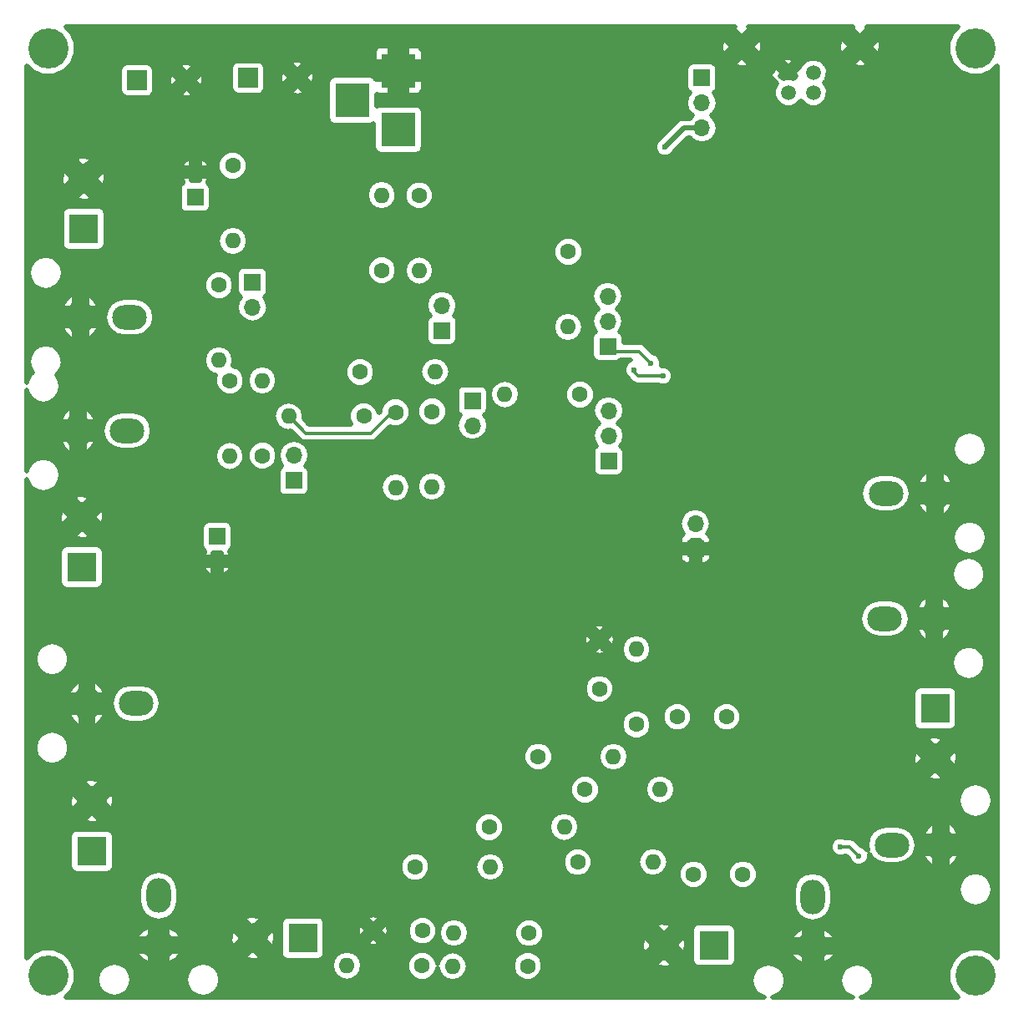
<source format=gbr>
G04 #@! TF.FileFunction,Copper,L2,Bot,Signal*
%FSLAX46Y46*%
G04 Gerber Fmt 4.6, Leading zero omitted, Abs format (unit mm)*
G04 Created by KiCad (PCBNEW 4.0.7) date 01/31/21 22:48:09*
%MOMM*%
%LPD*%
G01*
G04 APERTURE LIST*
%ADD10C,0.100000*%
%ADD11R,3.000000X3.000000*%
%ADD12C,3.000000*%
%ADD13O,2.500000X3.500000*%
%ADD14O,3.500000X2.500000*%
%ADD15C,1.600000*%
%ADD16C,1.520000*%
%ADD17C,2.700000*%
%ADD18O,1.600000X1.600000*%
%ADD19R,1.700000X1.700000*%
%ADD20O,1.700000X1.700000*%
%ADD21C,4.064000*%
%ADD22R,2.000000X2.000000*%
%ADD23C,2.000000*%
%ADD24R,3.500000X3.500000*%
%ADD25C,0.600000*%
%ADD26C,0.350000*%
%ADD27C,0.500000*%
G04 APERTURE END LIST*
D10*
D11*
X58800000Y-123200000D03*
D12*
X53720000Y-123200000D03*
D11*
X122900000Y-99900000D03*
D12*
X122900000Y-104980000D03*
D13*
X36000000Y-71750000D03*
D14*
X41000000Y-71750000D03*
D15*
X65940000Y-122430000D03*
X70940000Y-122430000D03*
X98400000Y-116730000D03*
X103400000Y-116730000D03*
D16*
X110540000Y-37500000D03*
X108000000Y-37500000D03*
X108000000Y-35500000D03*
X110540000Y-35500000D03*
D17*
X115270000Y-32800000D03*
X103270000Y-32800000D03*
D11*
X100500000Y-123900000D03*
D12*
X95420000Y-123900000D03*
D15*
X70180000Y-115980000D03*
D18*
X77800000Y-115980000D03*
D15*
X86680000Y-115480000D03*
D18*
X94300000Y-115480000D03*
D15*
X77690000Y-111940000D03*
D18*
X85310000Y-111940000D03*
D15*
X88880000Y-92930000D03*
X88880000Y-97930000D03*
X96760000Y-100750000D03*
X101760000Y-100750000D03*
X82670000Y-104800000D03*
D18*
X90290000Y-104800000D03*
D15*
X92620000Y-101540000D03*
D18*
X92620000Y-93920000D03*
D15*
X87400000Y-108130000D03*
D18*
X95020000Y-108130000D03*
D15*
X81720000Y-122680000D03*
D18*
X74100000Y-122680000D03*
D15*
X81610000Y-126030000D03*
D18*
X73990000Y-126030000D03*
D11*
X36600000Y-51300000D03*
D12*
X36600000Y-46220000D03*
D19*
X89700000Y-63200000D03*
D20*
X89700000Y-60660000D03*
X89700000Y-58120000D03*
D15*
X50300000Y-57000000D03*
D18*
X50300000Y-64620000D03*
D15*
X66800000Y-55500000D03*
D18*
X66800000Y-47880000D03*
D11*
X36400000Y-85600000D03*
D12*
X36400000Y-80520000D03*
D19*
X89800000Y-74800000D03*
D20*
X89800000Y-72260000D03*
X89800000Y-69720000D03*
D15*
X51400000Y-66700000D03*
D18*
X51400000Y-74320000D03*
D15*
X65000000Y-70300000D03*
D18*
X57380000Y-70300000D03*
D21*
X33000000Y-33000000D03*
X127000000Y-33000000D03*
X127000000Y-127000000D03*
X33000000Y-127000000D03*
D15*
X70600000Y-47900000D03*
D18*
X70600000Y-55520000D03*
D15*
X68200000Y-69900000D03*
D18*
X68200000Y-77520000D03*
D15*
X85700000Y-53600000D03*
D18*
X85700000Y-61220000D03*
D15*
X86900000Y-68100000D03*
D18*
X79280000Y-68100000D03*
D19*
X53700000Y-56700000D03*
D20*
X53700000Y-59240000D03*
D19*
X57900000Y-76800000D03*
D20*
X57900000Y-74260000D03*
D19*
X72900000Y-61600000D03*
D20*
X72900000Y-59060000D03*
D19*
X76000000Y-68700000D03*
D20*
X76000000Y-71240000D03*
D19*
X98600000Y-83700000D03*
D20*
X98600000Y-81160000D03*
D15*
X70900000Y-126000000D03*
D18*
X63280000Y-126000000D03*
D13*
X36250000Y-60250000D03*
D14*
X41250000Y-60250000D03*
D13*
X36900000Y-99400000D03*
D14*
X41900000Y-99400000D03*
X44200000Y-123900000D03*
D13*
X44200000Y-118900000D03*
X122800000Y-90800000D03*
D14*
X117800000Y-90800000D03*
D13*
X122900000Y-78100000D03*
D14*
X117900000Y-78100000D03*
D13*
X123500000Y-113750000D03*
D14*
X118500000Y-113750000D03*
X110500000Y-124000000D03*
D13*
X110500000Y-119000000D03*
D22*
X42000000Y-36250000D03*
D23*
X47000000Y-36250000D03*
D22*
X53250000Y-36000000D03*
D23*
X58250000Y-36000000D03*
D24*
X68500000Y-41250000D03*
X68500000Y-35250000D03*
X63800000Y-38250000D03*
D19*
X99250000Y-36000000D03*
D20*
X99250000Y-38540000D03*
X99250000Y-41080000D03*
D19*
X47900000Y-48100000D03*
D20*
X47900000Y-45560000D03*
D19*
X50120000Y-82480000D03*
D20*
X50120000Y-85020000D03*
D15*
X51700000Y-44900000D03*
D18*
X51700000Y-52520000D03*
D15*
X54700000Y-74300000D03*
D18*
X54700000Y-66680000D03*
D15*
X64600000Y-65800000D03*
D18*
X72220000Y-65800000D03*
D15*
X71900000Y-69800000D03*
D18*
X71900000Y-77420000D03*
D11*
X37400000Y-114400000D03*
D12*
X37400000Y-109320000D03*
D25*
X113300000Y-113940000D03*
X115170000Y-114860000D03*
X88900000Y-127300000D03*
X104800000Y-118400000D03*
X111600000Y-108600000D03*
X110400000Y-106800000D03*
X109100000Y-94500000D03*
X113000000Y-77400000D03*
X119500000Y-67600000D03*
X102400000Y-67400000D03*
X57100000Y-108400000D03*
X60600000Y-107600000D03*
X58700000Y-113400000D03*
X56200000Y-113200000D03*
X45100000Y-113200000D03*
X46200000Y-116200000D03*
X47400000Y-98600000D03*
X45700000Y-98400000D03*
X79400000Y-47500000D03*
X78100000Y-48800000D03*
X106100000Y-103200000D03*
X91500000Y-40600000D03*
X93100000Y-42100000D03*
X103300000Y-90100000D03*
X105900000Y-88400000D03*
X50200000Y-79700000D03*
X50400000Y-76700000D03*
X46100000Y-59700000D03*
X97300000Y-105900000D03*
X106400000Y-76800000D03*
X111100000Y-79000000D03*
X71400000Y-120000000D03*
X91500000Y-126900000D03*
X106600000Y-115700000D03*
X111300000Y-111500000D03*
X111100000Y-107700000D03*
X97400000Y-107300000D03*
X105300000Y-101200000D03*
X111100000Y-95900000D03*
X119100000Y-64500000D03*
X117500000Y-71900000D03*
X114100000Y-72400000D03*
X111200000Y-66900000D03*
X104900000Y-69200000D03*
X106000000Y-68000000D03*
X103900000Y-68100000D03*
X120700000Y-59400000D03*
X119900000Y-57600000D03*
X112600000Y-57800000D03*
X110300000Y-58000000D03*
X107600000Y-57700000D03*
X107600000Y-54500000D03*
X112300000Y-54500000D03*
X119700000Y-46600000D03*
X114000000Y-45300000D03*
X109300000Y-41900000D03*
X106700000Y-43200000D03*
X96800000Y-55100000D03*
X96000000Y-51900000D03*
X62200000Y-44900000D03*
X58700000Y-48500000D03*
X61100000Y-43700000D03*
X81400000Y-61600000D03*
X76100000Y-44700000D03*
X71600000Y-44300000D03*
X61600000Y-61400000D03*
X62700000Y-61300000D03*
X82500000Y-61400000D03*
X92400000Y-65600000D03*
X95300000Y-66200000D03*
X94100000Y-64900000D03*
X95500000Y-43000000D03*
D26*
X114250000Y-113940000D02*
X113300000Y-113940000D01*
X115170000Y-114860000D02*
X114250000Y-113940000D01*
X117500000Y-71900000D02*
X117600000Y-71900000D01*
X92400000Y-65600000D02*
X92400000Y-65800000D01*
X92400000Y-65800000D02*
X92800000Y-66200000D01*
X92800000Y-66200000D02*
X95300000Y-66200000D01*
X92540000Y-101520000D02*
X93060000Y-101520000D01*
X92900000Y-63700000D02*
X90200000Y-63700000D01*
X94100000Y-64900000D02*
X92900000Y-63700000D01*
X90200000Y-63700000D02*
X89700000Y-63200000D01*
X68200000Y-69900000D02*
X67800000Y-69900000D01*
X67800000Y-69900000D02*
X65700000Y-72000000D01*
X59080000Y-72000000D02*
X57380000Y-70300000D01*
X65700000Y-72000000D02*
X59080000Y-72000000D01*
D27*
X99250000Y-41080000D02*
X97420000Y-41080000D01*
X97420000Y-41080000D02*
X95500000Y-43000000D01*
G36*
X102446301Y-31021706D02*
X103270000Y-31845406D01*
X104093699Y-31021706D01*
X103969250Y-30825000D01*
X114570750Y-30825000D01*
X114446301Y-31021706D01*
X115270000Y-31845406D01*
X116093699Y-31021706D01*
X115969250Y-30825000D01*
X125241019Y-30825000D01*
X124642910Y-31422066D01*
X124218484Y-32444198D01*
X124217518Y-33550946D01*
X124640160Y-34573818D01*
X125422066Y-35357090D01*
X126444198Y-35781516D01*
X127550946Y-35782482D01*
X128573818Y-35359840D01*
X129175000Y-34759706D01*
X129175000Y-125241019D01*
X128577934Y-124642910D01*
X127555802Y-124218484D01*
X126449054Y-124217518D01*
X125426182Y-124640160D01*
X124642910Y-125422066D01*
X124218484Y-126444198D01*
X124217518Y-127550946D01*
X124640160Y-128573818D01*
X125240294Y-129175000D01*
X115411335Y-129175000D01*
X115703981Y-129116789D01*
X116271722Y-128737437D01*
X116651074Y-128169696D01*
X116784285Y-127500000D01*
X116651074Y-126830304D01*
X116271722Y-126262563D01*
X115703981Y-125883211D01*
X115034285Y-125750000D01*
X114965715Y-125750000D01*
X114296019Y-125883211D01*
X113728278Y-126262563D01*
X113348926Y-126830304D01*
X113215715Y-127500000D01*
X113348926Y-128169696D01*
X113728278Y-128737437D01*
X114296019Y-129116789D01*
X114588665Y-129175000D01*
X106411335Y-129175000D01*
X106703981Y-129116789D01*
X107271722Y-128737437D01*
X107651074Y-128169696D01*
X107784285Y-127500000D01*
X107651074Y-126830304D01*
X107271722Y-126262563D01*
X106703981Y-125883211D01*
X106034285Y-125750000D01*
X105965715Y-125750000D01*
X105296019Y-125883211D01*
X104728278Y-126262563D01*
X104348926Y-126830304D01*
X104215715Y-127500000D01*
X104348926Y-128169696D01*
X104728278Y-128737437D01*
X105296019Y-129116789D01*
X105588665Y-129175000D01*
X34758981Y-129175000D01*
X35357090Y-128577934D01*
X35781516Y-127555802D01*
X35781651Y-127400000D01*
X37915715Y-127400000D01*
X38048926Y-128069696D01*
X38428278Y-128637437D01*
X38996019Y-129016789D01*
X39665715Y-129150000D01*
X39734285Y-129150000D01*
X40403981Y-129016789D01*
X40971722Y-128637437D01*
X41351074Y-128069696D01*
X41484285Y-127400000D01*
X46915715Y-127400000D01*
X47048926Y-128069696D01*
X47428278Y-128637437D01*
X47996019Y-129016789D01*
X48665715Y-129150000D01*
X48734285Y-129150000D01*
X49403981Y-129016789D01*
X49971722Y-128637437D01*
X50351074Y-128069696D01*
X50484285Y-127400000D01*
X50351074Y-126730304D01*
X49971722Y-126162563D01*
X49728430Y-126000000D01*
X61699634Y-126000000D01*
X61817621Y-126593159D01*
X62153618Y-127096016D01*
X62656475Y-127432013D01*
X63249634Y-127550000D01*
X63310366Y-127550000D01*
X63903525Y-127432013D01*
X64406382Y-127096016D01*
X64742379Y-126593159D01*
X64799307Y-126306961D01*
X69349732Y-126306961D01*
X69585208Y-126876857D01*
X70020849Y-127313260D01*
X70590333Y-127549730D01*
X71206961Y-127550268D01*
X71776857Y-127314792D01*
X72213260Y-126879151D01*
X72449730Y-126309667D01*
X72449798Y-126231917D01*
X72527621Y-126623159D01*
X72863618Y-127126016D01*
X73366475Y-127462013D01*
X73959634Y-127580000D01*
X74020366Y-127580000D01*
X74613525Y-127462013D01*
X75116382Y-127126016D01*
X75452379Y-126623159D01*
X75509307Y-126336961D01*
X80059732Y-126336961D01*
X80295208Y-126906857D01*
X80730849Y-127343260D01*
X81300333Y-127579730D01*
X81916961Y-127580268D01*
X82486857Y-127344792D01*
X82923260Y-126909151D01*
X83159730Y-126339667D01*
X83160177Y-125826961D01*
X94553699Y-125826961D01*
X94747361Y-126101784D01*
X95641149Y-126191592D01*
X96092639Y-126101784D01*
X96286301Y-125826961D01*
X95420000Y-124960660D01*
X94553699Y-125826961D01*
X83160177Y-125826961D01*
X83160268Y-125723039D01*
X82924792Y-125153143D01*
X82489151Y-124716740D01*
X81919667Y-124480270D01*
X81303039Y-124479732D01*
X80733143Y-124715208D01*
X80296740Y-125150849D01*
X80060270Y-125720333D01*
X80059732Y-126336961D01*
X75509307Y-126336961D01*
X75570366Y-126030000D01*
X75452379Y-125436841D01*
X75116382Y-124933984D01*
X74613525Y-124597987D01*
X74020366Y-124480000D01*
X73959634Y-124480000D01*
X73366475Y-124597987D01*
X72863618Y-124933984D01*
X72527621Y-125436841D01*
X72450152Y-125826304D01*
X72450268Y-125693039D01*
X72214792Y-125123143D01*
X71779151Y-124686740D01*
X71209667Y-124450270D01*
X70593039Y-124449732D01*
X70023143Y-124685208D01*
X69586740Y-125120849D01*
X69350270Y-125690333D01*
X69349732Y-126306961D01*
X64799307Y-126306961D01*
X64860366Y-126000000D01*
X64742379Y-125406841D01*
X64406382Y-124903984D01*
X63903525Y-124567987D01*
X63310366Y-124450000D01*
X63249634Y-124450000D01*
X62656475Y-124567987D01*
X62153618Y-124903984D01*
X61817621Y-125406841D01*
X61699634Y-126000000D01*
X49728430Y-126000000D01*
X49403981Y-125783211D01*
X48734285Y-125650000D01*
X48665715Y-125650000D01*
X47996019Y-125783211D01*
X47428278Y-126162563D01*
X47048926Y-126730304D01*
X46915715Y-127400000D01*
X41484285Y-127400000D01*
X41351074Y-126730304D01*
X40971722Y-126162563D01*
X40403981Y-125783211D01*
X39734285Y-125650000D01*
X39665715Y-125650000D01*
X38996019Y-125783211D01*
X38428278Y-126162563D01*
X38048926Y-126730304D01*
X37915715Y-127400000D01*
X35781651Y-127400000D01*
X35782482Y-126449054D01*
X35359840Y-125426182D01*
X34750545Y-124815822D01*
X41913010Y-124815822D01*
X42374668Y-125345041D01*
X43028546Y-125742226D01*
X43325000Y-125635084D01*
X43325000Y-124525000D01*
X45075000Y-124525000D01*
X45075000Y-125635084D01*
X45371454Y-125742226D01*
X46025332Y-125345041D01*
X46215571Y-125126961D01*
X52853699Y-125126961D01*
X53047361Y-125401784D01*
X53941149Y-125491592D01*
X54392639Y-125401784D01*
X54586301Y-125126961D01*
X53720000Y-124260660D01*
X52853699Y-125126961D01*
X46215571Y-125126961D01*
X46486990Y-124815822D01*
X46407723Y-124525000D01*
X45075000Y-124525000D01*
X43325000Y-124525000D01*
X41992277Y-124525000D01*
X41913010Y-124815822D01*
X34750545Y-124815822D01*
X34577934Y-124642910D01*
X33555802Y-124218484D01*
X32449054Y-124217518D01*
X31426182Y-124640160D01*
X30825000Y-125240294D01*
X30825000Y-123421149D01*
X51428408Y-123421149D01*
X51518216Y-123872639D01*
X51793039Y-124066301D01*
X52659340Y-123200000D01*
X54780660Y-123200000D01*
X55646961Y-124066301D01*
X55921784Y-123872639D01*
X56011592Y-122978851D01*
X55921784Y-122527361D01*
X55646961Y-122333699D01*
X54780660Y-123200000D01*
X52659340Y-123200000D01*
X51793039Y-122333699D01*
X51518216Y-122527361D01*
X51428408Y-123421149D01*
X30825000Y-123421149D01*
X30825000Y-122984178D01*
X41913010Y-122984178D01*
X41992277Y-123275000D01*
X43325000Y-123275000D01*
X43325000Y-122164916D01*
X45075000Y-122164916D01*
X45075000Y-123275000D01*
X46407723Y-123275000D01*
X46486990Y-122984178D01*
X46025332Y-122454959D01*
X45371454Y-122057774D01*
X45075000Y-122164916D01*
X43325000Y-122164916D01*
X43028546Y-122057774D01*
X42374668Y-122454959D01*
X41913010Y-122984178D01*
X30825000Y-122984178D01*
X30825000Y-118351022D01*
X42200000Y-118351022D01*
X42200000Y-119448978D01*
X42352241Y-120214345D01*
X42785786Y-120863192D01*
X43434633Y-121296737D01*
X44200000Y-121448978D01*
X44965367Y-121296737D01*
X45000833Y-121273039D01*
X52853699Y-121273039D01*
X53720000Y-122139340D01*
X54159340Y-121700000D01*
X56535307Y-121700000D01*
X56535307Y-124700000D01*
X56587604Y-124977933D01*
X56751862Y-125233198D01*
X57002492Y-125404446D01*
X57300000Y-125464693D01*
X60300000Y-125464693D01*
X60577933Y-125412396D01*
X60833198Y-125248138D01*
X61004446Y-124997508D01*
X61064693Y-124700000D01*
X61064693Y-123660805D01*
X65274881Y-123660805D01*
X65359983Y-123908846D01*
X65970064Y-124018239D01*
X66520017Y-123908846D01*
X66605119Y-123660805D01*
X65940000Y-122995685D01*
X65274881Y-123660805D01*
X61064693Y-123660805D01*
X61064693Y-122460064D01*
X64351761Y-122460064D01*
X64461154Y-123010017D01*
X64709195Y-123095119D01*
X65374315Y-122430000D01*
X66505685Y-122430000D01*
X67170805Y-123095119D01*
X67418846Y-123010017D01*
X67467807Y-122736961D01*
X69389732Y-122736961D01*
X69625208Y-123306857D01*
X70060849Y-123743260D01*
X70630333Y-123979730D01*
X71246961Y-123980268D01*
X71816857Y-123744792D01*
X72253260Y-123309151D01*
X72489730Y-122739667D01*
X72489782Y-122680000D01*
X72519634Y-122680000D01*
X72637621Y-123273159D01*
X72973618Y-123776016D01*
X73476475Y-124112013D01*
X74069634Y-124230000D01*
X74130366Y-124230000D01*
X74723525Y-124112013D01*
X75226382Y-123776016D01*
X75562379Y-123273159D01*
X75619307Y-122986961D01*
X80169732Y-122986961D01*
X80405208Y-123556857D01*
X80840849Y-123993260D01*
X81410333Y-124229730D01*
X82026961Y-124230268D01*
X82291049Y-124121149D01*
X93128408Y-124121149D01*
X93218216Y-124572639D01*
X93493039Y-124766301D01*
X94359340Y-123900000D01*
X96480660Y-123900000D01*
X97346961Y-124766301D01*
X97621784Y-124572639D01*
X97711592Y-123678851D01*
X97621784Y-123227361D01*
X97346961Y-123033699D01*
X96480660Y-123900000D01*
X94359340Y-123900000D01*
X93493039Y-123033699D01*
X93218216Y-123227361D01*
X93128408Y-124121149D01*
X82291049Y-124121149D01*
X82596857Y-123994792D01*
X83033260Y-123559151D01*
X83269730Y-122989667D01*
X83270268Y-122373039D01*
X83104992Y-121973039D01*
X94553699Y-121973039D01*
X95420000Y-122839340D01*
X95859340Y-122400000D01*
X98235307Y-122400000D01*
X98235307Y-125400000D01*
X98287604Y-125677933D01*
X98451862Y-125933198D01*
X98702492Y-126104446D01*
X99000000Y-126164693D01*
X102000000Y-126164693D01*
X102277933Y-126112396D01*
X102533198Y-125948138D01*
X102704446Y-125697508D01*
X102764693Y-125400000D01*
X102764693Y-124915822D01*
X108213010Y-124915822D01*
X108674668Y-125445041D01*
X109328546Y-125842226D01*
X109625000Y-125735084D01*
X109625000Y-124625000D01*
X111375000Y-124625000D01*
X111375000Y-125735084D01*
X111671454Y-125842226D01*
X112325332Y-125445041D01*
X112786990Y-124915822D01*
X112707723Y-124625000D01*
X111375000Y-124625000D01*
X109625000Y-124625000D01*
X108292277Y-124625000D01*
X108213010Y-124915822D01*
X102764693Y-124915822D01*
X102764693Y-123084178D01*
X108213010Y-123084178D01*
X108292277Y-123375000D01*
X109625000Y-123375000D01*
X109625000Y-122264916D01*
X111375000Y-122264916D01*
X111375000Y-123375000D01*
X112707723Y-123375000D01*
X112786990Y-123084178D01*
X112325332Y-122554959D01*
X111671454Y-122157774D01*
X111375000Y-122264916D01*
X109625000Y-122264916D01*
X109328546Y-122157774D01*
X108674668Y-122554959D01*
X108213010Y-123084178D01*
X102764693Y-123084178D01*
X102764693Y-122400000D01*
X102712396Y-122122067D01*
X102548138Y-121866802D01*
X102297508Y-121695554D01*
X102000000Y-121635307D01*
X99000000Y-121635307D01*
X98722067Y-121687604D01*
X98466802Y-121851862D01*
X98295554Y-122102492D01*
X98235307Y-122400000D01*
X95859340Y-122400000D01*
X96286301Y-121973039D01*
X96092639Y-121698216D01*
X95198851Y-121608408D01*
X94747361Y-121698216D01*
X94553699Y-121973039D01*
X83104992Y-121973039D01*
X83034792Y-121803143D01*
X82599151Y-121366740D01*
X82029667Y-121130270D01*
X81413039Y-121129732D01*
X80843143Y-121365208D01*
X80406740Y-121800849D01*
X80170270Y-122370333D01*
X80169732Y-122986961D01*
X75619307Y-122986961D01*
X75680366Y-122680000D01*
X75562379Y-122086841D01*
X75226382Y-121583984D01*
X74723525Y-121247987D01*
X74130366Y-121130000D01*
X74069634Y-121130000D01*
X73476475Y-121247987D01*
X72973618Y-121583984D01*
X72637621Y-122086841D01*
X72519634Y-122680000D01*
X72489782Y-122680000D01*
X72490268Y-122123039D01*
X72254792Y-121553143D01*
X71819151Y-121116740D01*
X71249667Y-120880270D01*
X70633039Y-120879732D01*
X70063143Y-121115208D01*
X69626740Y-121550849D01*
X69390270Y-122120333D01*
X69389732Y-122736961D01*
X67467807Y-122736961D01*
X67528239Y-122399936D01*
X67418846Y-121849983D01*
X67170805Y-121764881D01*
X66505685Y-122430000D01*
X65374315Y-122430000D01*
X64709195Y-121764881D01*
X64461154Y-121849983D01*
X64351761Y-122460064D01*
X61064693Y-122460064D01*
X61064693Y-121700000D01*
X61012396Y-121422067D01*
X60868983Y-121199195D01*
X65274881Y-121199195D01*
X65940000Y-121864315D01*
X66605119Y-121199195D01*
X66520017Y-120951154D01*
X65909936Y-120841761D01*
X65359983Y-120951154D01*
X65274881Y-121199195D01*
X60868983Y-121199195D01*
X60848138Y-121166802D01*
X60597508Y-120995554D01*
X60300000Y-120935307D01*
X57300000Y-120935307D01*
X57022067Y-120987604D01*
X56766802Y-121151862D01*
X56595554Y-121402492D01*
X56535307Y-121700000D01*
X54159340Y-121700000D01*
X54586301Y-121273039D01*
X54392639Y-120998216D01*
X53498851Y-120908408D01*
X53047361Y-120998216D01*
X52853699Y-121273039D01*
X45000833Y-121273039D01*
X45614214Y-120863192D01*
X46047759Y-120214345D01*
X46200000Y-119448978D01*
X46200000Y-118451022D01*
X108500000Y-118451022D01*
X108500000Y-119548978D01*
X108652241Y-120314345D01*
X109085786Y-120963192D01*
X109734633Y-121396737D01*
X110500000Y-121548978D01*
X111265367Y-121396737D01*
X111914214Y-120963192D01*
X112347759Y-120314345D01*
X112500000Y-119548978D01*
X112500000Y-118451022D01*
X112453195Y-118215715D01*
X125250000Y-118215715D01*
X125250000Y-118284285D01*
X125383211Y-118953981D01*
X125762563Y-119521722D01*
X126330304Y-119901074D01*
X127000000Y-120034285D01*
X127669696Y-119901074D01*
X128237437Y-119521722D01*
X128616789Y-118953981D01*
X128750000Y-118284285D01*
X128750000Y-118215715D01*
X128616789Y-117546019D01*
X128237437Y-116978278D01*
X127669696Y-116598926D01*
X127000000Y-116465715D01*
X126330304Y-116598926D01*
X125762563Y-116978278D01*
X125383211Y-117546019D01*
X125250000Y-118215715D01*
X112453195Y-118215715D01*
X112347759Y-117685655D01*
X111914214Y-117036808D01*
X111265367Y-116603263D01*
X110500000Y-116451022D01*
X109734633Y-116603263D01*
X109085786Y-117036808D01*
X108652241Y-117685655D01*
X108500000Y-118451022D01*
X46200000Y-118451022D01*
X46200000Y-118351022D01*
X46047759Y-117585655D01*
X45614214Y-116936808D01*
X44965367Y-116503263D01*
X44200000Y-116351022D01*
X43434633Y-116503263D01*
X42785786Y-116936808D01*
X42352241Y-117585655D01*
X42200000Y-118351022D01*
X30825000Y-118351022D01*
X30825000Y-112900000D01*
X35135307Y-112900000D01*
X35135307Y-115900000D01*
X35187604Y-116177933D01*
X35351862Y-116433198D01*
X35602492Y-116604446D01*
X35900000Y-116664693D01*
X38900000Y-116664693D01*
X39177933Y-116612396D01*
X39433198Y-116448138D01*
X39543325Y-116286961D01*
X68629732Y-116286961D01*
X68865208Y-116856857D01*
X69300849Y-117293260D01*
X69870333Y-117529730D01*
X70486961Y-117530268D01*
X71056857Y-117294792D01*
X71493260Y-116859151D01*
X71729730Y-116289667D01*
X71730000Y-115980000D01*
X76219634Y-115980000D01*
X76337621Y-116573159D01*
X76673618Y-117076016D01*
X77176475Y-117412013D01*
X77769634Y-117530000D01*
X77830366Y-117530000D01*
X78423525Y-117412013D01*
X78926382Y-117076016D01*
X78952477Y-117036961D01*
X96849732Y-117036961D01*
X97085208Y-117606857D01*
X97520849Y-118043260D01*
X98090333Y-118279730D01*
X98706961Y-118280268D01*
X99276857Y-118044792D01*
X99713260Y-117609151D01*
X99949730Y-117039667D01*
X99949732Y-117036961D01*
X101849732Y-117036961D01*
X102085208Y-117606857D01*
X102520849Y-118043260D01*
X103090333Y-118279730D01*
X103706961Y-118280268D01*
X104276857Y-118044792D01*
X104713260Y-117609151D01*
X104949730Y-117039667D01*
X104950268Y-116423039D01*
X104714792Y-115853143D01*
X104279151Y-115416740D01*
X103709667Y-115180270D01*
X103093039Y-115179732D01*
X102523143Y-115415208D01*
X102086740Y-115850849D01*
X101850270Y-116420333D01*
X101849732Y-117036961D01*
X99949732Y-117036961D01*
X99950268Y-116423039D01*
X99714792Y-115853143D01*
X99279151Y-115416740D01*
X98709667Y-115180270D01*
X98093039Y-115179732D01*
X97523143Y-115415208D01*
X97086740Y-115850849D01*
X96850270Y-116420333D01*
X96849732Y-117036961D01*
X78952477Y-117036961D01*
X79262379Y-116573159D01*
X79380366Y-115980000D01*
X79341969Y-115786961D01*
X85129732Y-115786961D01*
X85365208Y-116356857D01*
X85800849Y-116793260D01*
X86370333Y-117029730D01*
X86986961Y-117030268D01*
X87556857Y-116794792D01*
X87993260Y-116359151D01*
X88229730Y-115789667D01*
X88230000Y-115480000D01*
X92719634Y-115480000D01*
X92837621Y-116073159D01*
X93173618Y-116576016D01*
X93676475Y-116912013D01*
X94269634Y-117030000D01*
X94330366Y-117030000D01*
X94923525Y-116912013D01*
X95426382Y-116576016D01*
X95762379Y-116073159D01*
X95880366Y-115480000D01*
X95762379Y-114886841D01*
X95426382Y-114383984D01*
X95073119Y-114147942D01*
X112249818Y-114147942D01*
X112409334Y-114534000D01*
X112704446Y-114829628D01*
X113090226Y-114989818D01*
X113507942Y-114990182D01*
X113810905Y-114865000D01*
X113866852Y-114865000D01*
X114155041Y-115153189D01*
X114279334Y-115454000D01*
X114574446Y-115749628D01*
X114960226Y-115909818D01*
X115377942Y-115910182D01*
X115764000Y-115750666D01*
X116059628Y-115455554D01*
X116219818Y-115069774D01*
X116220149Y-114690299D01*
X116536808Y-115164214D01*
X117185655Y-115597759D01*
X117951022Y-115750000D01*
X119048978Y-115750000D01*
X119814345Y-115597759D01*
X120463192Y-115164214D01*
X120625398Y-114921454D01*
X121657774Y-114921454D01*
X122054959Y-115575332D01*
X122584178Y-116036990D01*
X122875000Y-115957723D01*
X122875000Y-114625000D01*
X124125000Y-114625000D01*
X124125000Y-115957723D01*
X124415822Y-116036990D01*
X124945041Y-115575332D01*
X125342226Y-114921454D01*
X125235084Y-114625000D01*
X124125000Y-114625000D01*
X122875000Y-114625000D01*
X121764916Y-114625000D01*
X121657774Y-114921454D01*
X120625398Y-114921454D01*
X120896737Y-114515367D01*
X121048978Y-113750000D01*
X120896737Y-112984633D01*
X120625399Y-112578546D01*
X121657774Y-112578546D01*
X121764916Y-112875000D01*
X122875000Y-112875000D01*
X122875000Y-111542277D01*
X124125000Y-111542277D01*
X124125000Y-112875000D01*
X125235084Y-112875000D01*
X125342226Y-112578546D01*
X124945041Y-111924668D01*
X124415822Y-111463010D01*
X124125000Y-111542277D01*
X122875000Y-111542277D01*
X122584178Y-111463010D01*
X122054959Y-111924668D01*
X121657774Y-112578546D01*
X120625399Y-112578546D01*
X120463192Y-112335786D01*
X119814345Y-111902241D01*
X119048978Y-111750000D01*
X117951022Y-111750000D01*
X117185655Y-111902241D01*
X116536808Y-112335786D01*
X116103263Y-112984633D01*
X115951022Y-113750000D01*
X116051918Y-114257236D01*
X115765554Y-113970372D01*
X115462808Y-113844661D01*
X114904074Y-113285926D01*
X114603983Y-113085411D01*
X114250000Y-113015000D01*
X113810369Y-113015000D01*
X113509774Y-112890182D01*
X113092058Y-112889818D01*
X112706000Y-113049334D01*
X112410372Y-113344446D01*
X112250182Y-113730226D01*
X112249818Y-114147942D01*
X95073119Y-114147942D01*
X94923525Y-114047987D01*
X94330366Y-113930000D01*
X94269634Y-113930000D01*
X93676475Y-114047987D01*
X93173618Y-114383984D01*
X92837621Y-114886841D01*
X92719634Y-115480000D01*
X88230000Y-115480000D01*
X88230268Y-115173039D01*
X87994792Y-114603143D01*
X87559151Y-114166740D01*
X86989667Y-113930270D01*
X86373039Y-113929732D01*
X85803143Y-114165208D01*
X85366740Y-114600849D01*
X85130270Y-115170333D01*
X85129732Y-115786961D01*
X79341969Y-115786961D01*
X79262379Y-115386841D01*
X78926382Y-114883984D01*
X78423525Y-114547987D01*
X77830366Y-114430000D01*
X77769634Y-114430000D01*
X77176475Y-114547987D01*
X76673618Y-114883984D01*
X76337621Y-115386841D01*
X76219634Y-115980000D01*
X71730000Y-115980000D01*
X71730268Y-115673039D01*
X71494792Y-115103143D01*
X71059151Y-114666740D01*
X70489667Y-114430270D01*
X69873039Y-114429732D01*
X69303143Y-114665208D01*
X68866740Y-115100849D01*
X68630270Y-115670333D01*
X68629732Y-116286961D01*
X39543325Y-116286961D01*
X39604446Y-116197508D01*
X39664693Y-115900000D01*
X39664693Y-112900000D01*
X39612396Y-112622067D01*
X39448138Y-112366802D01*
X39272745Y-112246961D01*
X76139732Y-112246961D01*
X76375208Y-112816857D01*
X76810849Y-113253260D01*
X77380333Y-113489730D01*
X77996961Y-113490268D01*
X78566857Y-113254792D01*
X79003260Y-112819151D01*
X79239730Y-112249667D01*
X79240000Y-111940000D01*
X83729634Y-111940000D01*
X83847621Y-112533159D01*
X84183618Y-113036016D01*
X84686475Y-113372013D01*
X85279634Y-113490000D01*
X85340366Y-113490000D01*
X85933525Y-113372013D01*
X86436382Y-113036016D01*
X86772379Y-112533159D01*
X86890366Y-111940000D01*
X86772379Y-111346841D01*
X86436382Y-110843984D01*
X85933525Y-110507987D01*
X85340366Y-110390000D01*
X85279634Y-110390000D01*
X84686475Y-110507987D01*
X84183618Y-110843984D01*
X83847621Y-111346841D01*
X83729634Y-111940000D01*
X79240000Y-111940000D01*
X79240268Y-111633039D01*
X79004792Y-111063143D01*
X78569151Y-110626740D01*
X77999667Y-110390270D01*
X77383039Y-110389732D01*
X76813143Y-110625208D01*
X76376740Y-111060849D01*
X76140270Y-111630333D01*
X76139732Y-112246961D01*
X39272745Y-112246961D01*
X39197508Y-112195554D01*
X38900000Y-112135307D01*
X35900000Y-112135307D01*
X35622067Y-112187604D01*
X35366802Y-112351862D01*
X35195554Y-112602492D01*
X35135307Y-112900000D01*
X30825000Y-112900000D01*
X30825000Y-111246961D01*
X36533699Y-111246961D01*
X36727361Y-111521784D01*
X37621149Y-111611592D01*
X38072639Y-111521784D01*
X38266301Y-111246961D01*
X37400000Y-110380660D01*
X36533699Y-111246961D01*
X30825000Y-111246961D01*
X30825000Y-109541149D01*
X35108408Y-109541149D01*
X35198216Y-109992639D01*
X35473039Y-110186301D01*
X36339340Y-109320000D01*
X38460660Y-109320000D01*
X39326961Y-110186301D01*
X39601784Y-109992639D01*
X39691592Y-109098851D01*
X39601784Y-108647361D01*
X39326961Y-108453699D01*
X38460660Y-109320000D01*
X36339340Y-109320000D01*
X35473039Y-108453699D01*
X35198216Y-108647361D01*
X35108408Y-109541149D01*
X30825000Y-109541149D01*
X30825000Y-108436961D01*
X85849732Y-108436961D01*
X86085208Y-109006857D01*
X86520849Y-109443260D01*
X87090333Y-109679730D01*
X87706961Y-109680268D01*
X88276857Y-109444792D01*
X88713260Y-109009151D01*
X88949730Y-108439667D01*
X88950000Y-108130000D01*
X93439634Y-108130000D01*
X93557621Y-108723159D01*
X93893618Y-109226016D01*
X94396475Y-109562013D01*
X94989634Y-109680000D01*
X95050366Y-109680000D01*
X95643525Y-109562013D01*
X96146382Y-109226016D01*
X96153264Y-109215715D01*
X125250000Y-109215715D01*
X125250000Y-109284285D01*
X125383211Y-109953981D01*
X125762563Y-110521722D01*
X126330304Y-110901074D01*
X127000000Y-111034285D01*
X127669696Y-110901074D01*
X128237437Y-110521722D01*
X128616789Y-109953981D01*
X128750000Y-109284285D01*
X128750000Y-109215715D01*
X128616789Y-108546019D01*
X128237437Y-107978278D01*
X127669696Y-107598926D01*
X127000000Y-107465715D01*
X126330304Y-107598926D01*
X125762563Y-107978278D01*
X125383211Y-108546019D01*
X125250000Y-109215715D01*
X96153264Y-109215715D01*
X96482379Y-108723159D01*
X96600366Y-108130000D01*
X96482379Y-107536841D01*
X96146382Y-107033984D01*
X95956278Y-106906961D01*
X122033699Y-106906961D01*
X122227361Y-107181784D01*
X123121149Y-107271592D01*
X123572639Y-107181784D01*
X123766301Y-106906961D01*
X122900000Y-106040660D01*
X122033699Y-106906961D01*
X95956278Y-106906961D01*
X95643525Y-106697987D01*
X95050366Y-106580000D01*
X94989634Y-106580000D01*
X94396475Y-106697987D01*
X93893618Y-107033984D01*
X93557621Y-107536841D01*
X93439634Y-108130000D01*
X88950000Y-108130000D01*
X88950268Y-107823039D01*
X88714792Y-107253143D01*
X88279151Y-106816740D01*
X87709667Y-106580270D01*
X87093039Y-106579732D01*
X86523143Y-106815208D01*
X86086740Y-107250849D01*
X85850270Y-107820333D01*
X85849732Y-108436961D01*
X30825000Y-108436961D01*
X30825000Y-107393039D01*
X36533699Y-107393039D01*
X37400000Y-108259340D01*
X38266301Y-107393039D01*
X38072639Y-107118216D01*
X37178851Y-107028408D01*
X36727361Y-107118216D01*
X36533699Y-107393039D01*
X30825000Y-107393039D01*
X30825000Y-103865715D01*
X31650000Y-103865715D01*
X31650000Y-103934285D01*
X31783211Y-104603981D01*
X32162563Y-105171722D01*
X32730304Y-105551074D01*
X33400000Y-105684285D01*
X34069696Y-105551074D01*
X34637437Y-105171722D01*
X34680708Y-105106961D01*
X81119732Y-105106961D01*
X81355208Y-105676857D01*
X81790849Y-106113260D01*
X82360333Y-106349730D01*
X82976961Y-106350268D01*
X83546857Y-106114792D01*
X83983260Y-105679151D01*
X84219730Y-105109667D01*
X84220000Y-104800000D01*
X88709634Y-104800000D01*
X88827621Y-105393159D01*
X89163618Y-105896016D01*
X89666475Y-106232013D01*
X90259634Y-106350000D01*
X90320366Y-106350000D01*
X90913525Y-106232013D01*
X91416382Y-105896016D01*
X91752379Y-105393159D01*
X91790572Y-105201149D01*
X120608408Y-105201149D01*
X120698216Y-105652639D01*
X120973039Y-105846301D01*
X121839340Y-104980000D01*
X123960660Y-104980000D01*
X124826961Y-105846301D01*
X125101784Y-105652639D01*
X125191592Y-104758851D01*
X125101784Y-104307361D01*
X124826961Y-104113699D01*
X123960660Y-104980000D01*
X121839340Y-104980000D01*
X120973039Y-104113699D01*
X120698216Y-104307361D01*
X120608408Y-105201149D01*
X91790572Y-105201149D01*
X91870366Y-104800000D01*
X91752379Y-104206841D01*
X91416382Y-103703984D01*
X90913525Y-103367987D01*
X90320366Y-103250000D01*
X90259634Y-103250000D01*
X89666475Y-103367987D01*
X89163618Y-103703984D01*
X88827621Y-104206841D01*
X88709634Y-104800000D01*
X84220000Y-104800000D01*
X84220268Y-104493039D01*
X83984792Y-103923143D01*
X83549151Y-103486740D01*
X82979667Y-103250270D01*
X82363039Y-103249732D01*
X81793143Y-103485208D01*
X81356740Y-103920849D01*
X81120270Y-104490333D01*
X81119732Y-105106961D01*
X34680708Y-105106961D01*
X35016789Y-104603981D01*
X35150000Y-103934285D01*
X35150000Y-103865715D01*
X35016789Y-103196019D01*
X34637437Y-102628278D01*
X34069696Y-102248926D01*
X33400000Y-102115715D01*
X32730304Y-102248926D01*
X32162563Y-102628278D01*
X31783211Y-103196019D01*
X31650000Y-103865715D01*
X30825000Y-103865715D01*
X30825000Y-101846961D01*
X91069732Y-101846961D01*
X91305208Y-102416857D01*
X91740849Y-102853260D01*
X92310333Y-103089730D01*
X92926961Y-103090268D01*
X93017062Y-103053039D01*
X122033699Y-103053039D01*
X122900000Y-103919340D01*
X123766301Y-103053039D01*
X123572639Y-102778216D01*
X122678851Y-102688408D01*
X122227361Y-102778216D01*
X122033699Y-103053039D01*
X93017062Y-103053039D01*
X93496857Y-102854792D01*
X93933260Y-102419151D01*
X94169730Y-101849667D01*
X94170268Y-101233039D01*
X94097515Y-101056961D01*
X95209732Y-101056961D01*
X95445208Y-101626857D01*
X95880849Y-102063260D01*
X96450333Y-102299730D01*
X97066961Y-102300268D01*
X97636857Y-102064792D01*
X98073260Y-101629151D01*
X98309730Y-101059667D01*
X98309732Y-101056961D01*
X100209732Y-101056961D01*
X100445208Y-101626857D01*
X100880849Y-102063260D01*
X101450333Y-102299730D01*
X102066961Y-102300268D01*
X102636857Y-102064792D01*
X103073260Y-101629151D01*
X103309730Y-101059667D01*
X103310268Y-100443039D01*
X103074792Y-99873143D01*
X102639151Y-99436740D01*
X102069667Y-99200270D01*
X101453039Y-99199732D01*
X100883143Y-99435208D01*
X100446740Y-99870849D01*
X100210270Y-100440333D01*
X100209732Y-101056961D01*
X98309732Y-101056961D01*
X98310268Y-100443039D01*
X98074792Y-99873143D01*
X97639151Y-99436740D01*
X97069667Y-99200270D01*
X96453039Y-99199732D01*
X95883143Y-99435208D01*
X95446740Y-99870849D01*
X95210270Y-100440333D01*
X95209732Y-101056961D01*
X94097515Y-101056961D01*
X93934792Y-100663143D01*
X93499151Y-100226740D01*
X92929667Y-99990270D01*
X92313039Y-99989732D01*
X91743143Y-100225208D01*
X91306740Y-100660849D01*
X91070270Y-101230333D01*
X91069732Y-101846961D01*
X30825000Y-101846961D01*
X30825000Y-100571454D01*
X35057774Y-100571454D01*
X35454959Y-101225332D01*
X35984178Y-101686990D01*
X36275000Y-101607723D01*
X36275000Y-100275000D01*
X37525000Y-100275000D01*
X37525000Y-101607723D01*
X37815822Y-101686990D01*
X38345041Y-101225332D01*
X38742226Y-100571454D01*
X38635084Y-100275000D01*
X37525000Y-100275000D01*
X36275000Y-100275000D01*
X35164916Y-100275000D01*
X35057774Y-100571454D01*
X30825000Y-100571454D01*
X30825000Y-99400000D01*
X39351022Y-99400000D01*
X39503263Y-100165367D01*
X39936808Y-100814214D01*
X40585655Y-101247759D01*
X41351022Y-101400000D01*
X42448978Y-101400000D01*
X43214345Y-101247759D01*
X43863192Y-100814214D01*
X44296737Y-100165367D01*
X44448978Y-99400000D01*
X44296737Y-98634633D01*
X44031022Y-98236961D01*
X87329732Y-98236961D01*
X87565208Y-98806857D01*
X88000849Y-99243260D01*
X88570333Y-99479730D01*
X89186961Y-99480268D01*
X89756857Y-99244792D01*
X90193260Y-98809151D01*
X90363154Y-98400000D01*
X120635307Y-98400000D01*
X120635307Y-101400000D01*
X120687604Y-101677933D01*
X120851862Y-101933198D01*
X121102492Y-102104446D01*
X121400000Y-102164693D01*
X124400000Y-102164693D01*
X124677933Y-102112396D01*
X124933198Y-101948138D01*
X125104446Y-101697508D01*
X125164693Y-101400000D01*
X125164693Y-98400000D01*
X125112396Y-98122067D01*
X124948138Y-97866802D01*
X124697508Y-97695554D01*
X124400000Y-97635307D01*
X121400000Y-97635307D01*
X121122067Y-97687604D01*
X120866802Y-97851862D01*
X120695554Y-98102492D01*
X120635307Y-98400000D01*
X90363154Y-98400000D01*
X90429730Y-98239667D01*
X90430268Y-97623039D01*
X90194792Y-97053143D01*
X89759151Y-96616740D01*
X89189667Y-96380270D01*
X88573039Y-96379732D01*
X88003143Y-96615208D01*
X87566740Y-97050849D01*
X87330270Y-97620333D01*
X87329732Y-98236961D01*
X44031022Y-98236961D01*
X43863192Y-97985786D01*
X43214345Y-97552241D01*
X42448978Y-97400000D01*
X41351022Y-97400000D01*
X40585655Y-97552241D01*
X39936808Y-97985786D01*
X39503263Y-98634633D01*
X39351022Y-99400000D01*
X30825000Y-99400000D01*
X30825000Y-98228546D01*
X35057774Y-98228546D01*
X35164916Y-98525000D01*
X36275000Y-98525000D01*
X36275000Y-97192277D01*
X37525000Y-97192277D01*
X37525000Y-98525000D01*
X38635084Y-98525000D01*
X38742226Y-98228546D01*
X38345041Y-97574668D01*
X37815822Y-97113010D01*
X37525000Y-97192277D01*
X36275000Y-97192277D01*
X35984178Y-97113010D01*
X35454959Y-97574668D01*
X35057774Y-98228546D01*
X30825000Y-98228546D01*
X30825000Y-94865715D01*
X31650000Y-94865715D01*
X31650000Y-94934285D01*
X31783211Y-95603981D01*
X32162563Y-96171722D01*
X32730304Y-96551074D01*
X33400000Y-96684285D01*
X34069696Y-96551074D01*
X34637437Y-96171722D01*
X35016789Y-95603981D01*
X35150000Y-94934285D01*
X35150000Y-94865715D01*
X35016789Y-94196019D01*
X34993260Y-94160805D01*
X88214881Y-94160805D01*
X88299983Y-94408846D01*
X88910064Y-94518239D01*
X89460017Y-94408846D01*
X89545119Y-94160805D01*
X89273949Y-93889634D01*
X91070000Y-93889634D01*
X91070000Y-93950366D01*
X91187987Y-94543525D01*
X91523984Y-95046382D01*
X92026841Y-95382379D01*
X92620000Y-95500366D01*
X93213159Y-95382379D01*
X93387759Y-95265715D01*
X124550000Y-95265715D01*
X124550000Y-95334285D01*
X124683211Y-96003981D01*
X125062563Y-96571722D01*
X125630304Y-96951074D01*
X126300000Y-97084285D01*
X126969696Y-96951074D01*
X127537437Y-96571722D01*
X127916789Y-96003981D01*
X128050000Y-95334285D01*
X128050000Y-95265715D01*
X127916789Y-94596019D01*
X127537437Y-94028278D01*
X126969696Y-93648926D01*
X126300000Y-93515715D01*
X125630304Y-93648926D01*
X125062563Y-94028278D01*
X124683211Y-94596019D01*
X124550000Y-95265715D01*
X93387759Y-95265715D01*
X93716016Y-95046382D01*
X94052013Y-94543525D01*
X94170000Y-93950366D01*
X94170000Y-93889634D01*
X94052013Y-93296475D01*
X93716016Y-92793618D01*
X93213159Y-92457621D01*
X92620000Y-92339634D01*
X92026841Y-92457621D01*
X91523984Y-92793618D01*
X91187987Y-93296475D01*
X91070000Y-93889634D01*
X89273949Y-93889634D01*
X88880000Y-93495685D01*
X88214881Y-94160805D01*
X34993260Y-94160805D01*
X34637437Y-93628278D01*
X34069696Y-93248926D01*
X33400000Y-93115715D01*
X32730304Y-93248926D01*
X32162563Y-93628278D01*
X31783211Y-94196019D01*
X31650000Y-94865715D01*
X30825000Y-94865715D01*
X30825000Y-92960064D01*
X87291761Y-92960064D01*
X87401154Y-93510017D01*
X87649195Y-93595119D01*
X88314315Y-92930000D01*
X89445685Y-92930000D01*
X90110805Y-93595119D01*
X90358846Y-93510017D01*
X90468239Y-92899936D01*
X90358846Y-92349983D01*
X90110805Y-92264881D01*
X89445685Y-92930000D01*
X88314315Y-92930000D01*
X87649195Y-92264881D01*
X87401154Y-92349983D01*
X87291761Y-92960064D01*
X30825000Y-92960064D01*
X30825000Y-91699195D01*
X88214881Y-91699195D01*
X88880000Y-92364315D01*
X89545119Y-91699195D01*
X89460017Y-91451154D01*
X88849936Y-91341761D01*
X88299983Y-91451154D01*
X88214881Y-91699195D01*
X30825000Y-91699195D01*
X30825000Y-90800000D01*
X115251022Y-90800000D01*
X115403263Y-91565367D01*
X115836808Y-92214214D01*
X116485655Y-92647759D01*
X117251022Y-92800000D01*
X118348978Y-92800000D01*
X119114345Y-92647759D01*
X119763192Y-92214214D01*
X119925398Y-91971454D01*
X120957774Y-91971454D01*
X121354959Y-92625332D01*
X121884178Y-93086990D01*
X122175000Y-93007723D01*
X122175000Y-91675000D01*
X123425000Y-91675000D01*
X123425000Y-93007723D01*
X123715822Y-93086990D01*
X124245041Y-92625332D01*
X124642226Y-91971454D01*
X124535084Y-91675000D01*
X123425000Y-91675000D01*
X122175000Y-91675000D01*
X121064916Y-91675000D01*
X120957774Y-91971454D01*
X119925398Y-91971454D01*
X120196737Y-91565367D01*
X120348978Y-90800000D01*
X120196737Y-90034633D01*
X119925399Y-89628546D01*
X120957774Y-89628546D01*
X121064916Y-89925000D01*
X122175000Y-89925000D01*
X122175000Y-88592277D01*
X123425000Y-88592277D01*
X123425000Y-89925000D01*
X124535084Y-89925000D01*
X124642226Y-89628546D01*
X124245041Y-88974668D01*
X123715822Y-88513010D01*
X123425000Y-88592277D01*
X122175000Y-88592277D01*
X121884178Y-88513010D01*
X121354959Y-88974668D01*
X120957774Y-89628546D01*
X119925399Y-89628546D01*
X119763192Y-89385786D01*
X119114345Y-88952241D01*
X118348978Y-88800000D01*
X117251022Y-88800000D01*
X116485655Y-88952241D01*
X115836808Y-89385786D01*
X115403263Y-90034633D01*
X115251022Y-90800000D01*
X30825000Y-90800000D01*
X30825000Y-84100000D01*
X34135307Y-84100000D01*
X34135307Y-87100000D01*
X34187604Y-87377933D01*
X34351862Y-87633198D01*
X34602492Y-87804446D01*
X34900000Y-87864693D01*
X37900000Y-87864693D01*
X38177933Y-87812396D01*
X38433198Y-87648138D01*
X38604446Y-87397508D01*
X38664693Y-87100000D01*
X38664693Y-85682369D01*
X48654759Y-85682369D01*
X48947311Y-86120255D01*
X49457626Y-86485272D01*
X49695000Y-86381350D01*
X49695000Y-85445000D01*
X50545000Y-85445000D01*
X50545000Y-86381350D01*
X50782374Y-86485272D01*
X51089327Y-86265715D01*
X124550000Y-86265715D01*
X124550000Y-86334285D01*
X124683211Y-87003981D01*
X125062563Y-87571722D01*
X125630304Y-87951074D01*
X126300000Y-88084285D01*
X126969696Y-87951074D01*
X127537437Y-87571722D01*
X127916789Y-87003981D01*
X128050000Y-86334285D01*
X128050000Y-86265715D01*
X127916789Y-85596019D01*
X127537437Y-85028278D01*
X126969696Y-84648926D01*
X126300000Y-84515715D01*
X125630304Y-84648926D01*
X125062563Y-85028278D01*
X124683211Y-85596019D01*
X124550000Y-86265715D01*
X51089327Y-86265715D01*
X51292689Y-86120255D01*
X51585241Y-85682369D01*
X51473336Y-85445000D01*
X50545000Y-85445000D01*
X49695000Y-85445000D01*
X48766664Y-85445000D01*
X48654759Y-85682369D01*
X38664693Y-85682369D01*
X38664693Y-84100000D01*
X38612396Y-83822067D01*
X38448138Y-83566802D01*
X38197508Y-83395554D01*
X37900000Y-83335307D01*
X34900000Y-83335307D01*
X34622067Y-83387604D01*
X34366802Y-83551862D01*
X34195554Y-83802492D01*
X34135307Y-84100000D01*
X30825000Y-84100000D01*
X30825000Y-82446961D01*
X35533699Y-82446961D01*
X35727361Y-82721784D01*
X36621149Y-82811592D01*
X37072639Y-82721784D01*
X37266301Y-82446961D01*
X36449340Y-81630000D01*
X48505307Y-81630000D01*
X48505307Y-83330000D01*
X48557604Y-83607933D01*
X48721862Y-83863198D01*
X48869998Y-83964415D01*
X48869998Y-84035466D01*
X48654759Y-84357631D01*
X48766664Y-84595000D01*
X49695000Y-84595000D01*
X49695000Y-84170000D01*
X50545000Y-84170000D01*
X50545000Y-84595000D01*
X51473336Y-84595000D01*
X51585241Y-84357631D01*
X51556426Y-84314500D01*
X96992000Y-84314500D01*
X96992000Y-84700775D01*
X97107398Y-84979372D01*
X97320627Y-85192601D01*
X97599224Y-85308000D01*
X97985500Y-85308000D01*
X98175000Y-85118500D01*
X98175000Y-84125000D01*
X99025000Y-84125000D01*
X99025000Y-85118500D01*
X99214500Y-85308000D01*
X99600776Y-85308000D01*
X99879373Y-85192601D01*
X100092602Y-84979372D01*
X100208000Y-84700775D01*
X100208000Y-84314500D01*
X100018500Y-84125000D01*
X99025000Y-84125000D01*
X98175000Y-84125000D01*
X97181500Y-84125000D01*
X96992000Y-84314500D01*
X51556426Y-84314500D01*
X51370002Y-84035466D01*
X51370002Y-83963846D01*
X51503198Y-83878138D01*
X51674446Y-83627508D01*
X51734693Y-83330000D01*
X51734693Y-81630000D01*
X51682396Y-81352067D01*
X51558805Y-81160000D01*
X96968654Y-81160000D01*
X97090447Y-81772293D01*
X97349998Y-82160739D01*
X97349998Y-82195233D01*
X97320627Y-82207399D01*
X97107398Y-82420628D01*
X96992000Y-82699225D01*
X96992000Y-83085500D01*
X97181500Y-83275000D01*
X98175000Y-83275000D01*
X98175000Y-82850000D01*
X99025000Y-82850000D01*
X99025000Y-83275000D01*
X100018500Y-83275000D01*
X100208000Y-83085500D01*
X100208000Y-82699225D01*
X100152699Y-82565715D01*
X124650000Y-82565715D01*
X124650000Y-82634285D01*
X124783211Y-83303981D01*
X125162563Y-83871722D01*
X125730304Y-84251074D01*
X126400000Y-84384285D01*
X127069696Y-84251074D01*
X127637437Y-83871722D01*
X128016789Y-83303981D01*
X128150000Y-82634285D01*
X128150000Y-82565715D01*
X128016789Y-81896019D01*
X127637437Y-81328278D01*
X127069696Y-80948926D01*
X126400000Y-80815715D01*
X125730304Y-80948926D01*
X125162563Y-81328278D01*
X124783211Y-81896019D01*
X124650000Y-82565715D01*
X100152699Y-82565715D01*
X100092602Y-82420628D01*
X99879373Y-82207399D01*
X99850002Y-82195233D01*
X99850002Y-82160739D01*
X100109553Y-81772293D01*
X100231346Y-81160000D01*
X100109553Y-80547707D01*
X99762717Y-80028629D01*
X99243639Y-79681793D01*
X98631346Y-79560000D01*
X98568654Y-79560000D01*
X97956361Y-79681793D01*
X97437283Y-80028629D01*
X97090447Y-80547707D01*
X96968654Y-81160000D01*
X51558805Y-81160000D01*
X51518138Y-81096802D01*
X51267508Y-80925554D01*
X50970000Y-80865307D01*
X49270000Y-80865307D01*
X48992067Y-80917604D01*
X48736802Y-81081862D01*
X48565554Y-81332492D01*
X48505307Y-81630000D01*
X36449340Y-81630000D01*
X36400000Y-81580660D01*
X35533699Y-82446961D01*
X30825000Y-82446961D01*
X30825000Y-80741149D01*
X34108408Y-80741149D01*
X34198216Y-81192639D01*
X34473039Y-81386301D01*
X35339340Y-80520000D01*
X37460660Y-80520000D01*
X38326961Y-81386301D01*
X38601784Y-81192639D01*
X38691592Y-80298851D01*
X38601784Y-79847361D01*
X38326961Y-79653699D01*
X37460660Y-80520000D01*
X35339340Y-80520000D01*
X34473039Y-79653699D01*
X34198216Y-79847361D01*
X34108408Y-80741149D01*
X30825000Y-80741149D01*
X30825000Y-78593039D01*
X35533699Y-78593039D01*
X36400000Y-79459340D01*
X37266301Y-78593039D01*
X37072639Y-78318216D01*
X36178851Y-78228408D01*
X35727361Y-78318216D01*
X35533699Y-78593039D01*
X30825000Y-78593039D01*
X30825000Y-76661335D01*
X30883211Y-76953981D01*
X31262563Y-77521722D01*
X31830304Y-77901074D01*
X32500000Y-78034285D01*
X33169696Y-77901074D01*
X33737437Y-77521722D01*
X34116789Y-76953981D01*
X34250000Y-76284285D01*
X34250000Y-76215715D01*
X34116789Y-75546019D01*
X33737437Y-74978278D01*
X33169696Y-74598926D01*
X32500000Y-74465715D01*
X31830304Y-74598926D01*
X31262563Y-74978278D01*
X30883211Y-75546019D01*
X30825000Y-75838665D01*
X30825000Y-74289634D01*
X49850000Y-74289634D01*
X49850000Y-74350366D01*
X49967987Y-74943525D01*
X50303984Y-75446382D01*
X50806841Y-75782379D01*
X51400000Y-75900366D01*
X51993159Y-75782379D01*
X52496016Y-75446382D01*
X52832013Y-74943525D01*
X52898959Y-74606961D01*
X53149732Y-74606961D01*
X53385208Y-75176857D01*
X53820849Y-75613260D01*
X54390333Y-75849730D01*
X55006961Y-75850268D01*
X55576857Y-75614792D01*
X56013260Y-75179151D01*
X56249730Y-74609667D01*
X56250035Y-74260000D01*
X56268654Y-74260000D01*
X56390447Y-74872293D01*
X56675891Y-75299491D01*
X56516802Y-75401862D01*
X56345554Y-75652492D01*
X56285307Y-75950000D01*
X56285307Y-77650000D01*
X56337604Y-77927933D01*
X56501862Y-78183198D01*
X56752492Y-78354446D01*
X57050000Y-78414693D01*
X58750000Y-78414693D01*
X59027933Y-78362396D01*
X59283198Y-78198138D01*
X59454446Y-77947508D01*
X59514693Y-77650000D01*
X59514693Y-77489634D01*
X66650000Y-77489634D01*
X66650000Y-77550366D01*
X66767987Y-78143525D01*
X67103984Y-78646382D01*
X67606841Y-78982379D01*
X68200000Y-79100366D01*
X68793159Y-78982379D01*
X69296016Y-78646382D01*
X69632013Y-78143525D01*
X69750000Y-77550366D01*
X69750000Y-77489634D01*
X69730109Y-77389634D01*
X70350000Y-77389634D01*
X70350000Y-77450366D01*
X70467987Y-78043525D01*
X70803984Y-78546382D01*
X71306841Y-78882379D01*
X71900000Y-79000366D01*
X72493159Y-78882379D01*
X72996016Y-78546382D01*
X73294277Y-78100000D01*
X115351022Y-78100000D01*
X115503263Y-78865367D01*
X115936808Y-79514214D01*
X116585655Y-79947759D01*
X117351022Y-80100000D01*
X118448978Y-80100000D01*
X119214345Y-79947759D01*
X119863192Y-79514214D01*
X120025398Y-79271454D01*
X121057774Y-79271454D01*
X121454959Y-79925332D01*
X121984178Y-80386990D01*
X122275000Y-80307723D01*
X122275000Y-78975000D01*
X123525000Y-78975000D01*
X123525000Y-80307723D01*
X123815822Y-80386990D01*
X124345041Y-79925332D01*
X124742226Y-79271454D01*
X124635084Y-78975000D01*
X123525000Y-78975000D01*
X122275000Y-78975000D01*
X121164916Y-78975000D01*
X121057774Y-79271454D01*
X120025398Y-79271454D01*
X120296737Y-78865367D01*
X120448978Y-78100000D01*
X120296737Y-77334633D01*
X120025399Y-76928546D01*
X121057774Y-76928546D01*
X121164916Y-77225000D01*
X122275000Y-77225000D01*
X122275000Y-75892277D01*
X123525000Y-75892277D01*
X123525000Y-77225000D01*
X124635084Y-77225000D01*
X124742226Y-76928546D01*
X124345041Y-76274668D01*
X123815822Y-75813010D01*
X123525000Y-75892277D01*
X122275000Y-75892277D01*
X121984178Y-75813010D01*
X121454959Y-76274668D01*
X121057774Y-76928546D01*
X120025399Y-76928546D01*
X119863192Y-76685786D01*
X119214345Y-76252241D01*
X118448978Y-76100000D01*
X117351022Y-76100000D01*
X116585655Y-76252241D01*
X115936808Y-76685786D01*
X115503263Y-77334633D01*
X115351022Y-78100000D01*
X73294277Y-78100000D01*
X73332013Y-78043525D01*
X73450000Y-77450366D01*
X73450000Y-77389634D01*
X73332013Y-76796475D01*
X72996016Y-76293618D01*
X72493159Y-75957621D01*
X71900000Y-75839634D01*
X71306841Y-75957621D01*
X70803984Y-76293618D01*
X70467987Y-76796475D01*
X70350000Y-77389634D01*
X69730109Y-77389634D01*
X69632013Y-76896475D01*
X69296016Y-76393618D01*
X68793159Y-76057621D01*
X68200000Y-75939634D01*
X67606841Y-76057621D01*
X67103984Y-76393618D01*
X66767987Y-76896475D01*
X66650000Y-77489634D01*
X59514693Y-77489634D01*
X59514693Y-75950000D01*
X59462396Y-75672067D01*
X59298138Y-75416802D01*
X59124842Y-75298394D01*
X59409553Y-74872293D01*
X59531346Y-74260000D01*
X59409553Y-73647707D01*
X59062717Y-73128629D01*
X58543639Y-72781793D01*
X57931346Y-72660000D01*
X57868654Y-72660000D01*
X57256361Y-72781793D01*
X56737283Y-73128629D01*
X56390447Y-73647707D01*
X56268654Y-74260000D01*
X56250035Y-74260000D01*
X56250268Y-73993039D01*
X56014792Y-73423143D01*
X55579151Y-72986740D01*
X55009667Y-72750270D01*
X54393039Y-72749732D01*
X53823143Y-72985208D01*
X53386740Y-73420849D01*
X53150270Y-73990333D01*
X53149732Y-74606961D01*
X52898959Y-74606961D01*
X52950000Y-74350366D01*
X52950000Y-74289634D01*
X52832013Y-73696475D01*
X52496016Y-73193618D01*
X51993159Y-72857621D01*
X51400000Y-72739634D01*
X50806841Y-72857621D01*
X50303984Y-73193618D01*
X49967987Y-73696475D01*
X49850000Y-74289634D01*
X30825000Y-74289634D01*
X30825000Y-72921454D01*
X34157774Y-72921454D01*
X34554959Y-73575332D01*
X35084178Y-74036990D01*
X35375000Y-73957723D01*
X35375000Y-72625000D01*
X36625000Y-72625000D01*
X36625000Y-73957723D01*
X36915822Y-74036990D01*
X37445041Y-73575332D01*
X37842226Y-72921454D01*
X37735084Y-72625000D01*
X36625000Y-72625000D01*
X35375000Y-72625000D01*
X34264916Y-72625000D01*
X34157774Y-72921454D01*
X30825000Y-72921454D01*
X30825000Y-71750000D01*
X38451022Y-71750000D01*
X38603263Y-72515367D01*
X39036808Y-73164214D01*
X39685655Y-73597759D01*
X40451022Y-73750000D01*
X41548978Y-73750000D01*
X42314345Y-73597759D01*
X42963192Y-73164214D01*
X43396737Y-72515367D01*
X43548978Y-71750000D01*
X43396737Y-70984633D01*
X42963192Y-70335786D01*
X42909635Y-70300000D01*
X55799634Y-70300000D01*
X55917621Y-70893159D01*
X56253618Y-71396016D01*
X56756475Y-71732013D01*
X57349634Y-71850000D01*
X57410366Y-71850000D01*
X57586764Y-71814912D01*
X58425926Y-72654074D01*
X58726017Y-72854589D01*
X59080000Y-72925000D01*
X65700000Y-72925000D01*
X66053983Y-72854589D01*
X66354074Y-72654074D01*
X67655803Y-71352345D01*
X67890333Y-71449730D01*
X68506961Y-71450268D01*
X69076857Y-71214792D01*
X69513260Y-70779151D01*
X69749730Y-70209667D01*
X69749819Y-70106961D01*
X70349732Y-70106961D01*
X70585208Y-70676857D01*
X71020849Y-71113260D01*
X71590333Y-71349730D01*
X72206961Y-71350268D01*
X72473830Y-71240000D01*
X74368654Y-71240000D01*
X74490447Y-71852293D01*
X74837283Y-72371371D01*
X75356361Y-72718207D01*
X75968654Y-72840000D01*
X76031346Y-72840000D01*
X76643639Y-72718207D01*
X77162717Y-72371371D01*
X77509553Y-71852293D01*
X77631346Y-71240000D01*
X77509553Y-70627707D01*
X77224109Y-70200509D01*
X77383198Y-70098138D01*
X77554446Y-69847508D01*
X77580267Y-69720000D01*
X88168654Y-69720000D01*
X88290447Y-70332293D01*
X88637283Y-70851371D01*
X88844756Y-70990000D01*
X88637283Y-71128629D01*
X88290447Y-71647707D01*
X88168654Y-72260000D01*
X88290447Y-72872293D01*
X88575891Y-73299491D01*
X88416802Y-73401862D01*
X88245554Y-73652492D01*
X88185307Y-73950000D01*
X88185307Y-75650000D01*
X88237604Y-75927933D01*
X88401862Y-76183198D01*
X88652492Y-76354446D01*
X88950000Y-76414693D01*
X90650000Y-76414693D01*
X90927933Y-76362396D01*
X91183198Y-76198138D01*
X91354446Y-75947508D01*
X91414693Y-75650000D01*
X91414693Y-73950000D01*
X91362396Y-73672067D01*
X91293961Y-73565715D01*
X124650000Y-73565715D01*
X124650000Y-73634285D01*
X124783211Y-74303981D01*
X125162563Y-74871722D01*
X125730304Y-75251074D01*
X126400000Y-75384285D01*
X127069696Y-75251074D01*
X127637437Y-74871722D01*
X128016789Y-74303981D01*
X128150000Y-73634285D01*
X128150000Y-73565715D01*
X128016789Y-72896019D01*
X127637437Y-72328278D01*
X127069696Y-71948926D01*
X126400000Y-71815715D01*
X125730304Y-71948926D01*
X125162563Y-72328278D01*
X124783211Y-72896019D01*
X124650000Y-73565715D01*
X91293961Y-73565715D01*
X91198138Y-73416802D01*
X91024842Y-73298394D01*
X91309553Y-72872293D01*
X91431346Y-72260000D01*
X91309553Y-71647707D01*
X90962717Y-71128629D01*
X90755244Y-70990000D01*
X90962717Y-70851371D01*
X91309553Y-70332293D01*
X91431346Y-69720000D01*
X91309553Y-69107707D01*
X90962717Y-68588629D01*
X90443639Y-68241793D01*
X89831346Y-68120000D01*
X89768654Y-68120000D01*
X89156361Y-68241793D01*
X88637283Y-68588629D01*
X88290447Y-69107707D01*
X88168654Y-69720000D01*
X77580267Y-69720000D01*
X77614693Y-69550000D01*
X77614693Y-68100000D01*
X77699634Y-68100000D01*
X77817621Y-68693159D01*
X78153618Y-69196016D01*
X78656475Y-69532013D01*
X79249634Y-69650000D01*
X79310366Y-69650000D01*
X79903525Y-69532013D01*
X80406382Y-69196016D01*
X80742379Y-68693159D01*
X80799307Y-68406961D01*
X85349732Y-68406961D01*
X85585208Y-68976857D01*
X86020849Y-69413260D01*
X86590333Y-69649730D01*
X87206961Y-69650268D01*
X87776857Y-69414792D01*
X88213260Y-68979151D01*
X88449730Y-68409667D01*
X88450268Y-67793039D01*
X88214792Y-67223143D01*
X87779151Y-66786740D01*
X87209667Y-66550270D01*
X86593039Y-66549732D01*
X86023143Y-66785208D01*
X85586740Y-67220849D01*
X85350270Y-67790333D01*
X85349732Y-68406961D01*
X80799307Y-68406961D01*
X80860366Y-68100000D01*
X80742379Y-67506841D01*
X80406382Y-67003984D01*
X79903525Y-66667987D01*
X79310366Y-66550000D01*
X79249634Y-66550000D01*
X78656475Y-66667987D01*
X78153618Y-67003984D01*
X77817621Y-67506841D01*
X77699634Y-68100000D01*
X77614693Y-68100000D01*
X77614693Y-67850000D01*
X77562396Y-67572067D01*
X77398138Y-67316802D01*
X77147508Y-67145554D01*
X76850000Y-67085307D01*
X75150000Y-67085307D01*
X74872067Y-67137604D01*
X74616802Y-67301862D01*
X74445554Y-67552492D01*
X74385307Y-67850000D01*
X74385307Y-69550000D01*
X74437604Y-69827933D01*
X74601862Y-70083198D01*
X74775158Y-70201606D01*
X74490447Y-70627707D01*
X74368654Y-71240000D01*
X72473830Y-71240000D01*
X72776857Y-71114792D01*
X73213260Y-70679151D01*
X73449730Y-70109667D01*
X73450268Y-69493039D01*
X73214792Y-68923143D01*
X72779151Y-68486740D01*
X72209667Y-68250270D01*
X71593039Y-68249732D01*
X71023143Y-68485208D01*
X70586740Y-68920849D01*
X70350270Y-69490333D01*
X70349732Y-70106961D01*
X69749819Y-70106961D01*
X69750268Y-69593039D01*
X69514792Y-69023143D01*
X69079151Y-68586740D01*
X68509667Y-68350270D01*
X67893039Y-68349732D01*
X67323143Y-68585208D01*
X66886740Y-69020849D01*
X66650270Y-69590333D01*
X66650138Y-69741715D01*
X66505986Y-69885867D01*
X66314792Y-69423143D01*
X65879151Y-68986740D01*
X65309667Y-68750270D01*
X64693039Y-68749732D01*
X64123143Y-68985208D01*
X63686740Y-69420849D01*
X63450270Y-69990333D01*
X63449732Y-70606961D01*
X63643122Y-71075000D01*
X59463148Y-71075000D01*
X58915202Y-70527054D01*
X58960366Y-70300000D01*
X58842379Y-69706841D01*
X58506382Y-69203984D01*
X58003525Y-68867987D01*
X57410366Y-68750000D01*
X57349634Y-68750000D01*
X56756475Y-68867987D01*
X56253618Y-69203984D01*
X55917621Y-69706841D01*
X55799634Y-70300000D01*
X42909635Y-70300000D01*
X42314345Y-69902241D01*
X41548978Y-69750000D01*
X40451022Y-69750000D01*
X39685655Y-69902241D01*
X39036808Y-70335786D01*
X38603263Y-70984633D01*
X38451022Y-71750000D01*
X30825000Y-71750000D01*
X30825000Y-70578546D01*
X34157774Y-70578546D01*
X34264916Y-70875000D01*
X35375000Y-70875000D01*
X35375000Y-69542277D01*
X36625000Y-69542277D01*
X36625000Y-70875000D01*
X37735084Y-70875000D01*
X37842226Y-70578546D01*
X37445041Y-69924668D01*
X36915822Y-69463010D01*
X36625000Y-69542277D01*
X35375000Y-69542277D01*
X35084178Y-69463010D01*
X34554959Y-69924668D01*
X34157774Y-70578546D01*
X30825000Y-70578546D01*
X30825000Y-67661335D01*
X30883211Y-67953981D01*
X31262563Y-68521722D01*
X31830304Y-68901074D01*
X32500000Y-69034285D01*
X33169696Y-68901074D01*
X33737437Y-68521722D01*
X34116789Y-67953981D01*
X34250000Y-67284285D01*
X34250000Y-67215715D01*
X34116789Y-66546019D01*
X33834670Y-66123798D01*
X33987437Y-66021722D01*
X34366789Y-65453981D01*
X34500000Y-64784285D01*
X34500000Y-64715715D01*
X34474921Y-64589634D01*
X48750000Y-64589634D01*
X48750000Y-64650366D01*
X48867987Y-65243525D01*
X49203984Y-65746382D01*
X49706841Y-66082379D01*
X49957445Y-66132227D01*
X49850270Y-66390333D01*
X49849732Y-67006961D01*
X50085208Y-67576857D01*
X50520849Y-68013260D01*
X51090333Y-68249730D01*
X51706961Y-68250268D01*
X52276857Y-68014792D01*
X52713260Y-67579151D01*
X52949730Y-67009667D01*
X52950044Y-66649634D01*
X53150000Y-66649634D01*
X53150000Y-66710366D01*
X53267987Y-67303525D01*
X53603984Y-67806382D01*
X54106841Y-68142379D01*
X54700000Y-68260366D01*
X55293159Y-68142379D01*
X55796016Y-67806382D01*
X56132013Y-67303525D01*
X56250000Y-66710366D01*
X56250000Y-66649634D01*
X56142056Y-66106961D01*
X63049732Y-66106961D01*
X63285208Y-66676857D01*
X63720849Y-67113260D01*
X64290333Y-67349730D01*
X64906961Y-67350268D01*
X65476857Y-67114792D01*
X65913260Y-66679151D01*
X66149730Y-66109667D01*
X66150000Y-65800000D01*
X70639634Y-65800000D01*
X70757621Y-66393159D01*
X71093618Y-66896016D01*
X71596475Y-67232013D01*
X72189634Y-67350000D01*
X72250366Y-67350000D01*
X72843525Y-67232013D01*
X73346382Y-66896016D01*
X73682379Y-66393159D01*
X73800366Y-65800000D01*
X73682379Y-65206841D01*
X73346382Y-64703984D01*
X72843525Y-64367987D01*
X72250366Y-64250000D01*
X72189634Y-64250000D01*
X71596475Y-64367987D01*
X71093618Y-64703984D01*
X70757621Y-65206841D01*
X70639634Y-65800000D01*
X66150000Y-65800000D01*
X66150268Y-65493039D01*
X65914792Y-64923143D01*
X65479151Y-64486740D01*
X64909667Y-64250270D01*
X64293039Y-64249732D01*
X63723143Y-64485208D01*
X63286740Y-64920849D01*
X63050270Y-65490333D01*
X63049732Y-66106961D01*
X56142056Y-66106961D01*
X56132013Y-66056475D01*
X55796016Y-65553618D01*
X55293159Y-65217621D01*
X54700000Y-65099634D01*
X54106841Y-65217621D01*
X53603984Y-65553618D01*
X53267987Y-66056475D01*
X53150000Y-66649634D01*
X52950044Y-66649634D01*
X52950268Y-66393039D01*
X52714792Y-65823143D01*
X52279151Y-65386740D01*
X51747443Y-65165956D01*
X51850000Y-64650366D01*
X51850000Y-64589634D01*
X51732013Y-63996475D01*
X51396016Y-63493618D01*
X50893159Y-63157621D01*
X50300000Y-63039634D01*
X49706841Y-63157621D01*
X49203984Y-63493618D01*
X48867987Y-63996475D01*
X48750000Y-64589634D01*
X34474921Y-64589634D01*
X34366789Y-64046019D01*
X33987437Y-63478278D01*
X33419696Y-63098926D01*
X32750000Y-62965715D01*
X32080304Y-63098926D01*
X31512563Y-63478278D01*
X31133211Y-64046019D01*
X31000000Y-64715715D01*
X31000000Y-64784285D01*
X31133211Y-65453981D01*
X31415330Y-65876202D01*
X31262563Y-65978278D01*
X30883211Y-66546019D01*
X30825000Y-66838665D01*
X30825000Y-61421454D01*
X34407774Y-61421454D01*
X34804959Y-62075332D01*
X35334178Y-62536990D01*
X35625000Y-62457723D01*
X35625000Y-61125000D01*
X36875000Y-61125000D01*
X36875000Y-62457723D01*
X37165822Y-62536990D01*
X37695041Y-62075332D01*
X38092226Y-61421454D01*
X37985084Y-61125000D01*
X36875000Y-61125000D01*
X35625000Y-61125000D01*
X34514916Y-61125000D01*
X34407774Y-61421454D01*
X30825000Y-61421454D01*
X30825000Y-60250000D01*
X38701022Y-60250000D01*
X38853263Y-61015367D01*
X39286808Y-61664214D01*
X39935655Y-62097759D01*
X40701022Y-62250000D01*
X41798978Y-62250000D01*
X42564345Y-62097759D01*
X43213192Y-61664214D01*
X43646737Y-61015367D01*
X43798978Y-60250000D01*
X43646737Y-59484633D01*
X43483279Y-59240000D01*
X52068654Y-59240000D01*
X52190447Y-59852293D01*
X52537283Y-60371371D01*
X53056361Y-60718207D01*
X53668654Y-60840000D01*
X53731346Y-60840000D01*
X54343639Y-60718207D01*
X54862717Y-60371371D01*
X55209553Y-59852293D01*
X55331346Y-59240000D01*
X55295542Y-59060000D01*
X71268654Y-59060000D01*
X71390447Y-59672293D01*
X71675891Y-60099491D01*
X71516802Y-60201862D01*
X71345554Y-60452492D01*
X71285307Y-60750000D01*
X71285307Y-62450000D01*
X71337604Y-62727933D01*
X71501862Y-62983198D01*
X71752492Y-63154446D01*
X72050000Y-63214693D01*
X73750000Y-63214693D01*
X74027933Y-63162396D01*
X74283198Y-62998138D01*
X74454446Y-62747508D01*
X74514693Y-62450000D01*
X74514693Y-61189634D01*
X84150000Y-61189634D01*
X84150000Y-61250366D01*
X84267987Y-61843525D01*
X84603984Y-62346382D01*
X85106841Y-62682379D01*
X85700000Y-62800366D01*
X86293159Y-62682379D01*
X86796016Y-62346382D01*
X87132013Y-61843525D01*
X87250000Y-61250366D01*
X87250000Y-61189634D01*
X87132013Y-60596475D01*
X86796016Y-60093618D01*
X86293159Y-59757621D01*
X85700000Y-59639634D01*
X85106841Y-59757621D01*
X84603984Y-60093618D01*
X84267987Y-60596475D01*
X84150000Y-61189634D01*
X74514693Y-61189634D01*
X74514693Y-60750000D01*
X74462396Y-60472067D01*
X74298138Y-60216802D01*
X74124842Y-60098394D01*
X74409553Y-59672293D01*
X74531346Y-59060000D01*
X74409553Y-58447707D01*
X74190587Y-58120000D01*
X88068654Y-58120000D01*
X88190447Y-58732293D01*
X88537283Y-59251371D01*
X88744756Y-59390000D01*
X88537283Y-59528629D01*
X88190447Y-60047707D01*
X88068654Y-60660000D01*
X88190447Y-61272293D01*
X88475891Y-61699491D01*
X88316802Y-61801862D01*
X88145554Y-62052492D01*
X88085307Y-62350000D01*
X88085307Y-64050000D01*
X88137604Y-64327933D01*
X88301862Y-64583198D01*
X88552492Y-64754446D01*
X88850000Y-64814693D01*
X90550000Y-64814693D01*
X90827933Y-64762396D01*
X91041453Y-64625000D01*
X92010104Y-64625000D01*
X91806000Y-64709334D01*
X91510372Y-65004446D01*
X91350182Y-65390226D01*
X91349818Y-65807942D01*
X91509334Y-66194000D01*
X91699309Y-66384308D01*
X91745926Y-66454074D01*
X92145924Y-66854071D01*
X92145926Y-66854074D01*
X92446018Y-67054589D01*
X92800000Y-67125000D01*
X94789631Y-67125000D01*
X95090226Y-67249818D01*
X95507942Y-67250182D01*
X95894000Y-67090666D01*
X96189628Y-66795554D01*
X96349818Y-66409774D01*
X96350182Y-65992058D01*
X96190666Y-65606000D01*
X95895554Y-65310372D01*
X95509774Y-65150182D01*
X95133175Y-65149854D01*
X95149818Y-65109774D01*
X95150182Y-64692058D01*
X94990666Y-64306000D01*
X94695554Y-64010372D01*
X94392809Y-63884661D01*
X93554074Y-63045926D01*
X93253983Y-62845411D01*
X92900000Y-62775000D01*
X91314693Y-62775000D01*
X91314693Y-62350000D01*
X91262396Y-62072067D01*
X91098138Y-61816802D01*
X90924842Y-61698394D01*
X91209553Y-61272293D01*
X91331346Y-60660000D01*
X91209553Y-60047707D01*
X90862717Y-59528629D01*
X90655244Y-59390000D01*
X90862717Y-59251371D01*
X91209553Y-58732293D01*
X91331346Y-58120000D01*
X91209553Y-57507707D01*
X90862717Y-56988629D01*
X90343639Y-56641793D01*
X89731346Y-56520000D01*
X89668654Y-56520000D01*
X89056361Y-56641793D01*
X88537283Y-56988629D01*
X88190447Y-57507707D01*
X88068654Y-58120000D01*
X74190587Y-58120000D01*
X74062717Y-57928629D01*
X73543639Y-57581793D01*
X72931346Y-57460000D01*
X72868654Y-57460000D01*
X72256361Y-57581793D01*
X71737283Y-57928629D01*
X71390447Y-58447707D01*
X71268654Y-59060000D01*
X55295542Y-59060000D01*
X55209553Y-58627707D01*
X54924109Y-58200509D01*
X55083198Y-58098138D01*
X55254446Y-57847508D01*
X55314693Y-57550000D01*
X55314693Y-55850000D01*
X55306595Y-55806961D01*
X65249732Y-55806961D01*
X65485208Y-56376857D01*
X65920849Y-56813260D01*
X66490333Y-57049730D01*
X67106961Y-57050268D01*
X67676857Y-56814792D01*
X68113260Y-56379151D01*
X68349730Y-55809667D01*
X68350009Y-55489634D01*
X69050000Y-55489634D01*
X69050000Y-55550366D01*
X69167987Y-56143525D01*
X69503984Y-56646382D01*
X70006841Y-56982379D01*
X70600000Y-57100366D01*
X71193159Y-56982379D01*
X71696016Y-56646382D01*
X72032013Y-56143525D01*
X72150000Y-55550366D01*
X72150000Y-55489634D01*
X72032013Y-54896475D01*
X71696016Y-54393618D01*
X71193159Y-54057621D01*
X70600000Y-53939634D01*
X70006841Y-54057621D01*
X69503984Y-54393618D01*
X69167987Y-54896475D01*
X69050000Y-55489634D01*
X68350009Y-55489634D01*
X68350268Y-55193039D01*
X68114792Y-54623143D01*
X67679151Y-54186740D01*
X67109667Y-53950270D01*
X66493039Y-53949732D01*
X65923143Y-54185208D01*
X65486740Y-54620849D01*
X65250270Y-55190333D01*
X65249732Y-55806961D01*
X55306595Y-55806961D01*
X55262396Y-55572067D01*
X55098138Y-55316802D01*
X54847508Y-55145554D01*
X54550000Y-55085307D01*
X52850000Y-55085307D01*
X52572067Y-55137604D01*
X52316802Y-55301862D01*
X52145554Y-55552492D01*
X52085307Y-55850000D01*
X52085307Y-57550000D01*
X52137604Y-57827933D01*
X52301862Y-58083198D01*
X52475158Y-58201606D01*
X52190447Y-58627707D01*
X52068654Y-59240000D01*
X43483279Y-59240000D01*
X43213192Y-58835786D01*
X42564345Y-58402241D01*
X41798978Y-58250000D01*
X40701022Y-58250000D01*
X39935655Y-58402241D01*
X39286808Y-58835786D01*
X38853263Y-59484633D01*
X38701022Y-60250000D01*
X30825000Y-60250000D01*
X30825000Y-59078546D01*
X34407774Y-59078546D01*
X34514916Y-59375000D01*
X35625000Y-59375000D01*
X35625000Y-58042277D01*
X36875000Y-58042277D01*
X36875000Y-59375000D01*
X37985084Y-59375000D01*
X38092226Y-59078546D01*
X37695041Y-58424668D01*
X37165822Y-57963010D01*
X36875000Y-58042277D01*
X35625000Y-58042277D01*
X35334178Y-57963010D01*
X34804959Y-58424668D01*
X34407774Y-59078546D01*
X30825000Y-59078546D01*
X30825000Y-55715715D01*
X31000000Y-55715715D01*
X31000000Y-55784285D01*
X31133211Y-56453981D01*
X31512563Y-57021722D01*
X32080304Y-57401074D01*
X32750000Y-57534285D01*
X33419696Y-57401074D01*
X33560546Y-57306961D01*
X48749732Y-57306961D01*
X48985208Y-57876857D01*
X49420849Y-58313260D01*
X49990333Y-58549730D01*
X50606961Y-58550268D01*
X51176857Y-58314792D01*
X51613260Y-57879151D01*
X51849730Y-57309667D01*
X51850268Y-56693039D01*
X51614792Y-56123143D01*
X51179151Y-55686740D01*
X50609667Y-55450270D01*
X49993039Y-55449732D01*
X49423143Y-55685208D01*
X48986740Y-56120849D01*
X48750270Y-56690333D01*
X48749732Y-57306961D01*
X33560546Y-57306961D01*
X33987437Y-57021722D01*
X34366789Y-56453981D01*
X34500000Y-55784285D01*
X34500000Y-55715715D01*
X34366789Y-55046019D01*
X33987437Y-54478278D01*
X33419696Y-54098926D01*
X32750000Y-53965715D01*
X32080304Y-54098926D01*
X31512563Y-54478278D01*
X31133211Y-55046019D01*
X31000000Y-55715715D01*
X30825000Y-55715715D01*
X30825000Y-49800000D01*
X34335307Y-49800000D01*
X34335307Y-52800000D01*
X34387604Y-53077933D01*
X34551862Y-53333198D01*
X34802492Y-53504446D01*
X35100000Y-53564693D01*
X38100000Y-53564693D01*
X38377933Y-53512396D01*
X38633198Y-53348138D01*
X38804446Y-53097508D01*
X38864693Y-52800000D01*
X38864693Y-52489634D01*
X50150000Y-52489634D01*
X50150000Y-52550366D01*
X50267987Y-53143525D01*
X50603984Y-53646382D01*
X51106841Y-53982379D01*
X51700000Y-54100366D01*
X52293159Y-53982379D01*
X52406030Y-53906961D01*
X84149732Y-53906961D01*
X84385208Y-54476857D01*
X84820849Y-54913260D01*
X85390333Y-55149730D01*
X86006961Y-55150268D01*
X86576857Y-54914792D01*
X87013260Y-54479151D01*
X87249730Y-53909667D01*
X87250268Y-53293039D01*
X87014792Y-52723143D01*
X86579151Y-52286740D01*
X86009667Y-52050270D01*
X85393039Y-52049732D01*
X84823143Y-52285208D01*
X84386740Y-52720849D01*
X84150270Y-53290333D01*
X84149732Y-53906961D01*
X52406030Y-53906961D01*
X52796016Y-53646382D01*
X53132013Y-53143525D01*
X53250000Y-52550366D01*
X53250000Y-52489634D01*
X53132013Y-51896475D01*
X52796016Y-51393618D01*
X52293159Y-51057621D01*
X51700000Y-50939634D01*
X51106841Y-51057621D01*
X50603984Y-51393618D01*
X50267987Y-51896475D01*
X50150000Y-52489634D01*
X38864693Y-52489634D01*
X38864693Y-49800000D01*
X38812396Y-49522067D01*
X38648138Y-49266802D01*
X38397508Y-49095554D01*
X38100000Y-49035307D01*
X35100000Y-49035307D01*
X34822067Y-49087604D01*
X34566802Y-49251862D01*
X34395554Y-49502492D01*
X34335307Y-49800000D01*
X30825000Y-49800000D01*
X30825000Y-48146961D01*
X35733699Y-48146961D01*
X35927361Y-48421784D01*
X36821149Y-48511592D01*
X37272639Y-48421784D01*
X37466301Y-48146961D01*
X36600000Y-47280660D01*
X35733699Y-48146961D01*
X30825000Y-48146961D01*
X30825000Y-47250000D01*
X46285307Y-47250000D01*
X46285307Y-48950000D01*
X46337604Y-49227933D01*
X46501862Y-49483198D01*
X46752492Y-49654446D01*
X47050000Y-49714693D01*
X48750000Y-49714693D01*
X49027933Y-49662396D01*
X49283198Y-49498138D01*
X49454446Y-49247508D01*
X49514693Y-48950000D01*
X49514693Y-47849634D01*
X65250000Y-47849634D01*
X65250000Y-47910366D01*
X65367987Y-48503525D01*
X65703984Y-49006382D01*
X66206841Y-49342379D01*
X66800000Y-49460366D01*
X67393159Y-49342379D01*
X67896016Y-49006382D01*
X68232013Y-48503525D01*
X68291003Y-48206961D01*
X69049732Y-48206961D01*
X69285208Y-48776857D01*
X69720849Y-49213260D01*
X70290333Y-49449730D01*
X70906961Y-49450268D01*
X71476857Y-49214792D01*
X71913260Y-48779151D01*
X72149730Y-48209667D01*
X72150268Y-47593039D01*
X71914792Y-47023143D01*
X71479151Y-46586740D01*
X70909667Y-46350270D01*
X70293039Y-46349732D01*
X69723143Y-46585208D01*
X69286740Y-47020849D01*
X69050270Y-47590333D01*
X69049732Y-48206961D01*
X68291003Y-48206961D01*
X68350000Y-47910366D01*
X68350000Y-47849634D01*
X68232013Y-47256475D01*
X67896016Y-46753618D01*
X67393159Y-46417621D01*
X66800000Y-46299634D01*
X66206841Y-46417621D01*
X65703984Y-46753618D01*
X65367987Y-47256475D01*
X65250000Y-47849634D01*
X49514693Y-47849634D01*
X49514693Y-47250000D01*
X49462396Y-46972067D01*
X49298138Y-46716802D01*
X49150002Y-46615585D01*
X49150002Y-46544534D01*
X49365241Y-46222369D01*
X49253336Y-45985000D01*
X48325000Y-45985000D01*
X48325000Y-46410000D01*
X47475000Y-46410000D01*
X47475000Y-45985000D01*
X46546664Y-45985000D01*
X46434759Y-46222369D01*
X46649998Y-46544534D01*
X46649998Y-46616154D01*
X46516802Y-46701862D01*
X46345554Y-46952492D01*
X46285307Y-47250000D01*
X30825000Y-47250000D01*
X30825000Y-46441149D01*
X34308408Y-46441149D01*
X34398216Y-46892639D01*
X34673039Y-47086301D01*
X35539340Y-46220000D01*
X37660660Y-46220000D01*
X38526961Y-47086301D01*
X38801784Y-46892639D01*
X38891592Y-45998851D01*
X38801784Y-45547361D01*
X38526961Y-45353699D01*
X37660660Y-46220000D01*
X35539340Y-46220000D01*
X34673039Y-45353699D01*
X34398216Y-45547361D01*
X34308408Y-46441149D01*
X30825000Y-46441149D01*
X30825000Y-45206961D01*
X50149732Y-45206961D01*
X50385208Y-45776857D01*
X50820849Y-46213260D01*
X51390333Y-46449730D01*
X52006961Y-46450268D01*
X52576857Y-46214792D01*
X53013260Y-45779151D01*
X53249730Y-45209667D01*
X53250268Y-44593039D01*
X53014792Y-44023143D01*
X52579151Y-43586740D01*
X52009667Y-43350270D01*
X51393039Y-43349732D01*
X50823143Y-43585208D01*
X50386740Y-44020849D01*
X50150270Y-44590333D01*
X50149732Y-45206961D01*
X30825000Y-45206961D01*
X30825000Y-44293039D01*
X35733699Y-44293039D01*
X36600000Y-45159340D01*
X36861709Y-44897631D01*
X46434759Y-44897631D01*
X46546664Y-45135000D01*
X47475000Y-45135000D01*
X47475000Y-44198650D01*
X48325000Y-44198650D01*
X48325000Y-45135000D01*
X49253336Y-45135000D01*
X49365241Y-44897631D01*
X49072689Y-44459745D01*
X48562374Y-44094728D01*
X48325000Y-44198650D01*
X47475000Y-44198650D01*
X47237626Y-44094728D01*
X46727311Y-44459745D01*
X46434759Y-44897631D01*
X36861709Y-44897631D01*
X37466301Y-44293039D01*
X37272639Y-44018216D01*
X36378851Y-43928408D01*
X35927361Y-44018216D01*
X35733699Y-44293039D01*
X30825000Y-44293039D01*
X30825000Y-34758981D01*
X31422066Y-35357090D01*
X32444198Y-35781516D01*
X33550946Y-35782482D01*
X34573818Y-35359840D01*
X34683849Y-35250000D01*
X40235307Y-35250000D01*
X40235307Y-37250000D01*
X40287604Y-37527933D01*
X40451862Y-37783198D01*
X40702492Y-37954446D01*
X41000000Y-38014693D01*
X43000000Y-38014693D01*
X43277933Y-37962396D01*
X43533198Y-37798138D01*
X43613609Y-37680452D01*
X46276655Y-37680452D01*
X46392759Y-37936448D01*
X47084358Y-38040455D01*
X47607241Y-37936448D01*
X47723345Y-37680452D01*
X47000000Y-36957107D01*
X46276655Y-37680452D01*
X43613609Y-37680452D01*
X43704446Y-37547508D01*
X43764693Y-37250000D01*
X43764693Y-36334358D01*
X45209545Y-36334358D01*
X45313552Y-36857241D01*
X45569548Y-36973345D01*
X46292893Y-36250000D01*
X47707107Y-36250000D01*
X48430452Y-36973345D01*
X48686448Y-36857241D01*
X48790455Y-36165642D01*
X48686448Y-35642759D01*
X48430452Y-35526655D01*
X47707107Y-36250000D01*
X46292893Y-36250000D01*
X45569548Y-35526655D01*
X45313552Y-35642759D01*
X45209545Y-36334358D01*
X43764693Y-36334358D01*
X43764693Y-35250000D01*
X43712396Y-34972067D01*
X43614254Y-34819548D01*
X46276655Y-34819548D01*
X47000000Y-35542893D01*
X47542893Y-35000000D01*
X51485307Y-35000000D01*
X51485307Y-37000000D01*
X51537604Y-37277933D01*
X51701862Y-37533198D01*
X51952492Y-37704446D01*
X52250000Y-37764693D01*
X54250000Y-37764693D01*
X54527933Y-37712396D01*
X54783198Y-37548138D01*
X54863609Y-37430452D01*
X57526655Y-37430452D01*
X57642759Y-37686448D01*
X58334358Y-37790455D01*
X58857241Y-37686448D01*
X58973345Y-37430452D01*
X58250000Y-36707107D01*
X57526655Y-37430452D01*
X54863609Y-37430452D01*
X54954446Y-37297508D01*
X55014693Y-37000000D01*
X55014693Y-36084358D01*
X56459545Y-36084358D01*
X56563552Y-36607241D01*
X56819548Y-36723345D01*
X57542893Y-36000000D01*
X58957107Y-36000000D01*
X59680452Y-36723345D01*
X59936448Y-36607241D01*
X59952575Y-36500000D01*
X61285307Y-36500000D01*
X61285307Y-40000000D01*
X61337604Y-40277933D01*
X61501862Y-40533198D01*
X61752492Y-40704446D01*
X62050000Y-40764693D01*
X65550000Y-40764693D01*
X65827933Y-40712396D01*
X65985307Y-40611129D01*
X65985307Y-43000000D01*
X66037604Y-43277933D01*
X66201862Y-43533198D01*
X66452492Y-43704446D01*
X66750000Y-43764693D01*
X70250000Y-43764693D01*
X70527933Y-43712396D01*
X70783198Y-43548138D01*
X70954446Y-43297508D01*
X70972583Y-43207942D01*
X94449818Y-43207942D01*
X94609334Y-43594000D01*
X94904446Y-43889628D01*
X95290226Y-44049818D01*
X95707942Y-44050182D01*
X96094000Y-43890666D01*
X96389628Y-43595554D01*
X96440022Y-43474192D01*
X97834214Y-42080000D01*
X97999504Y-42080000D01*
X98087283Y-42211371D01*
X98606361Y-42558207D01*
X99218654Y-42680000D01*
X99281346Y-42680000D01*
X99893639Y-42558207D01*
X100412717Y-42211371D01*
X100759553Y-41692293D01*
X100881346Y-41080000D01*
X100759553Y-40467707D01*
X100412717Y-39948629D01*
X100205244Y-39810000D01*
X100412717Y-39671371D01*
X100759553Y-39152293D01*
X100881346Y-38540000D01*
X100759553Y-37927707D01*
X100474109Y-37500509D01*
X100633198Y-37398138D01*
X100804446Y-37147508D01*
X100864693Y-36850000D01*
X100864693Y-35707069D01*
X106025161Y-35707069D01*
X106841235Y-36523143D01*
X106720630Y-36643537D01*
X106490262Y-37198325D01*
X106489738Y-37799040D01*
X106719138Y-38354229D01*
X107143537Y-38779370D01*
X107698325Y-39009738D01*
X108299040Y-39010262D01*
X108854229Y-38780862D01*
X109270353Y-38365464D01*
X109683537Y-38779370D01*
X110238325Y-39009738D01*
X110839040Y-39010262D01*
X111394229Y-38780862D01*
X111819370Y-38356463D01*
X112049738Y-37801675D01*
X112050262Y-37200960D01*
X111820862Y-36645771D01*
X111675464Y-36500118D01*
X111819370Y-36356463D01*
X112049738Y-35801675D01*
X112050262Y-35200960D01*
X111820862Y-34645771D01*
X111753503Y-34578294D01*
X114446301Y-34578294D01*
X114616679Y-34847597D01*
X115449992Y-34941748D01*
X115923321Y-34847597D01*
X116093699Y-34578294D01*
X115270000Y-33754594D01*
X114446301Y-34578294D01*
X111753503Y-34578294D01*
X111396463Y-34220630D01*
X110841675Y-33990262D01*
X110240960Y-33989738D01*
X109685771Y-34219138D01*
X109260630Y-34643537D01*
X109166022Y-34871379D01*
X108537401Y-35500000D01*
X108806102Y-35768701D01*
X108501546Y-36073256D01*
X108301675Y-35990262D01*
X107700960Y-35989738D01*
X107498564Y-36073366D01*
X107193899Y-35768701D01*
X107462599Y-35500000D01*
X106809233Y-34846634D01*
X106562821Y-34925534D01*
X106507089Y-35225141D01*
X106025161Y-35707069D01*
X100864693Y-35707069D01*
X100864693Y-35150000D01*
X100812396Y-34872067D01*
X100648138Y-34616802D01*
X100591780Y-34578294D01*
X102446301Y-34578294D01*
X102616679Y-34847597D01*
X103449992Y-34941748D01*
X103923321Y-34847597D01*
X104093699Y-34578294D01*
X103824639Y-34309233D01*
X107346634Y-34309233D01*
X108000000Y-34962599D01*
X108653366Y-34309233D01*
X108574466Y-34062821D01*
X107980753Y-33952381D01*
X107425534Y-34062821D01*
X107346634Y-34309233D01*
X103824639Y-34309233D01*
X103270000Y-33754594D01*
X102446301Y-34578294D01*
X100591780Y-34578294D01*
X100397508Y-34445554D01*
X100100000Y-34385307D01*
X98400000Y-34385307D01*
X98122067Y-34437604D01*
X97866802Y-34601862D01*
X97695554Y-34852492D01*
X97635307Y-35150000D01*
X97635307Y-36850000D01*
X97687604Y-37127933D01*
X97851862Y-37383198D01*
X98025158Y-37501606D01*
X97740447Y-37927707D01*
X97618654Y-38540000D01*
X97740447Y-39152293D01*
X98087283Y-39671371D01*
X98294756Y-39810000D01*
X98087283Y-39948629D01*
X97999504Y-40080000D01*
X97420000Y-40080000D01*
X97037316Y-40156120D01*
X96712893Y-40372893D01*
X95026060Y-42059726D01*
X94906000Y-42109334D01*
X94610372Y-42404446D01*
X94450182Y-42790226D01*
X94449818Y-43207942D01*
X70972583Y-43207942D01*
X71014693Y-43000000D01*
X71014693Y-39500000D01*
X70962396Y-39222067D01*
X70798138Y-38966802D01*
X70547508Y-38795554D01*
X70250000Y-38735307D01*
X66750000Y-38735307D01*
X66472067Y-38787604D01*
X66314693Y-38888871D01*
X66314693Y-37636667D01*
X66320628Y-37642602D01*
X66599225Y-37758000D01*
X67435500Y-37758000D01*
X67625000Y-37568500D01*
X67625000Y-36125000D01*
X69375000Y-36125000D01*
X69375000Y-37568500D01*
X69564500Y-37758000D01*
X70400775Y-37758000D01*
X70679372Y-37642602D01*
X70892601Y-37429373D01*
X71008000Y-37150776D01*
X71008000Y-36314500D01*
X70818500Y-36125000D01*
X69375000Y-36125000D01*
X67625000Y-36125000D01*
X66199935Y-36125000D01*
X66098138Y-35966802D01*
X65847508Y-35795554D01*
X65550000Y-35735307D01*
X62050000Y-35735307D01*
X61772067Y-35787604D01*
X61516802Y-35951862D01*
X61345554Y-36202492D01*
X61285307Y-36500000D01*
X59952575Y-36500000D01*
X60040455Y-35915642D01*
X59936448Y-35392759D01*
X59680452Y-35276655D01*
X58957107Y-36000000D01*
X57542893Y-36000000D01*
X56819548Y-35276655D01*
X56563552Y-35392759D01*
X56459545Y-36084358D01*
X55014693Y-36084358D01*
X55014693Y-35000000D01*
X54962396Y-34722067D01*
X54864254Y-34569548D01*
X57526655Y-34569548D01*
X58250000Y-35292893D01*
X58973345Y-34569548D01*
X58857241Y-34313552D01*
X58165642Y-34209545D01*
X57642759Y-34313552D01*
X57526655Y-34569548D01*
X54864254Y-34569548D01*
X54798138Y-34466802D01*
X54547508Y-34295554D01*
X54250000Y-34235307D01*
X52250000Y-34235307D01*
X51972067Y-34287604D01*
X51716802Y-34451862D01*
X51545554Y-34702492D01*
X51485307Y-35000000D01*
X47542893Y-35000000D01*
X47723345Y-34819548D01*
X47607241Y-34563552D01*
X46915642Y-34459545D01*
X46392759Y-34563552D01*
X46276655Y-34819548D01*
X43614254Y-34819548D01*
X43548138Y-34716802D01*
X43297508Y-34545554D01*
X43000000Y-34485307D01*
X41000000Y-34485307D01*
X40722067Y-34537604D01*
X40466802Y-34701862D01*
X40295554Y-34952492D01*
X40235307Y-35250000D01*
X34683849Y-35250000D01*
X35357090Y-34577934D01*
X35781516Y-33555802D01*
X35781696Y-33349224D01*
X65992000Y-33349224D01*
X65992000Y-34185500D01*
X66181500Y-34375000D01*
X67625000Y-34375000D01*
X67625000Y-32931500D01*
X69375000Y-32931500D01*
X69375000Y-34375000D01*
X70818500Y-34375000D01*
X71008000Y-34185500D01*
X71008000Y-33349224D01*
X70892601Y-33070627D01*
X70801966Y-32979992D01*
X101128252Y-32979992D01*
X101222403Y-33453321D01*
X101491706Y-33623699D01*
X102315406Y-32800000D01*
X104224594Y-32800000D01*
X105048294Y-33623699D01*
X105317597Y-33453321D01*
X105371075Y-32979992D01*
X113128252Y-32979992D01*
X113222403Y-33453321D01*
X113491706Y-33623699D01*
X114315406Y-32800000D01*
X116224594Y-32800000D01*
X117048294Y-33623699D01*
X117317597Y-33453321D01*
X117411748Y-32620008D01*
X117317597Y-32146679D01*
X117048294Y-31976301D01*
X116224594Y-32800000D01*
X114315406Y-32800000D01*
X113491706Y-31976301D01*
X113222403Y-32146679D01*
X113128252Y-32979992D01*
X105371075Y-32979992D01*
X105411748Y-32620008D01*
X105317597Y-32146679D01*
X105048294Y-31976301D01*
X104224594Y-32800000D01*
X102315406Y-32800000D01*
X101491706Y-31976301D01*
X101222403Y-32146679D01*
X101128252Y-32979992D01*
X70801966Y-32979992D01*
X70679372Y-32857398D01*
X70400775Y-32742000D01*
X69564500Y-32742000D01*
X69375000Y-32931500D01*
X67625000Y-32931500D01*
X67435500Y-32742000D01*
X66599225Y-32742000D01*
X66320628Y-32857398D01*
X66107399Y-33070627D01*
X65992000Y-33349224D01*
X35781696Y-33349224D01*
X35782482Y-32449054D01*
X35359840Y-31426182D01*
X34759706Y-30825000D01*
X102570750Y-30825000D01*
X102446301Y-31021706D01*
X102446301Y-31021706D01*
G37*
X102446301Y-31021706D02*
X103270000Y-31845406D01*
X104093699Y-31021706D01*
X103969250Y-30825000D01*
X114570750Y-30825000D01*
X114446301Y-31021706D01*
X115270000Y-31845406D01*
X116093699Y-31021706D01*
X115969250Y-30825000D01*
X125241019Y-30825000D01*
X124642910Y-31422066D01*
X124218484Y-32444198D01*
X124217518Y-33550946D01*
X124640160Y-34573818D01*
X125422066Y-35357090D01*
X126444198Y-35781516D01*
X127550946Y-35782482D01*
X128573818Y-35359840D01*
X129175000Y-34759706D01*
X129175000Y-125241019D01*
X128577934Y-124642910D01*
X127555802Y-124218484D01*
X126449054Y-124217518D01*
X125426182Y-124640160D01*
X124642910Y-125422066D01*
X124218484Y-126444198D01*
X124217518Y-127550946D01*
X124640160Y-128573818D01*
X125240294Y-129175000D01*
X115411335Y-129175000D01*
X115703981Y-129116789D01*
X116271722Y-128737437D01*
X116651074Y-128169696D01*
X116784285Y-127500000D01*
X116651074Y-126830304D01*
X116271722Y-126262563D01*
X115703981Y-125883211D01*
X115034285Y-125750000D01*
X114965715Y-125750000D01*
X114296019Y-125883211D01*
X113728278Y-126262563D01*
X113348926Y-126830304D01*
X113215715Y-127500000D01*
X113348926Y-128169696D01*
X113728278Y-128737437D01*
X114296019Y-129116789D01*
X114588665Y-129175000D01*
X106411335Y-129175000D01*
X106703981Y-129116789D01*
X107271722Y-128737437D01*
X107651074Y-128169696D01*
X107784285Y-127500000D01*
X107651074Y-126830304D01*
X107271722Y-126262563D01*
X106703981Y-125883211D01*
X106034285Y-125750000D01*
X105965715Y-125750000D01*
X105296019Y-125883211D01*
X104728278Y-126262563D01*
X104348926Y-126830304D01*
X104215715Y-127500000D01*
X104348926Y-128169696D01*
X104728278Y-128737437D01*
X105296019Y-129116789D01*
X105588665Y-129175000D01*
X34758981Y-129175000D01*
X35357090Y-128577934D01*
X35781516Y-127555802D01*
X35781651Y-127400000D01*
X37915715Y-127400000D01*
X38048926Y-128069696D01*
X38428278Y-128637437D01*
X38996019Y-129016789D01*
X39665715Y-129150000D01*
X39734285Y-129150000D01*
X40403981Y-129016789D01*
X40971722Y-128637437D01*
X41351074Y-128069696D01*
X41484285Y-127400000D01*
X46915715Y-127400000D01*
X47048926Y-128069696D01*
X47428278Y-128637437D01*
X47996019Y-129016789D01*
X48665715Y-129150000D01*
X48734285Y-129150000D01*
X49403981Y-129016789D01*
X49971722Y-128637437D01*
X50351074Y-128069696D01*
X50484285Y-127400000D01*
X50351074Y-126730304D01*
X49971722Y-126162563D01*
X49728430Y-126000000D01*
X61699634Y-126000000D01*
X61817621Y-126593159D01*
X62153618Y-127096016D01*
X62656475Y-127432013D01*
X63249634Y-127550000D01*
X63310366Y-127550000D01*
X63903525Y-127432013D01*
X64406382Y-127096016D01*
X64742379Y-126593159D01*
X64799307Y-126306961D01*
X69349732Y-126306961D01*
X69585208Y-126876857D01*
X70020849Y-127313260D01*
X70590333Y-127549730D01*
X71206961Y-127550268D01*
X71776857Y-127314792D01*
X72213260Y-126879151D01*
X72449730Y-126309667D01*
X72449798Y-126231917D01*
X72527621Y-126623159D01*
X72863618Y-127126016D01*
X73366475Y-127462013D01*
X73959634Y-127580000D01*
X74020366Y-127580000D01*
X74613525Y-127462013D01*
X75116382Y-127126016D01*
X75452379Y-126623159D01*
X75509307Y-126336961D01*
X80059732Y-126336961D01*
X80295208Y-126906857D01*
X80730849Y-127343260D01*
X81300333Y-127579730D01*
X81916961Y-127580268D01*
X82486857Y-127344792D01*
X82923260Y-126909151D01*
X83159730Y-126339667D01*
X83160177Y-125826961D01*
X94553699Y-125826961D01*
X94747361Y-126101784D01*
X95641149Y-126191592D01*
X96092639Y-126101784D01*
X96286301Y-125826961D01*
X95420000Y-124960660D01*
X94553699Y-125826961D01*
X83160177Y-125826961D01*
X83160268Y-125723039D01*
X82924792Y-125153143D01*
X82489151Y-124716740D01*
X81919667Y-124480270D01*
X81303039Y-124479732D01*
X80733143Y-124715208D01*
X80296740Y-125150849D01*
X80060270Y-125720333D01*
X80059732Y-126336961D01*
X75509307Y-126336961D01*
X75570366Y-126030000D01*
X75452379Y-125436841D01*
X75116382Y-124933984D01*
X74613525Y-124597987D01*
X74020366Y-124480000D01*
X73959634Y-124480000D01*
X73366475Y-124597987D01*
X72863618Y-124933984D01*
X72527621Y-125436841D01*
X72450152Y-125826304D01*
X72450268Y-125693039D01*
X72214792Y-125123143D01*
X71779151Y-124686740D01*
X71209667Y-124450270D01*
X70593039Y-124449732D01*
X70023143Y-124685208D01*
X69586740Y-125120849D01*
X69350270Y-125690333D01*
X69349732Y-126306961D01*
X64799307Y-126306961D01*
X64860366Y-126000000D01*
X64742379Y-125406841D01*
X64406382Y-124903984D01*
X63903525Y-124567987D01*
X63310366Y-124450000D01*
X63249634Y-124450000D01*
X62656475Y-124567987D01*
X62153618Y-124903984D01*
X61817621Y-125406841D01*
X61699634Y-126000000D01*
X49728430Y-126000000D01*
X49403981Y-125783211D01*
X48734285Y-125650000D01*
X48665715Y-125650000D01*
X47996019Y-125783211D01*
X47428278Y-126162563D01*
X47048926Y-126730304D01*
X46915715Y-127400000D01*
X41484285Y-127400000D01*
X41351074Y-126730304D01*
X40971722Y-126162563D01*
X40403981Y-125783211D01*
X39734285Y-125650000D01*
X39665715Y-125650000D01*
X38996019Y-125783211D01*
X38428278Y-126162563D01*
X38048926Y-126730304D01*
X37915715Y-127400000D01*
X35781651Y-127400000D01*
X35782482Y-126449054D01*
X35359840Y-125426182D01*
X34750545Y-124815822D01*
X41913010Y-124815822D01*
X42374668Y-125345041D01*
X43028546Y-125742226D01*
X43325000Y-125635084D01*
X43325000Y-124525000D01*
X45075000Y-124525000D01*
X45075000Y-125635084D01*
X45371454Y-125742226D01*
X46025332Y-125345041D01*
X46215571Y-125126961D01*
X52853699Y-125126961D01*
X53047361Y-125401784D01*
X53941149Y-125491592D01*
X54392639Y-125401784D01*
X54586301Y-125126961D01*
X53720000Y-124260660D01*
X52853699Y-125126961D01*
X46215571Y-125126961D01*
X46486990Y-124815822D01*
X46407723Y-124525000D01*
X45075000Y-124525000D01*
X43325000Y-124525000D01*
X41992277Y-124525000D01*
X41913010Y-124815822D01*
X34750545Y-124815822D01*
X34577934Y-124642910D01*
X33555802Y-124218484D01*
X32449054Y-124217518D01*
X31426182Y-124640160D01*
X30825000Y-125240294D01*
X30825000Y-123421149D01*
X51428408Y-123421149D01*
X51518216Y-123872639D01*
X51793039Y-124066301D01*
X52659340Y-123200000D01*
X54780660Y-123200000D01*
X55646961Y-124066301D01*
X55921784Y-123872639D01*
X56011592Y-122978851D01*
X55921784Y-122527361D01*
X55646961Y-122333699D01*
X54780660Y-123200000D01*
X52659340Y-123200000D01*
X51793039Y-122333699D01*
X51518216Y-122527361D01*
X51428408Y-123421149D01*
X30825000Y-123421149D01*
X30825000Y-122984178D01*
X41913010Y-122984178D01*
X41992277Y-123275000D01*
X43325000Y-123275000D01*
X43325000Y-122164916D01*
X45075000Y-122164916D01*
X45075000Y-123275000D01*
X46407723Y-123275000D01*
X46486990Y-122984178D01*
X46025332Y-122454959D01*
X45371454Y-122057774D01*
X45075000Y-122164916D01*
X43325000Y-122164916D01*
X43028546Y-122057774D01*
X42374668Y-122454959D01*
X41913010Y-122984178D01*
X30825000Y-122984178D01*
X30825000Y-118351022D01*
X42200000Y-118351022D01*
X42200000Y-119448978D01*
X42352241Y-120214345D01*
X42785786Y-120863192D01*
X43434633Y-121296737D01*
X44200000Y-121448978D01*
X44965367Y-121296737D01*
X45000833Y-121273039D01*
X52853699Y-121273039D01*
X53720000Y-122139340D01*
X54159340Y-121700000D01*
X56535307Y-121700000D01*
X56535307Y-124700000D01*
X56587604Y-124977933D01*
X56751862Y-125233198D01*
X57002492Y-125404446D01*
X57300000Y-125464693D01*
X60300000Y-125464693D01*
X60577933Y-125412396D01*
X60833198Y-125248138D01*
X61004446Y-124997508D01*
X61064693Y-124700000D01*
X61064693Y-123660805D01*
X65274881Y-123660805D01*
X65359983Y-123908846D01*
X65970064Y-124018239D01*
X66520017Y-123908846D01*
X66605119Y-123660805D01*
X65940000Y-122995685D01*
X65274881Y-123660805D01*
X61064693Y-123660805D01*
X61064693Y-122460064D01*
X64351761Y-122460064D01*
X64461154Y-123010017D01*
X64709195Y-123095119D01*
X65374315Y-122430000D01*
X66505685Y-122430000D01*
X67170805Y-123095119D01*
X67418846Y-123010017D01*
X67467807Y-122736961D01*
X69389732Y-122736961D01*
X69625208Y-123306857D01*
X70060849Y-123743260D01*
X70630333Y-123979730D01*
X71246961Y-123980268D01*
X71816857Y-123744792D01*
X72253260Y-123309151D01*
X72489730Y-122739667D01*
X72489782Y-122680000D01*
X72519634Y-122680000D01*
X72637621Y-123273159D01*
X72973618Y-123776016D01*
X73476475Y-124112013D01*
X74069634Y-124230000D01*
X74130366Y-124230000D01*
X74723525Y-124112013D01*
X75226382Y-123776016D01*
X75562379Y-123273159D01*
X75619307Y-122986961D01*
X80169732Y-122986961D01*
X80405208Y-123556857D01*
X80840849Y-123993260D01*
X81410333Y-124229730D01*
X82026961Y-124230268D01*
X82291049Y-124121149D01*
X93128408Y-124121149D01*
X93218216Y-124572639D01*
X93493039Y-124766301D01*
X94359340Y-123900000D01*
X96480660Y-123900000D01*
X97346961Y-124766301D01*
X97621784Y-124572639D01*
X97711592Y-123678851D01*
X97621784Y-123227361D01*
X97346961Y-123033699D01*
X96480660Y-123900000D01*
X94359340Y-123900000D01*
X93493039Y-123033699D01*
X93218216Y-123227361D01*
X93128408Y-124121149D01*
X82291049Y-124121149D01*
X82596857Y-123994792D01*
X83033260Y-123559151D01*
X83269730Y-122989667D01*
X83270268Y-122373039D01*
X83104992Y-121973039D01*
X94553699Y-121973039D01*
X95420000Y-122839340D01*
X95859340Y-122400000D01*
X98235307Y-122400000D01*
X98235307Y-125400000D01*
X98287604Y-125677933D01*
X98451862Y-125933198D01*
X98702492Y-126104446D01*
X99000000Y-126164693D01*
X102000000Y-126164693D01*
X102277933Y-126112396D01*
X102533198Y-125948138D01*
X102704446Y-125697508D01*
X102764693Y-125400000D01*
X102764693Y-124915822D01*
X108213010Y-124915822D01*
X108674668Y-125445041D01*
X109328546Y-125842226D01*
X109625000Y-125735084D01*
X109625000Y-124625000D01*
X111375000Y-124625000D01*
X111375000Y-125735084D01*
X111671454Y-125842226D01*
X112325332Y-125445041D01*
X112786990Y-124915822D01*
X112707723Y-124625000D01*
X111375000Y-124625000D01*
X109625000Y-124625000D01*
X108292277Y-124625000D01*
X108213010Y-124915822D01*
X102764693Y-124915822D01*
X102764693Y-123084178D01*
X108213010Y-123084178D01*
X108292277Y-123375000D01*
X109625000Y-123375000D01*
X109625000Y-122264916D01*
X111375000Y-122264916D01*
X111375000Y-123375000D01*
X112707723Y-123375000D01*
X112786990Y-123084178D01*
X112325332Y-122554959D01*
X111671454Y-122157774D01*
X111375000Y-122264916D01*
X109625000Y-122264916D01*
X109328546Y-122157774D01*
X108674668Y-122554959D01*
X108213010Y-123084178D01*
X102764693Y-123084178D01*
X102764693Y-122400000D01*
X102712396Y-122122067D01*
X102548138Y-121866802D01*
X102297508Y-121695554D01*
X102000000Y-121635307D01*
X99000000Y-121635307D01*
X98722067Y-121687604D01*
X98466802Y-121851862D01*
X98295554Y-122102492D01*
X98235307Y-122400000D01*
X95859340Y-122400000D01*
X96286301Y-121973039D01*
X96092639Y-121698216D01*
X95198851Y-121608408D01*
X94747361Y-121698216D01*
X94553699Y-121973039D01*
X83104992Y-121973039D01*
X83034792Y-121803143D01*
X82599151Y-121366740D01*
X82029667Y-121130270D01*
X81413039Y-121129732D01*
X80843143Y-121365208D01*
X80406740Y-121800849D01*
X80170270Y-122370333D01*
X80169732Y-122986961D01*
X75619307Y-122986961D01*
X75680366Y-122680000D01*
X75562379Y-122086841D01*
X75226382Y-121583984D01*
X74723525Y-121247987D01*
X74130366Y-121130000D01*
X74069634Y-121130000D01*
X73476475Y-121247987D01*
X72973618Y-121583984D01*
X72637621Y-122086841D01*
X72519634Y-122680000D01*
X72489782Y-122680000D01*
X72490268Y-122123039D01*
X72254792Y-121553143D01*
X71819151Y-121116740D01*
X71249667Y-120880270D01*
X70633039Y-120879732D01*
X70063143Y-121115208D01*
X69626740Y-121550849D01*
X69390270Y-122120333D01*
X69389732Y-122736961D01*
X67467807Y-122736961D01*
X67528239Y-122399936D01*
X67418846Y-121849983D01*
X67170805Y-121764881D01*
X66505685Y-122430000D01*
X65374315Y-122430000D01*
X64709195Y-121764881D01*
X64461154Y-121849983D01*
X64351761Y-122460064D01*
X61064693Y-122460064D01*
X61064693Y-121700000D01*
X61012396Y-121422067D01*
X60868983Y-121199195D01*
X65274881Y-121199195D01*
X65940000Y-121864315D01*
X66605119Y-121199195D01*
X66520017Y-120951154D01*
X65909936Y-120841761D01*
X65359983Y-120951154D01*
X65274881Y-121199195D01*
X60868983Y-121199195D01*
X60848138Y-121166802D01*
X60597508Y-120995554D01*
X60300000Y-120935307D01*
X57300000Y-120935307D01*
X57022067Y-120987604D01*
X56766802Y-121151862D01*
X56595554Y-121402492D01*
X56535307Y-121700000D01*
X54159340Y-121700000D01*
X54586301Y-121273039D01*
X54392639Y-120998216D01*
X53498851Y-120908408D01*
X53047361Y-120998216D01*
X52853699Y-121273039D01*
X45000833Y-121273039D01*
X45614214Y-120863192D01*
X46047759Y-120214345D01*
X46200000Y-119448978D01*
X46200000Y-118451022D01*
X108500000Y-118451022D01*
X108500000Y-119548978D01*
X108652241Y-120314345D01*
X109085786Y-120963192D01*
X109734633Y-121396737D01*
X110500000Y-121548978D01*
X111265367Y-121396737D01*
X111914214Y-120963192D01*
X112347759Y-120314345D01*
X112500000Y-119548978D01*
X112500000Y-118451022D01*
X112453195Y-118215715D01*
X125250000Y-118215715D01*
X125250000Y-118284285D01*
X125383211Y-118953981D01*
X125762563Y-119521722D01*
X126330304Y-119901074D01*
X127000000Y-120034285D01*
X127669696Y-119901074D01*
X128237437Y-119521722D01*
X128616789Y-118953981D01*
X128750000Y-118284285D01*
X128750000Y-118215715D01*
X128616789Y-117546019D01*
X128237437Y-116978278D01*
X127669696Y-116598926D01*
X127000000Y-116465715D01*
X126330304Y-116598926D01*
X125762563Y-116978278D01*
X125383211Y-117546019D01*
X125250000Y-118215715D01*
X112453195Y-118215715D01*
X112347759Y-117685655D01*
X111914214Y-117036808D01*
X111265367Y-116603263D01*
X110500000Y-116451022D01*
X109734633Y-116603263D01*
X109085786Y-117036808D01*
X108652241Y-117685655D01*
X108500000Y-118451022D01*
X46200000Y-118451022D01*
X46200000Y-118351022D01*
X46047759Y-117585655D01*
X45614214Y-116936808D01*
X44965367Y-116503263D01*
X44200000Y-116351022D01*
X43434633Y-116503263D01*
X42785786Y-116936808D01*
X42352241Y-117585655D01*
X42200000Y-118351022D01*
X30825000Y-118351022D01*
X30825000Y-112900000D01*
X35135307Y-112900000D01*
X35135307Y-115900000D01*
X35187604Y-116177933D01*
X35351862Y-116433198D01*
X35602492Y-116604446D01*
X35900000Y-116664693D01*
X38900000Y-116664693D01*
X39177933Y-116612396D01*
X39433198Y-116448138D01*
X39543325Y-116286961D01*
X68629732Y-116286961D01*
X68865208Y-116856857D01*
X69300849Y-117293260D01*
X69870333Y-117529730D01*
X70486961Y-117530268D01*
X71056857Y-117294792D01*
X71493260Y-116859151D01*
X71729730Y-116289667D01*
X71730000Y-115980000D01*
X76219634Y-115980000D01*
X76337621Y-116573159D01*
X76673618Y-117076016D01*
X77176475Y-117412013D01*
X77769634Y-117530000D01*
X77830366Y-117530000D01*
X78423525Y-117412013D01*
X78926382Y-117076016D01*
X78952477Y-117036961D01*
X96849732Y-117036961D01*
X97085208Y-117606857D01*
X97520849Y-118043260D01*
X98090333Y-118279730D01*
X98706961Y-118280268D01*
X99276857Y-118044792D01*
X99713260Y-117609151D01*
X99949730Y-117039667D01*
X99949732Y-117036961D01*
X101849732Y-117036961D01*
X102085208Y-117606857D01*
X102520849Y-118043260D01*
X103090333Y-118279730D01*
X103706961Y-118280268D01*
X104276857Y-118044792D01*
X104713260Y-117609151D01*
X104949730Y-117039667D01*
X104950268Y-116423039D01*
X104714792Y-115853143D01*
X104279151Y-115416740D01*
X103709667Y-115180270D01*
X103093039Y-115179732D01*
X102523143Y-115415208D01*
X102086740Y-115850849D01*
X101850270Y-116420333D01*
X101849732Y-117036961D01*
X99949732Y-117036961D01*
X99950268Y-116423039D01*
X99714792Y-115853143D01*
X99279151Y-115416740D01*
X98709667Y-115180270D01*
X98093039Y-115179732D01*
X97523143Y-115415208D01*
X97086740Y-115850849D01*
X96850270Y-116420333D01*
X96849732Y-117036961D01*
X78952477Y-117036961D01*
X79262379Y-116573159D01*
X79380366Y-115980000D01*
X79341969Y-115786961D01*
X85129732Y-115786961D01*
X85365208Y-116356857D01*
X85800849Y-116793260D01*
X86370333Y-117029730D01*
X86986961Y-117030268D01*
X87556857Y-116794792D01*
X87993260Y-116359151D01*
X88229730Y-115789667D01*
X88230000Y-115480000D01*
X92719634Y-115480000D01*
X92837621Y-116073159D01*
X93173618Y-116576016D01*
X93676475Y-116912013D01*
X94269634Y-117030000D01*
X94330366Y-117030000D01*
X94923525Y-116912013D01*
X95426382Y-116576016D01*
X95762379Y-116073159D01*
X95880366Y-115480000D01*
X95762379Y-114886841D01*
X95426382Y-114383984D01*
X95073119Y-114147942D01*
X112249818Y-114147942D01*
X112409334Y-114534000D01*
X112704446Y-114829628D01*
X113090226Y-114989818D01*
X113507942Y-114990182D01*
X113810905Y-114865000D01*
X113866852Y-114865000D01*
X114155041Y-115153189D01*
X114279334Y-115454000D01*
X114574446Y-115749628D01*
X114960226Y-115909818D01*
X115377942Y-115910182D01*
X115764000Y-115750666D01*
X116059628Y-115455554D01*
X116219818Y-115069774D01*
X116220149Y-114690299D01*
X116536808Y-115164214D01*
X117185655Y-115597759D01*
X117951022Y-115750000D01*
X119048978Y-115750000D01*
X119814345Y-115597759D01*
X120463192Y-115164214D01*
X120625398Y-114921454D01*
X121657774Y-114921454D01*
X122054959Y-115575332D01*
X122584178Y-116036990D01*
X122875000Y-115957723D01*
X122875000Y-114625000D01*
X124125000Y-114625000D01*
X124125000Y-115957723D01*
X124415822Y-116036990D01*
X124945041Y-115575332D01*
X125342226Y-114921454D01*
X125235084Y-114625000D01*
X124125000Y-114625000D01*
X122875000Y-114625000D01*
X121764916Y-114625000D01*
X121657774Y-114921454D01*
X120625398Y-114921454D01*
X120896737Y-114515367D01*
X121048978Y-113750000D01*
X120896737Y-112984633D01*
X120625399Y-112578546D01*
X121657774Y-112578546D01*
X121764916Y-112875000D01*
X122875000Y-112875000D01*
X122875000Y-111542277D01*
X124125000Y-111542277D01*
X124125000Y-112875000D01*
X125235084Y-112875000D01*
X125342226Y-112578546D01*
X124945041Y-111924668D01*
X124415822Y-111463010D01*
X124125000Y-111542277D01*
X122875000Y-111542277D01*
X122584178Y-111463010D01*
X122054959Y-111924668D01*
X121657774Y-112578546D01*
X120625399Y-112578546D01*
X120463192Y-112335786D01*
X119814345Y-111902241D01*
X119048978Y-111750000D01*
X117951022Y-111750000D01*
X117185655Y-111902241D01*
X116536808Y-112335786D01*
X116103263Y-112984633D01*
X115951022Y-113750000D01*
X116051918Y-114257236D01*
X115765554Y-113970372D01*
X115462808Y-113844661D01*
X114904074Y-113285926D01*
X114603983Y-113085411D01*
X114250000Y-113015000D01*
X113810369Y-113015000D01*
X113509774Y-112890182D01*
X113092058Y-112889818D01*
X112706000Y-113049334D01*
X112410372Y-113344446D01*
X112250182Y-113730226D01*
X112249818Y-114147942D01*
X95073119Y-114147942D01*
X94923525Y-114047987D01*
X94330366Y-113930000D01*
X94269634Y-113930000D01*
X93676475Y-114047987D01*
X93173618Y-114383984D01*
X92837621Y-114886841D01*
X92719634Y-115480000D01*
X88230000Y-115480000D01*
X88230268Y-115173039D01*
X87994792Y-114603143D01*
X87559151Y-114166740D01*
X86989667Y-113930270D01*
X86373039Y-113929732D01*
X85803143Y-114165208D01*
X85366740Y-114600849D01*
X85130270Y-115170333D01*
X85129732Y-115786961D01*
X79341969Y-115786961D01*
X79262379Y-115386841D01*
X78926382Y-114883984D01*
X78423525Y-114547987D01*
X77830366Y-114430000D01*
X77769634Y-114430000D01*
X77176475Y-114547987D01*
X76673618Y-114883984D01*
X76337621Y-115386841D01*
X76219634Y-115980000D01*
X71730000Y-115980000D01*
X71730268Y-115673039D01*
X71494792Y-115103143D01*
X71059151Y-114666740D01*
X70489667Y-114430270D01*
X69873039Y-114429732D01*
X69303143Y-114665208D01*
X68866740Y-115100849D01*
X68630270Y-115670333D01*
X68629732Y-116286961D01*
X39543325Y-116286961D01*
X39604446Y-116197508D01*
X39664693Y-115900000D01*
X39664693Y-112900000D01*
X39612396Y-112622067D01*
X39448138Y-112366802D01*
X39272745Y-112246961D01*
X76139732Y-112246961D01*
X76375208Y-112816857D01*
X76810849Y-113253260D01*
X77380333Y-113489730D01*
X77996961Y-113490268D01*
X78566857Y-113254792D01*
X79003260Y-112819151D01*
X79239730Y-112249667D01*
X79240000Y-111940000D01*
X83729634Y-111940000D01*
X83847621Y-112533159D01*
X84183618Y-113036016D01*
X84686475Y-113372013D01*
X85279634Y-113490000D01*
X85340366Y-113490000D01*
X85933525Y-113372013D01*
X86436382Y-113036016D01*
X86772379Y-112533159D01*
X86890366Y-111940000D01*
X86772379Y-111346841D01*
X86436382Y-110843984D01*
X85933525Y-110507987D01*
X85340366Y-110390000D01*
X85279634Y-110390000D01*
X84686475Y-110507987D01*
X84183618Y-110843984D01*
X83847621Y-111346841D01*
X83729634Y-111940000D01*
X79240000Y-111940000D01*
X79240268Y-111633039D01*
X79004792Y-111063143D01*
X78569151Y-110626740D01*
X77999667Y-110390270D01*
X77383039Y-110389732D01*
X76813143Y-110625208D01*
X76376740Y-111060849D01*
X76140270Y-111630333D01*
X76139732Y-112246961D01*
X39272745Y-112246961D01*
X39197508Y-112195554D01*
X38900000Y-112135307D01*
X35900000Y-112135307D01*
X35622067Y-112187604D01*
X35366802Y-112351862D01*
X35195554Y-112602492D01*
X35135307Y-112900000D01*
X30825000Y-112900000D01*
X30825000Y-111246961D01*
X36533699Y-111246961D01*
X36727361Y-111521784D01*
X37621149Y-111611592D01*
X38072639Y-111521784D01*
X38266301Y-111246961D01*
X37400000Y-110380660D01*
X36533699Y-111246961D01*
X30825000Y-111246961D01*
X30825000Y-109541149D01*
X35108408Y-109541149D01*
X35198216Y-109992639D01*
X35473039Y-110186301D01*
X36339340Y-109320000D01*
X38460660Y-109320000D01*
X39326961Y-110186301D01*
X39601784Y-109992639D01*
X39691592Y-109098851D01*
X39601784Y-108647361D01*
X39326961Y-108453699D01*
X38460660Y-109320000D01*
X36339340Y-109320000D01*
X35473039Y-108453699D01*
X35198216Y-108647361D01*
X35108408Y-109541149D01*
X30825000Y-109541149D01*
X30825000Y-108436961D01*
X85849732Y-108436961D01*
X86085208Y-109006857D01*
X86520849Y-109443260D01*
X87090333Y-109679730D01*
X87706961Y-109680268D01*
X88276857Y-109444792D01*
X88713260Y-109009151D01*
X88949730Y-108439667D01*
X88950000Y-108130000D01*
X93439634Y-108130000D01*
X93557621Y-108723159D01*
X93893618Y-109226016D01*
X94396475Y-109562013D01*
X94989634Y-109680000D01*
X95050366Y-109680000D01*
X95643525Y-109562013D01*
X96146382Y-109226016D01*
X96153264Y-109215715D01*
X125250000Y-109215715D01*
X125250000Y-109284285D01*
X125383211Y-109953981D01*
X125762563Y-110521722D01*
X126330304Y-110901074D01*
X127000000Y-111034285D01*
X127669696Y-110901074D01*
X128237437Y-110521722D01*
X128616789Y-109953981D01*
X128750000Y-109284285D01*
X128750000Y-109215715D01*
X128616789Y-108546019D01*
X128237437Y-107978278D01*
X127669696Y-107598926D01*
X127000000Y-107465715D01*
X126330304Y-107598926D01*
X125762563Y-107978278D01*
X125383211Y-108546019D01*
X125250000Y-109215715D01*
X96153264Y-109215715D01*
X96482379Y-108723159D01*
X96600366Y-108130000D01*
X96482379Y-107536841D01*
X96146382Y-107033984D01*
X95956278Y-106906961D01*
X122033699Y-106906961D01*
X122227361Y-107181784D01*
X123121149Y-107271592D01*
X123572639Y-107181784D01*
X123766301Y-106906961D01*
X122900000Y-106040660D01*
X122033699Y-106906961D01*
X95956278Y-106906961D01*
X95643525Y-106697987D01*
X95050366Y-106580000D01*
X94989634Y-106580000D01*
X94396475Y-106697987D01*
X93893618Y-107033984D01*
X93557621Y-107536841D01*
X93439634Y-108130000D01*
X88950000Y-108130000D01*
X88950268Y-107823039D01*
X88714792Y-107253143D01*
X88279151Y-106816740D01*
X87709667Y-106580270D01*
X87093039Y-106579732D01*
X86523143Y-106815208D01*
X86086740Y-107250849D01*
X85850270Y-107820333D01*
X85849732Y-108436961D01*
X30825000Y-108436961D01*
X30825000Y-107393039D01*
X36533699Y-107393039D01*
X37400000Y-108259340D01*
X38266301Y-107393039D01*
X38072639Y-107118216D01*
X37178851Y-107028408D01*
X36727361Y-107118216D01*
X36533699Y-107393039D01*
X30825000Y-107393039D01*
X30825000Y-103865715D01*
X31650000Y-103865715D01*
X31650000Y-103934285D01*
X31783211Y-104603981D01*
X32162563Y-105171722D01*
X32730304Y-105551074D01*
X33400000Y-105684285D01*
X34069696Y-105551074D01*
X34637437Y-105171722D01*
X34680708Y-105106961D01*
X81119732Y-105106961D01*
X81355208Y-105676857D01*
X81790849Y-106113260D01*
X82360333Y-106349730D01*
X82976961Y-106350268D01*
X83546857Y-106114792D01*
X83983260Y-105679151D01*
X84219730Y-105109667D01*
X84220000Y-104800000D01*
X88709634Y-104800000D01*
X88827621Y-105393159D01*
X89163618Y-105896016D01*
X89666475Y-106232013D01*
X90259634Y-106350000D01*
X90320366Y-106350000D01*
X90913525Y-106232013D01*
X91416382Y-105896016D01*
X91752379Y-105393159D01*
X91790572Y-105201149D01*
X120608408Y-105201149D01*
X120698216Y-105652639D01*
X120973039Y-105846301D01*
X121839340Y-104980000D01*
X123960660Y-104980000D01*
X124826961Y-105846301D01*
X125101784Y-105652639D01*
X125191592Y-104758851D01*
X125101784Y-104307361D01*
X124826961Y-104113699D01*
X123960660Y-104980000D01*
X121839340Y-104980000D01*
X120973039Y-104113699D01*
X120698216Y-104307361D01*
X120608408Y-105201149D01*
X91790572Y-105201149D01*
X91870366Y-104800000D01*
X91752379Y-104206841D01*
X91416382Y-103703984D01*
X90913525Y-103367987D01*
X90320366Y-103250000D01*
X90259634Y-103250000D01*
X89666475Y-103367987D01*
X89163618Y-103703984D01*
X88827621Y-104206841D01*
X88709634Y-104800000D01*
X84220000Y-104800000D01*
X84220268Y-104493039D01*
X83984792Y-103923143D01*
X83549151Y-103486740D01*
X82979667Y-103250270D01*
X82363039Y-103249732D01*
X81793143Y-103485208D01*
X81356740Y-103920849D01*
X81120270Y-104490333D01*
X81119732Y-105106961D01*
X34680708Y-105106961D01*
X35016789Y-104603981D01*
X35150000Y-103934285D01*
X35150000Y-103865715D01*
X35016789Y-103196019D01*
X34637437Y-102628278D01*
X34069696Y-102248926D01*
X33400000Y-102115715D01*
X32730304Y-102248926D01*
X32162563Y-102628278D01*
X31783211Y-103196019D01*
X31650000Y-103865715D01*
X30825000Y-103865715D01*
X30825000Y-101846961D01*
X91069732Y-101846961D01*
X91305208Y-102416857D01*
X91740849Y-102853260D01*
X92310333Y-103089730D01*
X92926961Y-103090268D01*
X93017062Y-103053039D01*
X122033699Y-103053039D01*
X122900000Y-103919340D01*
X123766301Y-103053039D01*
X123572639Y-102778216D01*
X122678851Y-102688408D01*
X122227361Y-102778216D01*
X122033699Y-103053039D01*
X93017062Y-103053039D01*
X93496857Y-102854792D01*
X93933260Y-102419151D01*
X94169730Y-101849667D01*
X94170268Y-101233039D01*
X94097515Y-101056961D01*
X95209732Y-101056961D01*
X95445208Y-101626857D01*
X95880849Y-102063260D01*
X96450333Y-102299730D01*
X97066961Y-102300268D01*
X97636857Y-102064792D01*
X98073260Y-101629151D01*
X98309730Y-101059667D01*
X98309732Y-101056961D01*
X100209732Y-101056961D01*
X100445208Y-101626857D01*
X100880849Y-102063260D01*
X101450333Y-102299730D01*
X102066961Y-102300268D01*
X102636857Y-102064792D01*
X103073260Y-101629151D01*
X103309730Y-101059667D01*
X103310268Y-100443039D01*
X103074792Y-99873143D01*
X102639151Y-99436740D01*
X102069667Y-99200270D01*
X101453039Y-99199732D01*
X100883143Y-99435208D01*
X100446740Y-99870849D01*
X100210270Y-100440333D01*
X100209732Y-101056961D01*
X98309732Y-101056961D01*
X98310268Y-100443039D01*
X98074792Y-99873143D01*
X97639151Y-99436740D01*
X97069667Y-99200270D01*
X96453039Y-99199732D01*
X95883143Y-99435208D01*
X95446740Y-99870849D01*
X95210270Y-100440333D01*
X95209732Y-101056961D01*
X94097515Y-101056961D01*
X93934792Y-100663143D01*
X93499151Y-100226740D01*
X92929667Y-99990270D01*
X92313039Y-99989732D01*
X91743143Y-100225208D01*
X91306740Y-100660849D01*
X91070270Y-101230333D01*
X91069732Y-101846961D01*
X30825000Y-101846961D01*
X30825000Y-100571454D01*
X35057774Y-100571454D01*
X35454959Y-101225332D01*
X35984178Y-101686990D01*
X36275000Y-101607723D01*
X36275000Y-100275000D01*
X37525000Y-100275000D01*
X37525000Y-101607723D01*
X37815822Y-101686990D01*
X38345041Y-101225332D01*
X38742226Y-100571454D01*
X38635084Y-100275000D01*
X37525000Y-100275000D01*
X36275000Y-100275000D01*
X35164916Y-100275000D01*
X35057774Y-100571454D01*
X30825000Y-100571454D01*
X30825000Y-99400000D01*
X39351022Y-99400000D01*
X39503263Y-100165367D01*
X39936808Y-100814214D01*
X40585655Y-101247759D01*
X41351022Y-101400000D01*
X42448978Y-101400000D01*
X43214345Y-101247759D01*
X43863192Y-100814214D01*
X44296737Y-100165367D01*
X44448978Y-99400000D01*
X44296737Y-98634633D01*
X44031022Y-98236961D01*
X87329732Y-98236961D01*
X87565208Y-98806857D01*
X88000849Y-99243260D01*
X88570333Y-99479730D01*
X89186961Y-99480268D01*
X89756857Y-99244792D01*
X90193260Y-98809151D01*
X90363154Y-98400000D01*
X120635307Y-98400000D01*
X120635307Y-101400000D01*
X120687604Y-101677933D01*
X120851862Y-101933198D01*
X121102492Y-102104446D01*
X121400000Y-102164693D01*
X124400000Y-102164693D01*
X124677933Y-102112396D01*
X124933198Y-101948138D01*
X125104446Y-101697508D01*
X125164693Y-101400000D01*
X125164693Y-98400000D01*
X125112396Y-98122067D01*
X124948138Y-97866802D01*
X124697508Y-97695554D01*
X124400000Y-97635307D01*
X121400000Y-97635307D01*
X121122067Y-97687604D01*
X120866802Y-97851862D01*
X120695554Y-98102492D01*
X120635307Y-98400000D01*
X90363154Y-98400000D01*
X90429730Y-98239667D01*
X90430268Y-97623039D01*
X90194792Y-97053143D01*
X89759151Y-96616740D01*
X89189667Y-96380270D01*
X88573039Y-96379732D01*
X88003143Y-96615208D01*
X87566740Y-97050849D01*
X87330270Y-97620333D01*
X87329732Y-98236961D01*
X44031022Y-98236961D01*
X43863192Y-97985786D01*
X43214345Y-97552241D01*
X42448978Y-97400000D01*
X41351022Y-97400000D01*
X40585655Y-97552241D01*
X39936808Y-97985786D01*
X39503263Y-98634633D01*
X39351022Y-99400000D01*
X30825000Y-99400000D01*
X30825000Y-98228546D01*
X35057774Y-98228546D01*
X35164916Y-98525000D01*
X36275000Y-98525000D01*
X36275000Y-97192277D01*
X37525000Y-97192277D01*
X37525000Y-98525000D01*
X38635084Y-98525000D01*
X38742226Y-98228546D01*
X38345041Y-97574668D01*
X37815822Y-97113010D01*
X37525000Y-97192277D01*
X36275000Y-97192277D01*
X35984178Y-97113010D01*
X35454959Y-97574668D01*
X35057774Y-98228546D01*
X30825000Y-98228546D01*
X30825000Y-94865715D01*
X31650000Y-94865715D01*
X31650000Y-94934285D01*
X31783211Y-95603981D01*
X32162563Y-96171722D01*
X32730304Y-96551074D01*
X33400000Y-96684285D01*
X34069696Y-96551074D01*
X34637437Y-96171722D01*
X35016789Y-95603981D01*
X35150000Y-94934285D01*
X35150000Y-94865715D01*
X35016789Y-94196019D01*
X34993260Y-94160805D01*
X88214881Y-94160805D01*
X88299983Y-94408846D01*
X88910064Y-94518239D01*
X89460017Y-94408846D01*
X89545119Y-94160805D01*
X89273949Y-93889634D01*
X91070000Y-93889634D01*
X91070000Y-93950366D01*
X91187987Y-94543525D01*
X91523984Y-95046382D01*
X92026841Y-95382379D01*
X92620000Y-95500366D01*
X93213159Y-95382379D01*
X93387759Y-95265715D01*
X124550000Y-95265715D01*
X124550000Y-95334285D01*
X124683211Y-96003981D01*
X125062563Y-96571722D01*
X125630304Y-96951074D01*
X126300000Y-97084285D01*
X126969696Y-96951074D01*
X127537437Y-96571722D01*
X127916789Y-96003981D01*
X128050000Y-95334285D01*
X128050000Y-95265715D01*
X127916789Y-94596019D01*
X127537437Y-94028278D01*
X126969696Y-93648926D01*
X126300000Y-93515715D01*
X125630304Y-93648926D01*
X125062563Y-94028278D01*
X124683211Y-94596019D01*
X124550000Y-95265715D01*
X93387759Y-95265715D01*
X93716016Y-95046382D01*
X94052013Y-94543525D01*
X94170000Y-93950366D01*
X94170000Y-93889634D01*
X94052013Y-93296475D01*
X93716016Y-92793618D01*
X93213159Y-92457621D01*
X92620000Y-92339634D01*
X92026841Y-92457621D01*
X91523984Y-92793618D01*
X91187987Y-93296475D01*
X91070000Y-93889634D01*
X89273949Y-93889634D01*
X88880000Y-93495685D01*
X88214881Y-94160805D01*
X34993260Y-94160805D01*
X34637437Y-93628278D01*
X34069696Y-93248926D01*
X33400000Y-93115715D01*
X32730304Y-93248926D01*
X32162563Y-93628278D01*
X31783211Y-94196019D01*
X31650000Y-94865715D01*
X30825000Y-94865715D01*
X30825000Y-92960064D01*
X87291761Y-92960064D01*
X87401154Y-93510017D01*
X87649195Y-93595119D01*
X88314315Y-92930000D01*
X89445685Y-92930000D01*
X90110805Y-93595119D01*
X90358846Y-93510017D01*
X90468239Y-92899936D01*
X90358846Y-92349983D01*
X90110805Y-92264881D01*
X89445685Y-92930000D01*
X88314315Y-92930000D01*
X87649195Y-92264881D01*
X87401154Y-92349983D01*
X87291761Y-92960064D01*
X30825000Y-92960064D01*
X30825000Y-91699195D01*
X88214881Y-91699195D01*
X88880000Y-92364315D01*
X89545119Y-91699195D01*
X89460017Y-91451154D01*
X88849936Y-91341761D01*
X88299983Y-91451154D01*
X88214881Y-91699195D01*
X30825000Y-91699195D01*
X30825000Y-90800000D01*
X115251022Y-90800000D01*
X115403263Y-91565367D01*
X115836808Y-92214214D01*
X116485655Y-92647759D01*
X117251022Y-92800000D01*
X118348978Y-92800000D01*
X119114345Y-92647759D01*
X119763192Y-92214214D01*
X119925398Y-91971454D01*
X120957774Y-91971454D01*
X121354959Y-92625332D01*
X121884178Y-93086990D01*
X122175000Y-93007723D01*
X122175000Y-91675000D01*
X123425000Y-91675000D01*
X123425000Y-93007723D01*
X123715822Y-93086990D01*
X124245041Y-92625332D01*
X124642226Y-91971454D01*
X124535084Y-91675000D01*
X123425000Y-91675000D01*
X122175000Y-91675000D01*
X121064916Y-91675000D01*
X120957774Y-91971454D01*
X119925398Y-91971454D01*
X120196737Y-91565367D01*
X120348978Y-90800000D01*
X120196737Y-90034633D01*
X119925399Y-89628546D01*
X120957774Y-89628546D01*
X121064916Y-89925000D01*
X122175000Y-89925000D01*
X122175000Y-88592277D01*
X123425000Y-88592277D01*
X123425000Y-89925000D01*
X124535084Y-89925000D01*
X124642226Y-89628546D01*
X124245041Y-88974668D01*
X123715822Y-88513010D01*
X123425000Y-88592277D01*
X122175000Y-88592277D01*
X121884178Y-88513010D01*
X121354959Y-88974668D01*
X120957774Y-89628546D01*
X119925399Y-89628546D01*
X119763192Y-89385786D01*
X119114345Y-88952241D01*
X118348978Y-88800000D01*
X117251022Y-88800000D01*
X116485655Y-88952241D01*
X115836808Y-89385786D01*
X115403263Y-90034633D01*
X115251022Y-90800000D01*
X30825000Y-90800000D01*
X30825000Y-84100000D01*
X34135307Y-84100000D01*
X34135307Y-87100000D01*
X34187604Y-87377933D01*
X34351862Y-87633198D01*
X34602492Y-87804446D01*
X34900000Y-87864693D01*
X37900000Y-87864693D01*
X38177933Y-87812396D01*
X38433198Y-87648138D01*
X38604446Y-87397508D01*
X38664693Y-87100000D01*
X38664693Y-85682369D01*
X48654759Y-85682369D01*
X48947311Y-86120255D01*
X49457626Y-86485272D01*
X49695000Y-86381350D01*
X49695000Y-85445000D01*
X50545000Y-85445000D01*
X50545000Y-86381350D01*
X50782374Y-86485272D01*
X51089327Y-86265715D01*
X124550000Y-86265715D01*
X124550000Y-86334285D01*
X124683211Y-87003981D01*
X125062563Y-87571722D01*
X125630304Y-87951074D01*
X126300000Y-88084285D01*
X126969696Y-87951074D01*
X127537437Y-87571722D01*
X127916789Y-87003981D01*
X128050000Y-86334285D01*
X128050000Y-86265715D01*
X127916789Y-85596019D01*
X127537437Y-85028278D01*
X126969696Y-84648926D01*
X126300000Y-84515715D01*
X125630304Y-84648926D01*
X125062563Y-85028278D01*
X124683211Y-85596019D01*
X124550000Y-86265715D01*
X51089327Y-86265715D01*
X51292689Y-86120255D01*
X51585241Y-85682369D01*
X51473336Y-85445000D01*
X50545000Y-85445000D01*
X49695000Y-85445000D01*
X48766664Y-85445000D01*
X48654759Y-85682369D01*
X38664693Y-85682369D01*
X38664693Y-84100000D01*
X38612396Y-83822067D01*
X38448138Y-83566802D01*
X38197508Y-83395554D01*
X37900000Y-83335307D01*
X34900000Y-83335307D01*
X34622067Y-83387604D01*
X34366802Y-83551862D01*
X34195554Y-83802492D01*
X34135307Y-84100000D01*
X30825000Y-84100000D01*
X30825000Y-82446961D01*
X35533699Y-82446961D01*
X35727361Y-82721784D01*
X36621149Y-82811592D01*
X37072639Y-82721784D01*
X37266301Y-82446961D01*
X36449340Y-81630000D01*
X48505307Y-81630000D01*
X48505307Y-83330000D01*
X48557604Y-83607933D01*
X48721862Y-83863198D01*
X48869998Y-83964415D01*
X48869998Y-84035466D01*
X48654759Y-84357631D01*
X48766664Y-84595000D01*
X49695000Y-84595000D01*
X49695000Y-84170000D01*
X50545000Y-84170000D01*
X50545000Y-84595000D01*
X51473336Y-84595000D01*
X51585241Y-84357631D01*
X51556426Y-84314500D01*
X96992000Y-84314500D01*
X96992000Y-84700775D01*
X97107398Y-84979372D01*
X97320627Y-85192601D01*
X97599224Y-85308000D01*
X97985500Y-85308000D01*
X98175000Y-85118500D01*
X98175000Y-84125000D01*
X99025000Y-84125000D01*
X99025000Y-85118500D01*
X99214500Y-85308000D01*
X99600776Y-85308000D01*
X99879373Y-85192601D01*
X100092602Y-84979372D01*
X100208000Y-84700775D01*
X100208000Y-84314500D01*
X100018500Y-84125000D01*
X99025000Y-84125000D01*
X98175000Y-84125000D01*
X97181500Y-84125000D01*
X96992000Y-84314500D01*
X51556426Y-84314500D01*
X51370002Y-84035466D01*
X51370002Y-83963846D01*
X51503198Y-83878138D01*
X51674446Y-83627508D01*
X51734693Y-83330000D01*
X51734693Y-81630000D01*
X51682396Y-81352067D01*
X51558805Y-81160000D01*
X96968654Y-81160000D01*
X97090447Y-81772293D01*
X97349998Y-82160739D01*
X97349998Y-82195233D01*
X97320627Y-82207399D01*
X97107398Y-82420628D01*
X96992000Y-82699225D01*
X96992000Y-83085500D01*
X97181500Y-83275000D01*
X98175000Y-83275000D01*
X98175000Y-82850000D01*
X99025000Y-82850000D01*
X99025000Y-83275000D01*
X100018500Y-83275000D01*
X100208000Y-83085500D01*
X100208000Y-82699225D01*
X100152699Y-82565715D01*
X124650000Y-82565715D01*
X124650000Y-82634285D01*
X124783211Y-83303981D01*
X125162563Y-83871722D01*
X125730304Y-84251074D01*
X126400000Y-84384285D01*
X127069696Y-84251074D01*
X127637437Y-83871722D01*
X128016789Y-83303981D01*
X128150000Y-82634285D01*
X128150000Y-82565715D01*
X128016789Y-81896019D01*
X127637437Y-81328278D01*
X127069696Y-80948926D01*
X126400000Y-80815715D01*
X125730304Y-80948926D01*
X125162563Y-81328278D01*
X124783211Y-81896019D01*
X124650000Y-82565715D01*
X100152699Y-82565715D01*
X100092602Y-82420628D01*
X99879373Y-82207399D01*
X99850002Y-82195233D01*
X99850002Y-82160739D01*
X100109553Y-81772293D01*
X100231346Y-81160000D01*
X100109553Y-80547707D01*
X99762717Y-80028629D01*
X99243639Y-79681793D01*
X98631346Y-79560000D01*
X98568654Y-79560000D01*
X97956361Y-79681793D01*
X97437283Y-80028629D01*
X97090447Y-80547707D01*
X96968654Y-81160000D01*
X51558805Y-81160000D01*
X51518138Y-81096802D01*
X51267508Y-80925554D01*
X50970000Y-80865307D01*
X49270000Y-80865307D01*
X48992067Y-80917604D01*
X48736802Y-81081862D01*
X48565554Y-81332492D01*
X48505307Y-81630000D01*
X36449340Y-81630000D01*
X36400000Y-81580660D01*
X35533699Y-82446961D01*
X30825000Y-82446961D01*
X30825000Y-80741149D01*
X34108408Y-80741149D01*
X34198216Y-81192639D01*
X34473039Y-81386301D01*
X35339340Y-80520000D01*
X37460660Y-80520000D01*
X38326961Y-81386301D01*
X38601784Y-81192639D01*
X38691592Y-80298851D01*
X38601784Y-79847361D01*
X38326961Y-79653699D01*
X37460660Y-80520000D01*
X35339340Y-80520000D01*
X34473039Y-79653699D01*
X34198216Y-79847361D01*
X34108408Y-80741149D01*
X30825000Y-80741149D01*
X30825000Y-78593039D01*
X35533699Y-78593039D01*
X36400000Y-79459340D01*
X37266301Y-78593039D01*
X37072639Y-78318216D01*
X36178851Y-78228408D01*
X35727361Y-78318216D01*
X35533699Y-78593039D01*
X30825000Y-78593039D01*
X30825000Y-76661335D01*
X30883211Y-76953981D01*
X31262563Y-77521722D01*
X31830304Y-77901074D01*
X32500000Y-78034285D01*
X33169696Y-77901074D01*
X33737437Y-77521722D01*
X34116789Y-76953981D01*
X34250000Y-76284285D01*
X34250000Y-76215715D01*
X34116789Y-75546019D01*
X33737437Y-74978278D01*
X33169696Y-74598926D01*
X32500000Y-74465715D01*
X31830304Y-74598926D01*
X31262563Y-74978278D01*
X30883211Y-75546019D01*
X30825000Y-75838665D01*
X30825000Y-74289634D01*
X49850000Y-74289634D01*
X49850000Y-74350366D01*
X49967987Y-74943525D01*
X50303984Y-75446382D01*
X50806841Y-75782379D01*
X51400000Y-75900366D01*
X51993159Y-75782379D01*
X52496016Y-75446382D01*
X52832013Y-74943525D01*
X52898959Y-74606961D01*
X53149732Y-74606961D01*
X53385208Y-75176857D01*
X53820849Y-75613260D01*
X54390333Y-75849730D01*
X55006961Y-75850268D01*
X55576857Y-75614792D01*
X56013260Y-75179151D01*
X56249730Y-74609667D01*
X56250035Y-74260000D01*
X56268654Y-74260000D01*
X56390447Y-74872293D01*
X56675891Y-75299491D01*
X56516802Y-75401862D01*
X56345554Y-75652492D01*
X56285307Y-75950000D01*
X56285307Y-77650000D01*
X56337604Y-77927933D01*
X56501862Y-78183198D01*
X56752492Y-78354446D01*
X57050000Y-78414693D01*
X58750000Y-78414693D01*
X59027933Y-78362396D01*
X59283198Y-78198138D01*
X59454446Y-77947508D01*
X59514693Y-77650000D01*
X59514693Y-77489634D01*
X66650000Y-77489634D01*
X66650000Y-77550366D01*
X66767987Y-78143525D01*
X67103984Y-78646382D01*
X67606841Y-78982379D01*
X68200000Y-79100366D01*
X68793159Y-78982379D01*
X69296016Y-78646382D01*
X69632013Y-78143525D01*
X69750000Y-77550366D01*
X69750000Y-77489634D01*
X69730109Y-77389634D01*
X70350000Y-77389634D01*
X70350000Y-77450366D01*
X70467987Y-78043525D01*
X70803984Y-78546382D01*
X71306841Y-78882379D01*
X71900000Y-79000366D01*
X72493159Y-78882379D01*
X72996016Y-78546382D01*
X73294277Y-78100000D01*
X115351022Y-78100000D01*
X115503263Y-78865367D01*
X115936808Y-79514214D01*
X116585655Y-79947759D01*
X117351022Y-80100000D01*
X118448978Y-80100000D01*
X119214345Y-79947759D01*
X119863192Y-79514214D01*
X120025398Y-79271454D01*
X121057774Y-79271454D01*
X121454959Y-79925332D01*
X121984178Y-80386990D01*
X122275000Y-80307723D01*
X122275000Y-78975000D01*
X123525000Y-78975000D01*
X123525000Y-80307723D01*
X123815822Y-80386990D01*
X124345041Y-79925332D01*
X124742226Y-79271454D01*
X124635084Y-78975000D01*
X123525000Y-78975000D01*
X122275000Y-78975000D01*
X121164916Y-78975000D01*
X121057774Y-79271454D01*
X120025398Y-79271454D01*
X120296737Y-78865367D01*
X120448978Y-78100000D01*
X120296737Y-77334633D01*
X120025399Y-76928546D01*
X121057774Y-76928546D01*
X121164916Y-77225000D01*
X122275000Y-77225000D01*
X122275000Y-75892277D01*
X123525000Y-75892277D01*
X123525000Y-77225000D01*
X124635084Y-77225000D01*
X124742226Y-76928546D01*
X124345041Y-76274668D01*
X123815822Y-75813010D01*
X123525000Y-75892277D01*
X122275000Y-75892277D01*
X121984178Y-75813010D01*
X121454959Y-76274668D01*
X121057774Y-76928546D01*
X120025399Y-76928546D01*
X119863192Y-76685786D01*
X119214345Y-76252241D01*
X118448978Y-76100000D01*
X117351022Y-76100000D01*
X116585655Y-76252241D01*
X115936808Y-76685786D01*
X115503263Y-77334633D01*
X115351022Y-78100000D01*
X73294277Y-78100000D01*
X73332013Y-78043525D01*
X73450000Y-77450366D01*
X73450000Y-77389634D01*
X73332013Y-76796475D01*
X72996016Y-76293618D01*
X72493159Y-75957621D01*
X71900000Y-75839634D01*
X71306841Y-75957621D01*
X70803984Y-76293618D01*
X70467987Y-76796475D01*
X70350000Y-77389634D01*
X69730109Y-77389634D01*
X69632013Y-76896475D01*
X69296016Y-76393618D01*
X68793159Y-76057621D01*
X68200000Y-75939634D01*
X67606841Y-76057621D01*
X67103984Y-76393618D01*
X66767987Y-76896475D01*
X66650000Y-77489634D01*
X59514693Y-77489634D01*
X59514693Y-75950000D01*
X59462396Y-75672067D01*
X59298138Y-75416802D01*
X59124842Y-75298394D01*
X59409553Y-74872293D01*
X59531346Y-74260000D01*
X59409553Y-73647707D01*
X59062717Y-73128629D01*
X58543639Y-72781793D01*
X57931346Y-72660000D01*
X57868654Y-72660000D01*
X57256361Y-72781793D01*
X56737283Y-73128629D01*
X56390447Y-73647707D01*
X56268654Y-74260000D01*
X56250035Y-74260000D01*
X56250268Y-73993039D01*
X56014792Y-73423143D01*
X55579151Y-72986740D01*
X55009667Y-72750270D01*
X54393039Y-72749732D01*
X53823143Y-72985208D01*
X53386740Y-73420849D01*
X53150270Y-73990333D01*
X53149732Y-74606961D01*
X52898959Y-74606961D01*
X52950000Y-74350366D01*
X52950000Y-74289634D01*
X52832013Y-73696475D01*
X52496016Y-73193618D01*
X51993159Y-72857621D01*
X51400000Y-72739634D01*
X50806841Y-72857621D01*
X50303984Y-73193618D01*
X49967987Y-73696475D01*
X49850000Y-74289634D01*
X30825000Y-74289634D01*
X30825000Y-72921454D01*
X34157774Y-72921454D01*
X34554959Y-73575332D01*
X35084178Y-74036990D01*
X35375000Y-73957723D01*
X35375000Y-72625000D01*
X36625000Y-72625000D01*
X36625000Y-73957723D01*
X36915822Y-74036990D01*
X37445041Y-73575332D01*
X37842226Y-72921454D01*
X37735084Y-72625000D01*
X36625000Y-72625000D01*
X35375000Y-72625000D01*
X34264916Y-72625000D01*
X34157774Y-72921454D01*
X30825000Y-72921454D01*
X30825000Y-71750000D01*
X38451022Y-71750000D01*
X38603263Y-72515367D01*
X39036808Y-73164214D01*
X39685655Y-73597759D01*
X40451022Y-73750000D01*
X41548978Y-73750000D01*
X42314345Y-73597759D01*
X42963192Y-73164214D01*
X43396737Y-72515367D01*
X43548978Y-71750000D01*
X43396737Y-70984633D01*
X42963192Y-70335786D01*
X42909635Y-70300000D01*
X55799634Y-70300000D01*
X55917621Y-70893159D01*
X56253618Y-71396016D01*
X56756475Y-71732013D01*
X57349634Y-71850000D01*
X57410366Y-71850000D01*
X57586764Y-71814912D01*
X58425926Y-72654074D01*
X58726017Y-72854589D01*
X59080000Y-72925000D01*
X65700000Y-72925000D01*
X66053983Y-72854589D01*
X66354074Y-72654074D01*
X67655803Y-71352345D01*
X67890333Y-71449730D01*
X68506961Y-71450268D01*
X69076857Y-71214792D01*
X69513260Y-70779151D01*
X69749730Y-70209667D01*
X69749819Y-70106961D01*
X70349732Y-70106961D01*
X70585208Y-70676857D01*
X71020849Y-71113260D01*
X71590333Y-71349730D01*
X72206961Y-71350268D01*
X72473830Y-71240000D01*
X74368654Y-71240000D01*
X74490447Y-71852293D01*
X74837283Y-72371371D01*
X75356361Y-72718207D01*
X75968654Y-72840000D01*
X76031346Y-72840000D01*
X76643639Y-72718207D01*
X77162717Y-72371371D01*
X77509553Y-71852293D01*
X77631346Y-71240000D01*
X77509553Y-70627707D01*
X77224109Y-70200509D01*
X77383198Y-70098138D01*
X77554446Y-69847508D01*
X77580267Y-69720000D01*
X88168654Y-69720000D01*
X88290447Y-70332293D01*
X88637283Y-70851371D01*
X88844756Y-70990000D01*
X88637283Y-71128629D01*
X88290447Y-71647707D01*
X88168654Y-72260000D01*
X88290447Y-72872293D01*
X88575891Y-73299491D01*
X88416802Y-73401862D01*
X88245554Y-73652492D01*
X88185307Y-73950000D01*
X88185307Y-75650000D01*
X88237604Y-75927933D01*
X88401862Y-76183198D01*
X88652492Y-76354446D01*
X88950000Y-76414693D01*
X90650000Y-76414693D01*
X90927933Y-76362396D01*
X91183198Y-76198138D01*
X91354446Y-75947508D01*
X91414693Y-75650000D01*
X91414693Y-73950000D01*
X91362396Y-73672067D01*
X91293961Y-73565715D01*
X124650000Y-73565715D01*
X124650000Y-73634285D01*
X124783211Y-74303981D01*
X125162563Y-74871722D01*
X125730304Y-75251074D01*
X126400000Y-75384285D01*
X127069696Y-75251074D01*
X127637437Y-74871722D01*
X128016789Y-74303981D01*
X128150000Y-73634285D01*
X128150000Y-73565715D01*
X128016789Y-72896019D01*
X127637437Y-72328278D01*
X127069696Y-71948926D01*
X126400000Y-71815715D01*
X125730304Y-71948926D01*
X125162563Y-72328278D01*
X124783211Y-72896019D01*
X124650000Y-73565715D01*
X91293961Y-73565715D01*
X91198138Y-73416802D01*
X91024842Y-73298394D01*
X91309553Y-72872293D01*
X91431346Y-72260000D01*
X91309553Y-71647707D01*
X90962717Y-71128629D01*
X90755244Y-70990000D01*
X90962717Y-70851371D01*
X91309553Y-70332293D01*
X91431346Y-69720000D01*
X91309553Y-69107707D01*
X90962717Y-68588629D01*
X90443639Y-68241793D01*
X89831346Y-68120000D01*
X89768654Y-68120000D01*
X89156361Y-68241793D01*
X88637283Y-68588629D01*
X88290447Y-69107707D01*
X88168654Y-69720000D01*
X77580267Y-69720000D01*
X77614693Y-69550000D01*
X77614693Y-68100000D01*
X77699634Y-68100000D01*
X77817621Y-68693159D01*
X78153618Y-69196016D01*
X78656475Y-69532013D01*
X79249634Y-69650000D01*
X79310366Y-69650000D01*
X79903525Y-69532013D01*
X80406382Y-69196016D01*
X80742379Y-68693159D01*
X80799307Y-68406961D01*
X85349732Y-68406961D01*
X85585208Y-68976857D01*
X86020849Y-69413260D01*
X86590333Y-69649730D01*
X87206961Y-69650268D01*
X87776857Y-69414792D01*
X88213260Y-68979151D01*
X88449730Y-68409667D01*
X88450268Y-67793039D01*
X88214792Y-67223143D01*
X87779151Y-66786740D01*
X87209667Y-66550270D01*
X86593039Y-66549732D01*
X86023143Y-66785208D01*
X85586740Y-67220849D01*
X85350270Y-67790333D01*
X85349732Y-68406961D01*
X80799307Y-68406961D01*
X80860366Y-68100000D01*
X80742379Y-67506841D01*
X80406382Y-67003984D01*
X79903525Y-66667987D01*
X79310366Y-66550000D01*
X79249634Y-66550000D01*
X78656475Y-66667987D01*
X78153618Y-67003984D01*
X77817621Y-67506841D01*
X77699634Y-68100000D01*
X77614693Y-68100000D01*
X77614693Y-67850000D01*
X77562396Y-67572067D01*
X77398138Y-67316802D01*
X77147508Y-67145554D01*
X76850000Y-67085307D01*
X75150000Y-67085307D01*
X74872067Y-67137604D01*
X74616802Y-67301862D01*
X74445554Y-67552492D01*
X74385307Y-67850000D01*
X74385307Y-69550000D01*
X74437604Y-69827933D01*
X74601862Y-70083198D01*
X74775158Y-70201606D01*
X74490447Y-70627707D01*
X74368654Y-71240000D01*
X72473830Y-71240000D01*
X72776857Y-71114792D01*
X73213260Y-70679151D01*
X73449730Y-70109667D01*
X73450268Y-69493039D01*
X73214792Y-68923143D01*
X72779151Y-68486740D01*
X72209667Y-68250270D01*
X71593039Y-68249732D01*
X71023143Y-68485208D01*
X70586740Y-68920849D01*
X70350270Y-69490333D01*
X70349732Y-70106961D01*
X69749819Y-70106961D01*
X69750268Y-69593039D01*
X69514792Y-69023143D01*
X69079151Y-68586740D01*
X68509667Y-68350270D01*
X67893039Y-68349732D01*
X67323143Y-68585208D01*
X66886740Y-69020849D01*
X66650270Y-69590333D01*
X66650138Y-69741715D01*
X66505986Y-69885867D01*
X66314792Y-69423143D01*
X65879151Y-68986740D01*
X65309667Y-68750270D01*
X64693039Y-68749732D01*
X64123143Y-68985208D01*
X63686740Y-69420849D01*
X63450270Y-69990333D01*
X63449732Y-70606961D01*
X63643122Y-71075000D01*
X59463148Y-71075000D01*
X58915202Y-70527054D01*
X58960366Y-70300000D01*
X58842379Y-69706841D01*
X58506382Y-69203984D01*
X58003525Y-68867987D01*
X57410366Y-68750000D01*
X57349634Y-68750000D01*
X56756475Y-68867987D01*
X56253618Y-69203984D01*
X55917621Y-69706841D01*
X55799634Y-70300000D01*
X42909635Y-70300000D01*
X42314345Y-69902241D01*
X41548978Y-69750000D01*
X40451022Y-69750000D01*
X39685655Y-69902241D01*
X39036808Y-70335786D01*
X38603263Y-70984633D01*
X38451022Y-71750000D01*
X30825000Y-71750000D01*
X30825000Y-70578546D01*
X34157774Y-70578546D01*
X34264916Y-70875000D01*
X35375000Y-70875000D01*
X35375000Y-69542277D01*
X36625000Y-69542277D01*
X36625000Y-70875000D01*
X37735084Y-70875000D01*
X37842226Y-70578546D01*
X37445041Y-69924668D01*
X36915822Y-69463010D01*
X36625000Y-69542277D01*
X35375000Y-69542277D01*
X35084178Y-69463010D01*
X34554959Y-69924668D01*
X34157774Y-70578546D01*
X30825000Y-70578546D01*
X30825000Y-67661335D01*
X30883211Y-67953981D01*
X31262563Y-68521722D01*
X31830304Y-68901074D01*
X32500000Y-69034285D01*
X33169696Y-68901074D01*
X33737437Y-68521722D01*
X34116789Y-67953981D01*
X34250000Y-67284285D01*
X34250000Y-67215715D01*
X34116789Y-66546019D01*
X33834670Y-66123798D01*
X33987437Y-66021722D01*
X34366789Y-65453981D01*
X34500000Y-64784285D01*
X34500000Y-64715715D01*
X34474921Y-64589634D01*
X48750000Y-64589634D01*
X48750000Y-64650366D01*
X48867987Y-65243525D01*
X49203984Y-65746382D01*
X49706841Y-66082379D01*
X49957445Y-66132227D01*
X49850270Y-66390333D01*
X49849732Y-67006961D01*
X50085208Y-67576857D01*
X50520849Y-68013260D01*
X51090333Y-68249730D01*
X51706961Y-68250268D01*
X52276857Y-68014792D01*
X52713260Y-67579151D01*
X52949730Y-67009667D01*
X52950044Y-66649634D01*
X53150000Y-66649634D01*
X53150000Y-66710366D01*
X53267987Y-67303525D01*
X53603984Y-67806382D01*
X54106841Y-68142379D01*
X54700000Y-68260366D01*
X55293159Y-68142379D01*
X55796016Y-67806382D01*
X56132013Y-67303525D01*
X56250000Y-66710366D01*
X56250000Y-66649634D01*
X56142056Y-66106961D01*
X63049732Y-66106961D01*
X63285208Y-66676857D01*
X63720849Y-67113260D01*
X64290333Y-67349730D01*
X64906961Y-67350268D01*
X65476857Y-67114792D01*
X65913260Y-66679151D01*
X66149730Y-66109667D01*
X66150000Y-65800000D01*
X70639634Y-65800000D01*
X70757621Y-66393159D01*
X71093618Y-66896016D01*
X71596475Y-67232013D01*
X72189634Y-67350000D01*
X72250366Y-67350000D01*
X72843525Y-67232013D01*
X73346382Y-66896016D01*
X73682379Y-66393159D01*
X73800366Y-65800000D01*
X73682379Y-65206841D01*
X73346382Y-64703984D01*
X72843525Y-64367987D01*
X72250366Y-64250000D01*
X72189634Y-64250000D01*
X71596475Y-64367987D01*
X71093618Y-64703984D01*
X70757621Y-65206841D01*
X70639634Y-65800000D01*
X66150000Y-65800000D01*
X66150268Y-65493039D01*
X65914792Y-64923143D01*
X65479151Y-64486740D01*
X64909667Y-64250270D01*
X64293039Y-64249732D01*
X63723143Y-64485208D01*
X63286740Y-64920849D01*
X63050270Y-65490333D01*
X63049732Y-66106961D01*
X56142056Y-66106961D01*
X56132013Y-66056475D01*
X55796016Y-65553618D01*
X55293159Y-65217621D01*
X54700000Y-65099634D01*
X54106841Y-65217621D01*
X53603984Y-65553618D01*
X53267987Y-66056475D01*
X53150000Y-66649634D01*
X52950044Y-66649634D01*
X52950268Y-66393039D01*
X52714792Y-65823143D01*
X52279151Y-65386740D01*
X51747443Y-65165956D01*
X51850000Y-64650366D01*
X51850000Y-64589634D01*
X51732013Y-63996475D01*
X51396016Y-63493618D01*
X50893159Y-63157621D01*
X50300000Y-63039634D01*
X49706841Y-63157621D01*
X49203984Y-63493618D01*
X48867987Y-63996475D01*
X48750000Y-64589634D01*
X34474921Y-64589634D01*
X34366789Y-64046019D01*
X33987437Y-63478278D01*
X33419696Y-63098926D01*
X32750000Y-62965715D01*
X32080304Y-63098926D01*
X31512563Y-63478278D01*
X31133211Y-64046019D01*
X31000000Y-64715715D01*
X31000000Y-64784285D01*
X31133211Y-65453981D01*
X31415330Y-65876202D01*
X31262563Y-65978278D01*
X30883211Y-66546019D01*
X30825000Y-66838665D01*
X30825000Y-61421454D01*
X34407774Y-61421454D01*
X34804959Y-62075332D01*
X35334178Y-62536990D01*
X35625000Y-62457723D01*
X35625000Y-61125000D01*
X36875000Y-61125000D01*
X36875000Y-62457723D01*
X37165822Y-62536990D01*
X37695041Y-62075332D01*
X38092226Y-61421454D01*
X37985084Y-61125000D01*
X36875000Y-61125000D01*
X35625000Y-61125000D01*
X34514916Y-61125000D01*
X34407774Y-61421454D01*
X30825000Y-61421454D01*
X30825000Y-60250000D01*
X38701022Y-60250000D01*
X38853263Y-61015367D01*
X39286808Y-61664214D01*
X39935655Y-62097759D01*
X40701022Y-62250000D01*
X41798978Y-62250000D01*
X42564345Y-62097759D01*
X43213192Y-61664214D01*
X43646737Y-61015367D01*
X43798978Y-60250000D01*
X43646737Y-59484633D01*
X43483279Y-59240000D01*
X52068654Y-59240000D01*
X52190447Y-59852293D01*
X52537283Y-60371371D01*
X53056361Y-60718207D01*
X53668654Y-60840000D01*
X53731346Y-60840000D01*
X54343639Y-60718207D01*
X54862717Y-60371371D01*
X55209553Y-59852293D01*
X55331346Y-59240000D01*
X55295542Y-59060000D01*
X71268654Y-59060000D01*
X71390447Y-59672293D01*
X71675891Y-60099491D01*
X71516802Y-60201862D01*
X71345554Y-60452492D01*
X71285307Y-60750000D01*
X71285307Y-62450000D01*
X71337604Y-62727933D01*
X71501862Y-62983198D01*
X71752492Y-63154446D01*
X72050000Y-63214693D01*
X73750000Y-63214693D01*
X74027933Y-63162396D01*
X74283198Y-62998138D01*
X74454446Y-62747508D01*
X74514693Y-62450000D01*
X74514693Y-61189634D01*
X84150000Y-61189634D01*
X84150000Y-61250366D01*
X84267987Y-61843525D01*
X84603984Y-62346382D01*
X85106841Y-62682379D01*
X85700000Y-62800366D01*
X86293159Y-62682379D01*
X86796016Y-62346382D01*
X87132013Y-61843525D01*
X87250000Y-61250366D01*
X87250000Y-61189634D01*
X87132013Y-60596475D01*
X86796016Y-60093618D01*
X86293159Y-59757621D01*
X85700000Y-59639634D01*
X85106841Y-59757621D01*
X84603984Y-60093618D01*
X84267987Y-60596475D01*
X84150000Y-61189634D01*
X74514693Y-61189634D01*
X74514693Y-60750000D01*
X74462396Y-60472067D01*
X74298138Y-60216802D01*
X74124842Y-60098394D01*
X74409553Y-59672293D01*
X74531346Y-59060000D01*
X74409553Y-58447707D01*
X74190587Y-58120000D01*
X88068654Y-58120000D01*
X88190447Y-58732293D01*
X88537283Y-59251371D01*
X88744756Y-59390000D01*
X88537283Y-59528629D01*
X88190447Y-60047707D01*
X88068654Y-60660000D01*
X88190447Y-61272293D01*
X88475891Y-61699491D01*
X88316802Y-61801862D01*
X88145554Y-62052492D01*
X88085307Y-62350000D01*
X88085307Y-64050000D01*
X88137604Y-64327933D01*
X88301862Y-64583198D01*
X88552492Y-64754446D01*
X88850000Y-64814693D01*
X90550000Y-64814693D01*
X90827933Y-64762396D01*
X91041453Y-64625000D01*
X92010104Y-64625000D01*
X91806000Y-64709334D01*
X91510372Y-65004446D01*
X91350182Y-65390226D01*
X91349818Y-65807942D01*
X91509334Y-66194000D01*
X91699309Y-66384308D01*
X91745926Y-66454074D01*
X92145924Y-66854071D01*
X92145926Y-66854074D01*
X92446018Y-67054589D01*
X92800000Y-67125000D01*
X94789631Y-67125000D01*
X95090226Y-67249818D01*
X95507942Y-67250182D01*
X95894000Y-67090666D01*
X96189628Y-66795554D01*
X96349818Y-66409774D01*
X96350182Y-65992058D01*
X96190666Y-65606000D01*
X95895554Y-65310372D01*
X95509774Y-65150182D01*
X95133175Y-65149854D01*
X95149818Y-65109774D01*
X95150182Y-64692058D01*
X94990666Y-64306000D01*
X94695554Y-64010372D01*
X94392809Y-63884661D01*
X93554074Y-63045926D01*
X93253983Y-62845411D01*
X92900000Y-62775000D01*
X91314693Y-62775000D01*
X91314693Y-62350000D01*
X91262396Y-62072067D01*
X91098138Y-61816802D01*
X90924842Y-61698394D01*
X91209553Y-61272293D01*
X91331346Y-60660000D01*
X91209553Y-60047707D01*
X90862717Y-59528629D01*
X90655244Y-59390000D01*
X90862717Y-59251371D01*
X91209553Y-58732293D01*
X91331346Y-58120000D01*
X91209553Y-57507707D01*
X90862717Y-56988629D01*
X90343639Y-56641793D01*
X89731346Y-56520000D01*
X89668654Y-56520000D01*
X89056361Y-56641793D01*
X88537283Y-56988629D01*
X88190447Y-57507707D01*
X88068654Y-58120000D01*
X74190587Y-58120000D01*
X74062717Y-57928629D01*
X73543639Y-57581793D01*
X72931346Y-57460000D01*
X72868654Y-57460000D01*
X72256361Y-57581793D01*
X71737283Y-57928629D01*
X71390447Y-58447707D01*
X71268654Y-59060000D01*
X55295542Y-59060000D01*
X55209553Y-58627707D01*
X54924109Y-58200509D01*
X55083198Y-58098138D01*
X55254446Y-57847508D01*
X55314693Y-57550000D01*
X55314693Y-55850000D01*
X55306595Y-55806961D01*
X65249732Y-55806961D01*
X65485208Y-56376857D01*
X65920849Y-56813260D01*
X66490333Y-57049730D01*
X67106961Y-57050268D01*
X67676857Y-56814792D01*
X68113260Y-56379151D01*
X68349730Y-55809667D01*
X68350009Y-55489634D01*
X69050000Y-55489634D01*
X69050000Y-55550366D01*
X69167987Y-56143525D01*
X69503984Y-56646382D01*
X70006841Y-56982379D01*
X70600000Y-57100366D01*
X71193159Y-56982379D01*
X71696016Y-56646382D01*
X72032013Y-56143525D01*
X72150000Y-55550366D01*
X72150000Y-55489634D01*
X72032013Y-54896475D01*
X71696016Y-54393618D01*
X71193159Y-54057621D01*
X70600000Y-53939634D01*
X70006841Y-54057621D01*
X69503984Y-54393618D01*
X69167987Y-54896475D01*
X69050000Y-55489634D01*
X68350009Y-55489634D01*
X68350268Y-55193039D01*
X68114792Y-54623143D01*
X67679151Y-54186740D01*
X67109667Y-53950270D01*
X66493039Y-53949732D01*
X65923143Y-54185208D01*
X65486740Y-54620849D01*
X65250270Y-55190333D01*
X65249732Y-55806961D01*
X55306595Y-55806961D01*
X55262396Y-55572067D01*
X55098138Y-55316802D01*
X54847508Y-55145554D01*
X54550000Y-55085307D01*
X52850000Y-55085307D01*
X52572067Y-55137604D01*
X52316802Y-55301862D01*
X52145554Y-55552492D01*
X52085307Y-55850000D01*
X52085307Y-57550000D01*
X52137604Y-57827933D01*
X52301862Y-58083198D01*
X52475158Y-58201606D01*
X52190447Y-58627707D01*
X52068654Y-59240000D01*
X43483279Y-59240000D01*
X43213192Y-58835786D01*
X42564345Y-58402241D01*
X41798978Y-58250000D01*
X40701022Y-58250000D01*
X39935655Y-58402241D01*
X39286808Y-58835786D01*
X38853263Y-59484633D01*
X38701022Y-60250000D01*
X30825000Y-60250000D01*
X30825000Y-59078546D01*
X34407774Y-59078546D01*
X34514916Y-59375000D01*
X35625000Y-59375000D01*
X35625000Y-58042277D01*
X36875000Y-58042277D01*
X36875000Y-59375000D01*
X37985084Y-59375000D01*
X38092226Y-59078546D01*
X37695041Y-58424668D01*
X37165822Y-57963010D01*
X36875000Y-58042277D01*
X35625000Y-58042277D01*
X35334178Y-57963010D01*
X34804959Y-58424668D01*
X34407774Y-59078546D01*
X30825000Y-59078546D01*
X30825000Y-55715715D01*
X31000000Y-55715715D01*
X31000000Y-55784285D01*
X31133211Y-56453981D01*
X31512563Y-57021722D01*
X32080304Y-57401074D01*
X32750000Y-57534285D01*
X33419696Y-57401074D01*
X33560546Y-57306961D01*
X48749732Y-57306961D01*
X48985208Y-57876857D01*
X49420849Y-58313260D01*
X49990333Y-58549730D01*
X50606961Y-58550268D01*
X51176857Y-58314792D01*
X51613260Y-57879151D01*
X51849730Y-57309667D01*
X51850268Y-56693039D01*
X51614792Y-56123143D01*
X51179151Y-55686740D01*
X50609667Y-55450270D01*
X49993039Y-55449732D01*
X49423143Y-55685208D01*
X48986740Y-56120849D01*
X48750270Y-56690333D01*
X48749732Y-57306961D01*
X33560546Y-57306961D01*
X33987437Y-57021722D01*
X34366789Y-56453981D01*
X34500000Y-55784285D01*
X34500000Y-55715715D01*
X34366789Y-55046019D01*
X33987437Y-54478278D01*
X33419696Y-54098926D01*
X32750000Y-53965715D01*
X32080304Y-54098926D01*
X31512563Y-54478278D01*
X31133211Y-55046019D01*
X31000000Y-55715715D01*
X30825000Y-55715715D01*
X30825000Y-49800000D01*
X34335307Y-49800000D01*
X34335307Y-52800000D01*
X34387604Y-53077933D01*
X34551862Y-53333198D01*
X34802492Y-53504446D01*
X35100000Y-53564693D01*
X38100000Y-53564693D01*
X38377933Y-53512396D01*
X38633198Y-53348138D01*
X38804446Y-53097508D01*
X38864693Y-52800000D01*
X38864693Y-52489634D01*
X50150000Y-52489634D01*
X50150000Y-52550366D01*
X50267987Y-53143525D01*
X50603984Y-53646382D01*
X51106841Y-53982379D01*
X51700000Y-54100366D01*
X52293159Y-53982379D01*
X52406030Y-53906961D01*
X84149732Y-53906961D01*
X84385208Y-54476857D01*
X84820849Y-54913260D01*
X85390333Y-55149730D01*
X86006961Y-55150268D01*
X86576857Y-54914792D01*
X87013260Y-54479151D01*
X87249730Y-53909667D01*
X87250268Y-53293039D01*
X87014792Y-52723143D01*
X86579151Y-52286740D01*
X86009667Y-52050270D01*
X85393039Y-52049732D01*
X84823143Y-52285208D01*
X84386740Y-52720849D01*
X84150270Y-53290333D01*
X84149732Y-53906961D01*
X52406030Y-53906961D01*
X52796016Y-53646382D01*
X53132013Y-53143525D01*
X53250000Y-52550366D01*
X53250000Y-52489634D01*
X53132013Y-51896475D01*
X52796016Y-51393618D01*
X52293159Y-51057621D01*
X51700000Y-50939634D01*
X51106841Y-51057621D01*
X50603984Y-51393618D01*
X50267987Y-51896475D01*
X50150000Y-52489634D01*
X38864693Y-52489634D01*
X38864693Y-49800000D01*
X38812396Y-49522067D01*
X38648138Y-49266802D01*
X38397508Y-49095554D01*
X38100000Y-49035307D01*
X35100000Y-49035307D01*
X34822067Y-49087604D01*
X34566802Y-49251862D01*
X34395554Y-49502492D01*
X34335307Y-49800000D01*
X30825000Y-49800000D01*
X30825000Y-48146961D01*
X35733699Y-48146961D01*
X35927361Y-48421784D01*
X36821149Y-48511592D01*
X37272639Y-48421784D01*
X37466301Y-48146961D01*
X36600000Y-47280660D01*
X35733699Y-48146961D01*
X30825000Y-48146961D01*
X30825000Y-47250000D01*
X46285307Y-47250000D01*
X46285307Y-48950000D01*
X46337604Y-49227933D01*
X46501862Y-49483198D01*
X46752492Y-49654446D01*
X47050000Y-49714693D01*
X48750000Y-49714693D01*
X49027933Y-49662396D01*
X49283198Y-49498138D01*
X49454446Y-49247508D01*
X49514693Y-48950000D01*
X49514693Y-47849634D01*
X65250000Y-47849634D01*
X65250000Y-47910366D01*
X65367987Y-48503525D01*
X65703984Y-49006382D01*
X66206841Y-49342379D01*
X66800000Y-49460366D01*
X67393159Y-49342379D01*
X67896016Y-49006382D01*
X68232013Y-48503525D01*
X68291003Y-48206961D01*
X69049732Y-48206961D01*
X69285208Y-48776857D01*
X69720849Y-49213260D01*
X70290333Y-49449730D01*
X70906961Y-49450268D01*
X71476857Y-49214792D01*
X71913260Y-48779151D01*
X72149730Y-48209667D01*
X72150268Y-47593039D01*
X71914792Y-47023143D01*
X71479151Y-46586740D01*
X70909667Y-46350270D01*
X70293039Y-46349732D01*
X69723143Y-46585208D01*
X69286740Y-47020849D01*
X69050270Y-47590333D01*
X69049732Y-48206961D01*
X68291003Y-48206961D01*
X68350000Y-47910366D01*
X68350000Y-47849634D01*
X68232013Y-47256475D01*
X67896016Y-46753618D01*
X67393159Y-46417621D01*
X66800000Y-46299634D01*
X66206841Y-46417621D01*
X65703984Y-46753618D01*
X65367987Y-47256475D01*
X65250000Y-47849634D01*
X49514693Y-47849634D01*
X49514693Y-47250000D01*
X49462396Y-46972067D01*
X49298138Y-46716802D01*
X49150002Y-46615585D01*
X49150002Y-46544534D01*
X49365241Y-46222369D01*
X49253336Y-45985000D01*
X48325000Y-45985000D01*
X48325000Y-46410000D01*
X47475000Y-46410000D01*
X47475000Y-45985000D01*
X46546664Y-45985000D01*
X46434759Y-46222369D01*
X46649998Y-46544534D01*
X46649998Y-46616154D01*
X46516802Y-46701862D01*
X46345554Y-46952492D01*
X46285307Y-47250000D01*
X30825000Y-47250000D01*
X30825000Y-46441149D01*
X34308408Y-46441149D01*
X34398216Y-46892639D01*
X34673039Y-47086301D01*
X35539340Y-46220000D01*
X37660660Y-46220000D01*
X38526961Y-47086301D01*
X38801784Y-46892639D01*
X38891592Y-45998851D01*
X38801784Y-45547361D01*
X38526961Y-45353699D01*
X37660660Y-46220000D01*
X35539340Y-46220000D01*
X34673039Y-45353699D01*
X34398216Y-45547361D01*
X34308408Y-46441149D01*
X30825000Y-46441149D01*
X30825000Y-45206961D01*
X50149732Y-45206961D01*
X50385208Y-45776857D01*
X50820849Y-46213260D01*
X51390333Y-46449730D01*
X52006961Y-46450268D01*
X52576857Y-46214792D01*
X53013260Y-45779151D01*
X53249730Y-45209667D01*
X53250268Y-44593039D01*
X53014792Y-44023143D01*
X52579151Y-43586740D01*
X52009667Y-43350270D01*
X51393039Y-43349732D01*
X50823143Y-43585208D01*
X50386740Y-44020849D01*
X50150270Y-44590333D01*
X50149732Y-45206961D01*
X30825000Y-45206961D01*
X30825000Y-44293039D01*
X35733699Y-44293039D01*
X36600000Y-45159340D01*
X36861709Y-44897631D01*
X46434759Y-44897631D01*
X46546664Y-45135000D01*
X47475000Y-45135000D01*
X47475000Y-44198650D01*
X48325000Y-44198650D01*
X48325000Y-45135000D01*
X49253336Y-45135000D01*
X49365241Y-44897631D01*
X49072689Y-44459745D01*
X48562374Y-44094728D01*
X48325000Y-44198650D01*
X47475000Y-44198650D01*
X47237626Y-44094728D01*
X46727311Y-44459745D01*
X46434759Y-44897631D01*
X36861709Y-44897631D01*
X37466301Y-44293039D01*
X37272639Y-44018216D01*
X36378851Y-43928408D01*
X35927361Y-44018216D01*
X35733699Y-44293039D01*
X30825000Y-44293039D01*
X30825000Y-34758981D01*
X31422066Y-35357090D01*
X32444198Y-35781516D01*
X33550946Y-35782482D01*
X34573818Y-35359840D01*
X34683849Y-35250000D01*
X40235307Y-35250000D01*
X40235307Y-37250000D01*
X40287604Y-37527933D01*
X40451862Y-37783198D01*
X40702492Y-37954446D01*
X41000000Y-38014693D01*
X43000000Y-38014693D01*
X43277933Y-37962396D01*
X43533198Y-37798138D01*
X43613609Y-37680452D01*
X46276655Y-37680452D01*
X46392759Y-37936448D01*
X47084358Y-38040455D01*
X47607241Y-37936448D01*
X47723345Y-37680452D01*
X47000000Y-36957107D01*
X46276655Y-37680452D01*
X43613609Y-37680452D01*
X43704446Y-37547508D01*
X43764693Y-37250000D01*
X43764693Y-36334358D01*
X45209545Y-36334358D01*
X45313552Y-36857241D01*
X45569548Y-36973345D01*
X46292893Y-36250000D01*
X47707107Y-36250000D01*
X48430452Y-36973345D01*
X48686448Y-36857241D01*
X48790455Y-36165642D01*
X48686448Y-35642759D01*
X48430452Y-35526655D01*
X47707107Y-36250000D01*
X46292893Y-36250000D01*
X45569548Y-35526655D01*
X45313552Y-35642759D01*
X45209545Y-36334358D01*
X43764693Y-36334358D01*
X43764693Y-35250000D01*
X43712396Y-34972067D01*
X43614254Y-34819548D01*
X46276655Y-34819548D01*
X47000000Y-35542893D01*
X47542893Y-35000000D01*
X51485307Y-35000000D01*
X51485307Y-37000000D01*
X51537604Y-37277933D01*
X51701862Y-37533198D01*
X51952492Y-37704446D01*
X52250000Y-37764693D01*
X54250000Y-37764693D01*
X54527933Y-37712396D01*
X54783198Y-37548138D01*
X54863609Y-37430452D01*
X57526655Y-37430452D01*
X57642759Y-37686448D01*
X58334358Y-37790455D01*
X58857241Y-37686448D01*
X58973345Y-37430452D01*
X58250000Y-36707107D01*
X57526655Y-37430452D01*
X54863609Y-37430452D01*
X54954446Y-37297508D01*
X55014693Y-37000000D01*
X55014693Y-36084358D01*
X56459545Y-36084358D01*
X56563552Y-36607241D01*
X56819548Y-36723345D01*
X57542893Y-36000000D01*
X58957107Y-36000000D01*
X59680452Y-36723345D01*
X59936448Y-36607241D01*
X59952575Y-36500000D01*
X61285307Y-36500000D01*
X61285307Y-40000000D01*
X61337604Y-40277933D01*
X61501862Y-40533198D01*
X61752492Y-40704446D01*
X62050000Y-40764693D01*
X65550000Y-40764693D01*
X65827933Y-40712396D01*
X65985307Y-40611129D01*
X65985307Y-43000000D01*
X66037604Y-43277933D01*
X66201862Y-43533198D01*
X66452492Y-43704446D01*
X66750000Y-43764693D01*
X70250000Y-43764693D01*
X70527933Y-43712396D01*
X70783198Y-43548138D01*
X70954446Y-43297508D01*
X70972583Y-43207942D01*
X94449818Y-43207942D01*
X94609334Y-43594000D01*
X94904446Y-43889628D01*
X95290226Y-44049818D01*
X95707942Y-44050182D01*
X96094000Y-43890666D01*
X96389628Y-43595554D01*
X96440022Y-43474192D01*
X97834214Y-42080000D01*
X97999504Y-42080000D01*
X98087283Y-42211371D01*
X98606361Y-42558207D01*
X99218654Y-42680000D01*
X99281346Y-42680000D01*
X99893639Y-42558207D01*
X100412717Y-42211371D01*
X100759553Y-41692293D01*
X100881346Y-41080000D01*
X100759553Y-40467707D01*
X100412717Y-39948629D01*
X100205244Y-39810000D01*
X100412717Y-39671371D01*
X100759553Y-39152293D01*
X100881346Y-38540000D01*
X100759553Y-37927707D01*
X100474109Y-37500509D01*
X100633198Y-37398138D01*
X100804446Y-37147508D01*
X100864693Y-36850000D01*
X100864693Y-35707069D01*
X106025161Y-35707069D01*
X106841235Y-36523143D01*
X106720630Y-36643537D01*
X106490262Y-37198325D01*
X106489738Y-37799040D01*
X106719138Y-38354229D01*
X107143537Y-38779370D01*
X107698325Y-39009738D01*
X108299040Y-39010262D01*
X108854229Y-38780862D01*
X109270353Y-38365464D01*
X109683537Y-38779370D01*
X110238325Y-39009738D01*
X110839040Y-39010262D01*
X111394229Y-38780862D01*
X111819370Y-38356463D01*
X112049738Y-37801675D01*
X112050262Y-37200960D01*
X111820862Y-36645771D01*
X111675464Y-36500118D01*
X111819370Y-36356463D01*
X112049738Y-35801675D01*
X112050262Y-35200960D01*
X111820862Y-34645771D01*
X111753503Y-34578294D01*
X114446301Y-34578294D01*
X114616679Y-34847597D01*
X115449992Y-34941748D01*
X115923321Y-34847597D01*
X116093699Y-34578294D01*
X115270000Y-33754594D01*
X114446301Y-34578294D01*
X111753503Y-34578294D01*
X111396463Y-34220630D01*
X110841675Y-33990262D01*
X110240960Y-33989738D01*
X109685771Y-34219138D01*
X109260630Y-34643537D01*
X109166022Y-34871379D01*
X108537401Y-35500000D01*
X108806102Y-35768701D01*
X108501546Y-36073256D01*
X108301675Y-35990262D01*
X107700960Y-35989738D01*
X107498564Y-36073366D01*
X107193899Y-35768701D01*
X107462599Y-35500000D01*
X106809233Y-34846634D01*
X106562821Y-34925534D01*
X106507089Y-35225141D01*
X106025161Y-35707069D01*
X100864693Y-35707069D01*
X100864693Y-35150000D01*
X100812396Y-34872067D01*
X100648138Y-34616802D01*
X100591780Y-34578294D01*
X102446301Y-34578294D01*
X102616679Y-34847597D01*
X103449992Y-34941748D01*
X103923321Y-34847597D01*
X104093699Y-34578294D01*
X103824639Y-34309233D01*
X107346634Y-34309233D01*
X108000000Y-34962599D01*
X108653366Y-34309233D01*
X108574466Y-34062821D01*
X107980753Y-33952381D01*
X107425534Y-34062821D01*
X107346634Y-34309233D01*
X103824639Y-34309233D01*
X103270000Y-33754594D01*
X102446301Y-34578294D01*
X100591780Y-34578294D01*
X100397508Y-34445554D01*
X100100000Y-34385307D01*
X98400000Y-34385307D01*
X98122067Y-34437604D01*
X97866802Y-34601862D01*
X97695554Y-34852492D01*
X97635307Y-35150000D01*
X97635307Y-36850000D01*
X97687604Y-37127933D01*
X97851862Y-37383198D01*
X98025158Y-37501606D01*
X97740447Y-37927707D01*
X97618654Y-38540000D01*
X97740447Y-39152293D01*
X98087283Y-39671371D01*
X98294756Y-39810000D01*
X98087283Y-39948629D01*
X97999504Y-40080000D01*
X97420000Y-40080000D01*
X97037316Y-40156120D01*
X96712893Y-40372893D01*
X95026060Y-42059726D01*
X94906000Y-42109334D01*
X94610372Y-42404446D01*
X94450182Y-42790226D01*
X94449818Y-43207942D01*
X70972583Y-43207942D01*
X71014693Y-43000000D01*
X71014693Y-39500000D01*
X70962396Y-39222067D01*
X70798138Y-38966802D01*
X70547508Y-38795554D01*
X70250000Y-38735307D01*
X66750000Y-38735307D01*
X66472067Y-38787604D01*
X66314693Y-38888871D01*
X66314693Y-37636667D01*
X66320628Y-37642602D01*
X66599225Y-37758000D01*
X67435500Y-37758000D01*
X67625000Y-37568500D01*
X67625000Y-36125000D01*
X69375000Y-36125000D01*
X69375000Y-37568500D01*
X69564500Y-37758000D01*
X70400775Y-37758000D01*
X70679372Y-37642602D01*
X70892601Y-37429373D01*
X71008000Y-37150776D01*
X71008000Y-36314500D01*
X70818500Y-36125000D01*
X69375000Y-36125000D01*
X67625000Y-36125000D01*
X66199935Y-36125000D01*
X66098138Y-35966802D01*
X65847508Y-35795554D01*
X65550000Y-35735307D01*
X62050000Y-35735307D01*
X61772067Y-35787604D01*
X61516802Y-35951862D01*
X61345554Y-36202492D01*
X61285307Y-36500000D01*
X59952575Y-36500000D01*
X60040455Y-35915642D01*
X59936448Y-35392759D01*
X59680452Y-35276655D01*
X58957107Y-36000000D01*
X57542893Y-36000000D01*
X56819548Y-35276655D01*
X56563552Y-35392759D01*
X56459545Y-36084358D01*
X55014693Y-36084358D01*
X55014693Y-35000000D01*
X54962396Y-34722067D01*
X54864254Y-34569548D01*
X57526655Y-34569548D01*
X58250000Y-35292893D01*
X58973345Y-34569548D01*
X58857241Y-34313552D01*
X58165642Y-34209545D01*
X57642759Y-34313552D01*
X57526655Y-34569548D01*
X54864254Y-34569548D01*
X54798138Y-34466802D01*
X54547508Y-34295554D01*
X54250000Y-34235307D01*
X52250000Y-34235307D01*
X51972067Y-34287604D01*
X51716802Y-34451862D01*
X51545554Y-34702492D01*
X51485307Y-35000000D01*
X47542893Y-35000000D01*
X47723345Y-34819548D01*
X47607241Y-34563552D01*
X46915642Y-34459545D01*
X46392759Y-34563552D01*
X46276655Y-34819548D01*
X43614254Y-34819548D01*
X43548138Y-34716802D01*
X43297508Y-34545554D01*
X43000000Y-34485307D01*
X41000000Y-34485307D01*
X40722067Y-34537604D01*
X40466802Y-34701862D01*
X40295554Y-34952492D01*
X40235307Y-35250000D01*
X34683849Y-35250000D01*
X35357090Y-34577934D01*
X35781516Y-33555802D01*
X35781696Y-33349224D01*
X65992000Y-33349224D01*
X65992000Y-34185500D01*
X66181500Y-34375000D01*
X67625000Y-34375000D01*
X67625000Y-32931500D01*
X69375000Y-32931500D01*
X69375000Y-34375000D01*
X70818500Y-34375000D01*
X71008000Y-34185500D01*
X71008000Y-33349224D01*
X70892601Y-33070627D01*
X70801966Y-32979992D01*
X101128252Y-32979992D01*
X101222403Y-33453321D01*
X101491706Y-33623699D01*
X102315406Y-32800000D01*
X104224594Y-32800000D01*
X105048294Y-33623699D01*
X105317597Y-33453321D01*
X105371075Y-32979992D01*
X113128252Y-32979992D01*
X113222403Y-33453321D01*
X113491706Y-33623699D01*
X114315406Y-32800000D01*
X116224594Y-32800000D01*
X117048294Y-33623699D01*
X117317597Y-33453321D01*
X117411748Y-32620008D01*
X117317597Y-32146679D01*
X117048294Y-31976301D01*
X116224594Y-32800000D01*
X114315406Y-32800000D01*
X113491706Y-31976301D01*
X113222403Y-32146679D01*
X113128252Y-32979992D01*
X105371075Y-32979992D01*
X105411748Y-32620008D01*
X105317597Y-32146679D01*
X105048294Y-31976301D01*
X104224594Y-32800000D01*
X102315406Y-32800000D01*
X101491706Y-31976301D01*
X101222403Y-32146679D01*
X101128252Y-32979992D01*
X70801966Y-32979992D01*
X70679372Y-32857398D01*
X70400775Y-32742000D01*
X69564500Y-32742000D01*
X69375000Y-32931500D01*
X67625000Y-32931500D01*
X67435500Y-32742000D01*
X66599225Y-32742000D01*
X66320628Y-32857398D01*
X66107399Y-33070627D01*
X65992000Y-33349224D01*
X35781696Y-33349224D01*
X35782482Y-32449054D01*
X35359840Y-31426182D01*
X34759706Y-30825000D01*
X102570750Y-30825000D01*
X102446301Y-31021706D01*
M02*

</source>
